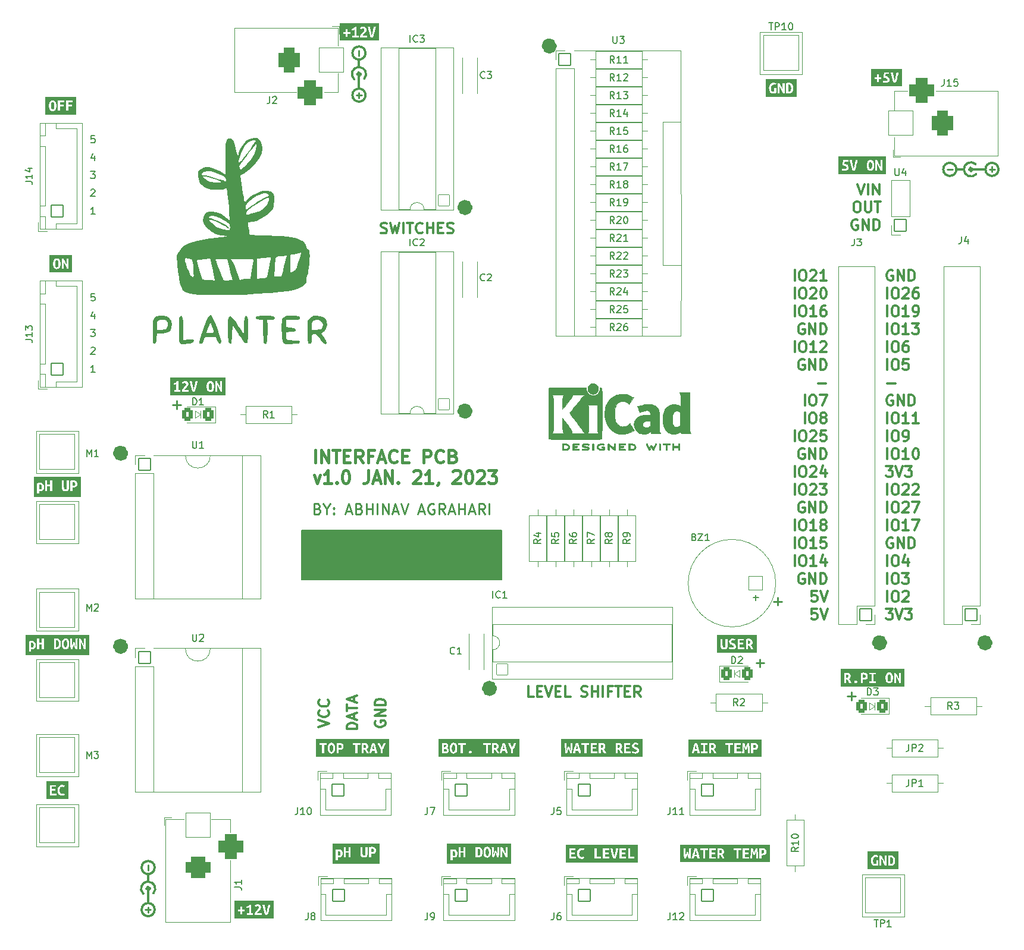
<source format=gto>
G04 #@! TF.GenerationSoftware,KiCad,Pcbnew,(6.0.2)*
G04 #@! TF.CreationDate,2023-01-22T22:48:29-05:00*
G04 #@! TF.ProjectId,Interface-PCB,496e7465-7266-4616-9365-2d5043422e6b,1.0*
G04 #@! TF.SameCoordinates,Original*
G04 #@! TF.FileFunction,Legend,Top*
G04 #@! TF.FilePolarity,Positive*
%FSLAX46Y46*%
G04 Gerber Fmt 4.6, Leading zero omitted, Abs format (unit mm)*
G04 Created by KiCad (PCBNEW (6.0.2)) date 2023-01-22 22:48:29*
%MOMM*%
%LPD*%
G01*
G04 APERTURE LIST*
G04 Aperture macros list*
%AMRoundRect*
0 Rectangle with rounded corners*
0 $1 Rounding radius*
0 $2 $3 $4 $5 $6 $7 $8 $9 X,Y pos of 4 corners*
0 Add a 4 corners polygon primitive as box body*
4,1,4,$2,$3,$4,$5,$6,$7,$8,$9,$2,$3,0*
0 Add four circle primitives for the rounded corners*
1,1,$1+$1,$2,$3*
1,1,$1+$1,$4,$5*
1,1,$1+$1,$6,$7*
1,1,$1+$1,$8,$9*
0 Add four rect primitives between the rounded corners*
20,1,$1+$1,$2,$3,$4,$5,0*
20,1,$1+$1,$4,$5,$6,$7,0*
20,1,$1+$1,$6,$7,$8,$9,0*
20,1,$1+$1,$8,$9,$2,$3,0*%
G04 Aperture macros list end*
%ADD10C,1.080000*%
%ADD11C,0.160000*%
%ADD12C,0.300000*%
%ADD13C,0.400000*%
%ADD14C,0.150000*%
%ADD15C,0.250000*%
%ADD16C,0.120000*%
%ADD17C,0.010000*%
%ADD18C,0.500000*%
%ADD19RoundRect,0.050000X0.800000X0.800000X-0.800000X0.800000X-0.800000X-0.800000X0.800000X-0.800000X0*%
%ADD20O,1.700000X1.700000*%
%ADD21RoundRect,0.050000X1.000000X1.000000X-1.000000X1.000000X-1.000000X-1.000000X1.000000X-1.000000X0*%
%ADD22C,2.100000*%
%ADD23C,1.700000*%
%ADD24RoundRect,0.300001X-0.462499X-0.624999X0.462499X-0.624999X0.462499X0.624999X-0.462499X0.624999X0*%
%ADD25RoundRect,0.050000X-0.850000X-0.850000X0.850000X-0.850000X0.850000X0.850000X-0.850000X0.850000X0*%
%ADD26O,1.800000X1.800000*%
%ADD27C,1.800000*%
%ADD28C,6.500000*%
%ADD29RoundRect,0.050000X-1.750000X-1.750000X1.750000X-1.750000X1.750000X1.750000X-1.750000X1.750000X0*%
%ADD30RoundRect,0.800000X-0.750000X-1.000000X0.750000X-1.000000X0.750000X1.000000X-0.750000X1.000000X0*%
%ADD31RoundRect,0.925000X-0.875000X-0.875000X0.875000X-0.875000X0.875000X0.875000X-0.875000X0.875000X0*%
%ADD32RoundRect,0.050000X-2.500000X-2.500000X2.500000X-2.500000X2.500000X2.500000X-2.500000X2.500000X0*%
%ADD33RoundRect,0.050000X0.850000X-0.850000X0.850000X0.850000X-0.850000X0.850000X-0.850000X-0.850000X0*%
%ADD34RoundRect,0.050000X0.850000X0.850000X-0.850000X0.850000X-0.850000X-0.850000X0.850000X-0.850000X0*%
%ADD35RoundRect,0.050000X-2.500000X2.500000X-2.500000X-2.500000X2.500000X-2.500000X2.500000X2.500000X0*%
%ADD36RoundRect,0.050000X1.750000X1.750000X-1.750000X1.750000X-1.750000X-1.750000X1.750000X-1.750000X0*%
%ADD37RoundRect,0.800000X0.750000X1.000000X-0.750000X1.000000X-0.750000X-1.000000X0.750000X-1.000000X0*%
%ADD38RoundRect,0.925000X0.875000X0.875000X-0.875000X0.875000X-0.875000X-0.875000X0.875000X-0.875000X0*%
%ADD39RoundRect,0.050000X0.800000X-0.800000X0.800000X0.800000X-0.800000X0.800000X-0.800000X-0.800000X0*%
%ADD40RoundRect,0.050000X1.750000X-1.750000X1.750000X1.750000X-1.750000X1.750000X-1.750000X-1.750000X0*%
%ADD41RoundRect,0.800000X1.000000X-0.750000X1.000000X0.750000X-1.000000X0.750000X-1.000000X-0.750000X0*%
%ADD42RoundRect,0.925000X0.875000X-0.875000X0.875000X0.875000X-0.875000X0.875000X-0.875000X-0.875000X0*%
%ADD43RoundRect,0.300001X0.462499X0.624999X-0.462499X0.624999X-0.462499X-0.624999X0.462499X-0.624999X0*%
G04 APERTURE END LIST*
D10*
X127040000Y-130500000D02*
G75*
G03*
X127040000Y-130500000I-540000J0D01*
G01*
D11*
X99750000Y-108000000D02*
X128250000Y-108000000D01*
X128250000Y-108000000D02*
X128250000Y-115000000D01*
X128250000Y-115000000D02*
X99750000Y-115000000D01*
X99750000Y-115000000D02*
X99750000Y-108000000D01*
G36*
X99750000Y-108000000D02*
G01*
X128250000Y-108000000D01*
X128250000Y-115000000D01*
X99750000Y-115000000D01*
X99750000Y-108000000D01*
G37*
D10*
X123540000Y-62000000D02*
G75*
G03*
X123540000Y-62000000I-540000J0D01*
G01*
X197540000Y-124000000D02*
G75*
G03*
X197540000Y-124000000I-540000J0D01*
G01*
X74540000Y-124500000D02*
G75*
G03*
X74540000Y-124500000I-540000J0D01*
G01*
X135540000Y-39000000D02*
G75*
G03*
X135540000Y-39000000I-540000J0D01*
G01*
X123540000Y-91000000D02*
G75*
G03*
X123540000Y-91000000I-540000J0D01*
G01*
X74540000Y-97000000D02*
G75*
G03*
X74540000Y-97000000I-540000J0D01*
G01*
X182540000Y-124000000D02*
G75*
G03*
X182540000Y-124000000I-540000J0D01*
G01*
D12*
X183092142Y-107978571D02*
X183092142Y-106478571D01*
X184092142Y-106478571D02*
X184377857Y-106478571D01*
X184520714Y-106550000D01*
X184663571Y-106692857D01*
X184735000Y-106978571D01*
X184735000Y-107478571D01*
X184663571Y-107764285D01*
X184520714Y-107907142D01*
X184377857Y-107978571D01*
X184092142Y-107978571D01*
X183949285Y-107907142D01*
X183806428Y-107764285D01*
X183735000Y-107478571D01*
X183735000Y-106978571D01*
X183806428Y-106692857D01*
X183949285Y-106550000D01*
X184092142Y-106478571D01*
X186163571Y-107978571D02*
X185306428Y-107978571D01*
X185735000Y-107978571D02*
X185735000Y-106478571D01*
X185592142Y-106692857D01*
X185449285Y-106835714D01*
X185306428Y-106907142D01*
X186663571Y-106478571D02*
X187663571Y-106478571D01*
X187020714Y-107978571D01*
X132785714Y-131678571D02*
X132071428Y-131678571D01*
X132071428Y-130178571D01*
X133285714Y-130892857D02*
X133785714Y-130892857D01*
X134000000Y-131678571D02*
X133285714Y-131678571D01*
X133285714Y-130178571D01*
X134000000Y-130178571D01*
X134428571Y-130178571D02*
X134928571Y-131678571D01*
X135428571Y-130178571D01*
X135928571Y-130892857D02*
X136428571Y-130892857D01*
X136642857Y-131678571D02*
X135928571Y-131678571D01*
X135928571Y-130178571D01*
X136642857Y-130178571D01*
X138000000Y-131678571D02*
X137285714Y-131678571D01*
X137285714Y-130178571D01*
X139571428Y-131607142D02*
X139785714Y-131678571D01*
X140142857Y-131678571D01*
X140285714Y-131607142D01*
X140357142Y-131535714D01*
X140428571Y-131392857D01*
X140428571Y-131250000D01*
X140357142Y-131107142D01*
X140285714Y-131035714D01*
X140142857Y-130964285D01*
X139857142Y-130892857D01*
X139714285Y-130821428D01*
X139642857Y-130750000D01*
X139571428Y-130607142D01*
X139571428Y-130464285D01*
X139642857Y-130321428D01*
X139714285Y-130250000D01*
X139857142Y-130178571D01*
X140214285Y-130178571D01*
X140428571Y-130250000D01*
X141071428Y-131678571D02*
X141071428Y-130178571D01*
X141071428Y-130892857D02*
X141928571Y-130892857D01*
X141928571Y-131678571D02*
X141928571Y-130178571D01*
X142642857Y-131678571D02*
X142642857Y-130178571D01*
X143857142Y-130892857D02*
X143357142Y-130892857D01*
X143357142Y-131678571D02*
X143357142Y-130178571D01*
X144071428Y-130178571D01*
X144428571Y-130178571D02*
X145285714Y-130178571D01*
X144857142Y-131678571D02*
X144857142Y-130178571D01*
X145785714Y-130892857D02*
X146285714Y-130892857D01*
X146500000Y-131678571D02*
X145785714Y-131678571D01*
X145785714Y-130178571D01*
X146500000Y-130178571D01*
X148000000Y-131678571D02*
X147500000Y-130964285D01*
X147142857Y-131678571D02*
X147142857Y-130178571D01*
X147714285Y-130178571D01*
X147857142Y-130250000D01*
X147928571Y-130321428D01*
X148000000Y-130464285D01*
X148000000Y-130678571D01*
X147928571Y-130821428D01*
X147857142Y-130892857D01*
X147714285Y-130964285D01*
X147142857Y-130964285D01*
X169939285Y-74958571D02*
X169939285Y-73458571D01*
X170939285Y-73458571D02*
X171225000Y-73458571D01*
X171367857Y-73530000D01*
X171510714Y-73672857D01*
X171582142Y-73958571D01*
X171582142Y-74458571D01*
X171510714Y-74744285D01*
X171367857Y-74887142D01*
X171225000Y-74958571D01*
X170939285Y-74958571D01*
X170796428Y-74887142D01*
X170653571Y-74744285D01*
X170582142Y-74458571D01*
X170582142Y-73958571D01*
X170653571Y-73672857D01*
X170796428Y-73530000D01*
X170939285Y-73458571D01*
X172153571Y-73601428D02*
X172225000Y-73530000D01*
X172367857Y-73458571D01*
X172725000Y-73458571D01*
X172867857Y-73530000D01*
X172939285Y-73601428D01*
X173010714Y-73744285D01*
X173010714Y-73887142D01*
X172939285Y-74101428D01*
X172082142Y-74958571D01*
X173010714Y-74958571D01*
X173939285Y-73458571D02*
X174082142Y-73458571D01*
X174225000Y-73530000D01*
X174296428Y-73601428D01*
X174367857Y-73744285D01*
X174439285Y-74030000D01*
X174439285Y-74387142D01*
X174367857Y-74672857D01*
X174296428Y-74815714D01*
X174225000Y-74887142D01*
X174082142Y-74958571D01*
X173939285Y-74958571D01*
X173796428Y-74887142D01*
X173725000Y-74815714D01*
X173653571Y-74672857D01*
X173582142Y-74387142D01*
X173582142Y-74030000D01*
X173653571Y-73744285D01*
X173725000Y-73601428D01*
X173796428Y-73530000D01*
X173939285Y-73458571D01*
X169939285Y-113058571D02*
X169939285Y-111558571D01*
X170939285Y-111558571D02*
X171225000Y-111558571D01*
X171367857Y-111630000D01*
X171510714Y-111772857D01*
X171582142Y-112058571D01*
X171582142Y-112558571D01*
X171510714Y-112844285D01*
X171367857Y-112987142D01*
X171225000Y-113058571D01*
X170939285Y-113058571D01*
X170796428Y-112987142D01*
X170653571Y-112844285D01*
X170582142Y-112558571D01*
X170582142Y-112058571D01*
X170653571Y-111772857D01*
X170796428Y-111630000D01*
X170939285Y-111558571D01*
X173010714Y-113058571D02*
X172153571Y-113058571D01*
X172582142Y-113058571D02*
X172582142Y-111558571D01*
X172439285Y-111772857D01*
X172296428Y-111915714D01*
X172153571Y-111987142D01*
X174296428Y-112058571D02*
X174296428Y-113058571D01*
X173939285Y-111487142D02*
X173582142Y-112558571D01*
X174510714Y-112558571D01*
X183877857Y-88770000D02*
X183735000Y-88698571D01*
X183520714Y-88698571D01*
X183306428Y-88770000D01*
X183163571Y-88912857D01*
X183092142Y-89055714D01*
X183020714Y-89341428D01*
X183020714Y-89555714D01*
X183092142Y-89841428D01*
X183163571Y-89984285D01*
X183306428Y-90127142D01*
X183520714Y-90198571D01*
X183663571Y-90198571D01*
X183877857Y-90127142D01*
X183949285Y-90055714D01*
X183949285Y-89555714D01*
X183663571Y-89555714D01*
X184592142Y-90198571D02*
X184592142Y-88698571D01*
X185449285Y-90198571D01*
X185449285Y-88698571D01*
X186163571Y-90198571D02*
X186163571Y-88698571D01*
X186520714Y-88698571D01*
X186735000Y-88770000D01*
X186877857Y-88912857D01*
X186949285Y-89055714D01*
X187020714Y-89341428D01*
X187020714Y-89555714D01*
X186949285Y-89841428D01*
X186877857Y-89984285D01*
X186735000Y-90127142D01*
X186520714Y-90198571D01*
X186163571Y-90198571D01*
X169939285Y-82578571D02*
X169939285Y-81078571D01*
X170939285Y-81078571D02*
X171225000Y-81078571D01*
X171367857Y-81150000D01*
X171510714Y-81292857D01*
X171582142Y-81578571D01*
X171582142Y-82078571D01*
X171510714Y-82364285D01*
X171367857Y-82507142D01*
X171225000Y-82578571D01*
X170939285Y-82578571D01*
X170796428Y-82507142D01*
X170653571Y-82364285D01*
X170582142Y-82078571D01*
X170582142Y-81578571D01*
X170653571Y-81292857D01*
X170796428Y-81150000D01*
X170939285Y-81078571D01*
X173010714Y-82578571D02*
X172153571Y-82578571D01*
X172582142Y-82578571D02*
X172582142Y-81078571D01*
X172439285Y-81292857D01*
X172296428Y-81435714D01*
X172153571Y-81507142D01*
X173582142Y-81221428D02*
X173653571Y-81150000D01*
X173796428Y-81078571D01*
X174153571Y-81078571D01*
X174296428Y-81150000D01*
X174367857Y-81221428D01*
X174439285Y-81364285D01*
X174439285Y-81507142D01*
X174367857Y-81721428D01*
X173510714Y-82578571D01*
X174439285Y-82578571D01*
X102178571Y-136000000D02*
X103678571Y-135500000D01*
X102178571Y-135000000D01*
X103535714Y-133642857D02*
X103607142Y-133714285D01*
X103678571Y-133928571D01*
X103678571Y-134071428D01*
X103607142Y-134285714D01*
X103464285Y-134428571D01*
X103321428Y-134500000D01*
X103035714Y-134571428D01*
X102821428Y-134571428D01*
X102535714Y-134500000D01*
X102392857Y-134428571D01*
X102250000Y-134285714D01*
X102178571Y-134071428D01*
X102178571Y-133928571D01*
X102250000Y-133714285D01*
X102321428Y-133642857D01*
X103535714Y-132142857D02*
X103607142Y-132214285D01*
X103678571Y-132428571D01*
X103678571Y-132571428D01*
X103607142Y-132785714D01*
X103464285Y-132928571D01*
X103321428Y-133000000D01*
X103035714Y-133071428D01*
X102821428Y-133071428D01*
X102535714Y-133000000D01*
X102392857Y-132928571D01*
X102250000Y-132785714D01*
X102178571Y-132571428D01*
X102178571Y-132428571D01*
X102250000Y-132214285D01*
X102321428Y-132142857D01*
X169939285Y-110518571D02*
X169939285Y-109018571D01*
X170939285Y-109018571D02*
X171225000Y-109018571D01*
X171367857Y-109090000D01*
X171510714Y-109232857D01*
X171582142Y-109518571D01*
X171582142Y-110018571D01*
X171510714Y-110304285D01*
X171367857Y-110447142D01*
X171225000Y-110518571D01*
X170939285Y-110518571D01*
X170796428Y-110447142D01*
X170653571Y-110304285D01*
X170582142Y-110018571D01*
X170582142Y-109518571D01*
X170653571Y-109232857D01*
X170796428Y-109090000D01*
X170939285Y-109018571D01*
X173010714Y-110518571D02*
X172153571Y-110518571D01*
X172582142Y-110518571D02*
X172582142Y-109018571D01*
X172439285Y-109232857D01*
X172296428Y-109375714D01*
X172153571Y-109447142D01*
X174367857Y-109018571D02*
X173653571Y-109018571D01*
X173582142Y-109732857D01*
X173653571Y-109661428D01*
X173796428Y-109590000D01*
X174153571Y-109590000D01*
X174296428Y-109661428D01*
X174367857Y-109732857D01*
X174439285Y-109875714D01*
X174439285Y-110232857D01*
X174367857Y-110375714D01*
X174296428Y-110447142D01*
X174153571Y-110518571D01*
X173796428Y-110518571D01*
X173653571Y-110447142D01*
X173582142Y-110375714D01*
X183092142Y-115598571D02*
X183092142Y-114098571D01*
X184092142Y-114098571D02*
X184377857Y-114098571D01*
X184520714Y-114170000D01*
X184663571Y-114312857D01*
X184735000Y-114598571D01*
X184735000Y-115098571D01*
X184663571Y-115384285D01*
X184520714Y-115527142D01*
X184377857Y-115598571D01*
X184092142Y-115598571D01*
X183949285Y-115527142D01*
X183806428Y-115384285D01*
X183735000Y-115098571D01*
X183735000Y-114598571D01*
X183806428Y-114312857D01*
X183949285Y-114170000D01*
X184092142Y-114098571D01*
X185235000Y-114098571D02*
X186163571Y-114098571D01*
X185663571Y-114670000D01*
X185877857Y-114670000D01*
X186020714Y-114741428D01*
X186092142Y-114812857D01*
X186163571Y-114955714D01*
X186163571Y-115312857D01*
X186092142Y-115455714D01*
X186020714Y-115527142D01*
X185877857Y-115598571D01*
X185449285Y-115598571D01*
X185306428Y-115527142D01*
X185235000Y-115455714D01*
X178876428Y-58678571D02*
X179376428Y-60178571D01*
X179876428Y-58678571D01*
X180376428Y-60178571D02*
X180376428Y-58678571D01*
X181090714Y-60178571D02*
X181090714Y-58678571D01*
X181947857Y-60178571D01*
X181947857Y-58678571D01*
X183092142Y-82578571D02*
X183092142Y-81078571D01*
X184092142Y-81078571D02*
X184377857Y-81078571D01*
X184520714Y-81150000D01*
X184663571Y-81292857D01*
X184735000Y-81578571D01*
X184735000Y-82078571D01*
X184663571Y-82364285D01*
X184520714Y-82507142D01*
X184377857Y-82578571D01*
X184092142Y-82578571D01*
X183949285Y-82507142D01*
X183806428Y-82364285D01*
X183735000Y-82078571D01*
X183735000Y-81578571D01*
X183806428Y-81292857D01*
X183949285Y-81150000D01*
X184092142Y-81078571D01*
X186020714Y-81078571D02*
X185735000Y-81078571D01*
X185592142Y-81150000D01*
X185520714Y-81221428D01*
X185377857Y-81435714D01*
X185306428Y-81721428D01*
X185306428Y-82292857D01*
X185377857Y-82435714D01*
X185449285Y-82507142D01*
X185592142Y-82578571D01*
X185877857Y-82578571D01*
X186020714Y-82507142D01*
X186092142Y-82435714D01*
X186163571Y-82292857D01*
X186163571Y-81935714D01*
X186092142Y-81792857D01*
X186020714Y-81721428D01*
X185877857Y-81650000D01*
X185592142Y-81650000D01*
X185449285Y-81721428D01*
X185377857Y-81792857D01*
X185306428Y-81935714D01*
X171296428Y-114170000D02*
X171153571Y-114098571D01*
X170939285Y-114098571D01*
X170725000Y-114170000D01*
X170582142Y-114312857D01*
X170510714Y-114455714D01*
X170439285Y-114741428D01*
X170439285Y-114955714D01*
X170510714Y-115241428D01*
X170582142Y-115384285D01*
X170725000Y-115527142D01*
X170939285Y-115598571D01*
X171082142Y-115598571D01*
X171296428Y-115527142D01*
X171367857Y-115455714D01*
X171367857Y-114955714D01*
X171082142Y-114955714D01*
X172010714Y-115598571D02*
X172010714Y-114098571D01*
X172867857Y-115598571D01*
X172867857Y-114098571D01*
X173582142Y-115598571D02*
X173582142Y-114098571D01*
X173939285Y-114098571D01*
X174153571Y-114170000D01*
X174296428Y-114312857D01*
X174367857Y-114455714D01*
X174439285Y-114741428D01*
X174439285Y-114955714D01*
X174367857Y-115241428D01*
X174296428Y-115384285D01*
X174153571Y-115527142D01*
X173939285Y-115598571D01*
X173582142Y-115598571D01*
X182949285Y-98858571D02*
X183877857Y-98858571D01*
X183377857Y-99430000D01*
X183592142Y-99430000D01*
X183735000Y-99501428D01*
X183806428Y-99572857D01*
X183877857Y-99715714D01*
X183877857Y-100072857D01*
X183806428Y-100215714D01*
X183735000Y-100287142D01*
X183592142Y-100358571D01*
X183163571Y-100358571D01*
X183020714Y-100287142D01*
X182949285Y-100215714D01*
X184306428Y-98858571D02*
X184806428Y-100358571D01*
X185306428Y-98858571D01*
X185663571Y-98858571D02*
X186592142Y-98858571D01*
X186092142Y-99430000D01*
X186306428Y-99430000D01*
X186449285Y-99501428D01*
X186520714Y-99572857D01*
X186592142Y-99715714D01*
X186592142Y-100072857D01*
X186520714Y-100215714D01*
X186449285Y-100287142D01*
X186306428Y-100358571D01*
X185877857Y-100358571D01*
X185735000Y-100287142D01*
X185663571Y-100215714D01*
X169939285Y-100358571D02*
X169939285Y-98858571D01*
X170939285Y-98858571D02*
X171225000Y-98858571D01*
X171367857Y-98930000D01*
X171510714Y-99072857D01*
X171582142Y-99358571D01*
X171582142Y-99858571D01*
X171510714Y-100144285D01*
X171367857Y-100287142D01*
X171225000Y-100358571D01*
X170939285Y-100358571D01*
X170796428Y-100287142D01*
X170653571Y-100144285D01*
X170582142Y-99858571D01*
X170582142Y-99358571D01*
X170653571Y-99072857D01*
X170796428Y-98930000D01*
X170939285Y-98858571D01*
X172153571Y-99001428D02*
X172225000Y-98930000D01*
X172367857Y-98858571D01*
X172725000Y-98858571D01*
X172867857Y-98930000D01*
X172939285Y-99001428D01*
X173010714Y-99144285D01*
X173010714Y-99287142D01*
X172939285Y-99501428D01*
X172082142Y-100358571D01*
X173010714Y-100358571D01*
X174296428Y-99358571D02*
X174296428Y-100358571D01*
X173939285Y-98787142D02*
X173582142Y-99858571D01*
X174510714Y-99858571D01*
X183092142Y-92738571D02*
X183092142Y-91238571D01*
X184092142Y-91238571D02*
X184377857Y-91238571D01*
X184520714Y-91310000D01*
X184663571Y-91452857D01*
X184735000Y-91738571D01*
X184735000Y-92238571D01*
X184663571Y-92524285D01*
X184520714Y-92667142D01*
X184377857Y-92738571D01*
X184092142Y-92738571D01*
X183949285Y-92667142D01*
X183806428Y-92524285D01*
X183735000Y-92238571D01*
X183735000Y-91738571D01*
X183806428Y-91452857D01*
X183949285Y-91310000D01*
X184092142Y-91238571D01*
X186163571Y-92738571D02*
X185306428Y-92738571D01*
X185735000Y-92738571D02*
X185735000Y-91238571D01*
X185592142Y-91452857D01*
X185449285Y-91595714D01*
X185306428Y-91667142D01*
X187592142Y-92738571D02*
X186735000Y-92738571D01*
X187163571Y-92738571D02*
X187163571Y-91238571D01*
X187020714Y-91452857D01*
X186877857Y-91595714D01*
X186735000Y-91667142D01*
X182949285Y-119178571D02*
X183877857Y-119178571D01*
X183377857Y-119750000D01*
X183592142Y-119750000D01*
X183735000Y-119821428D01*
X183806428Y-119892857D01*
X183877857Y-120035714D01*
X183877857Y-120392857D01*
X183806428Y-120535714D01*
X183735000Y-120607142D01*
X183592142Y-120678571D01*
X183163571Y-120678571D01*
X183020714Y-120607142D01*
X182949285Y-120535714D01*
X184306428Y-119178571D02*
X184806428Y-120678571D01*
X185306428Y-119178571D01*
X185663571Y-119178571D02*
X186592142Y-119178571D01*
X186092142Y-119750000D01*
X186306428Y-119750000D01*
X186449285Y-119821428D01*
X186520714Y-119892857D01*
X186592142Y-120035714D01*
X186592142Y-120392857D01*
X186520714Y-120535714D01*
X186449285Y-120607142D01*
X186306428Y-120678571D01*
X185877857Y-120678571D01*
X185735000Y-120607142D01*
X185663571Y-120535714D01*
X183092142Y-95278571D02*
X183092142Y-93778571D01*
X184092142Y-93778571D02*
X184377857Y-93778571D01*
X184520714Y-93850000D01*
X184663571Y-93992857D01*
X184735000Y-94278571D01*
X184735000Y-94778571D01*
X184663571Y-95064285D01*
X184520714Y-95207142D01*
X184377857Y-95278571D01*
X184092142Y-95278571D01*
X183949285Y-95207142D01*
X183806428Y-95064285D01*
X183735000Y-94778571D01*
X183735000Y-94278571D01*
X183806428Y-93992857D01*
X183949285Y-93850000D01*
X184092142Y-93778571D01*
X185449285Y-95278571D02*
X185735000Y-95278571D01*
X185877857Y-95207142D01*
X185949285Y-95135714D01*
X186092142Y-94921428D01*
X186163571Y-94635714D01*
X186163571Y-94064285D01*
X186092142Y-93921428D01*
X186020714Y-93850000D01*
X185877857Y-93778571D01*
X185592142Y-93778571D01*
X185449285Y-93850000D01*
X185377857Y-93921428D01*
X185306428Y-94064285D01*
X185306428Y-94421428D01*
X185377857Y-94564285D01*
X185449285Y-94635714D01*
X185592142Y-94707142D01*
X185877857Y-94707142D01*
X186020714Y-94635714D01*
X186092142Y-94564285D01*
X186163571Y-94421428D01*
D13*
X101688571Y-98365285D02*
X101688571Y-96565285D01*
X102545714Y-98365285D02*
X102545714Y-96565285D01*
X103574285Y-98365285D01*
X103574285Y-96565285D01*
X104174285Y-96565285D02*
X105202857Y-96565285D01*
X104688571Y-98365285D02*
X104688571Y-96565285D01*
X105802857Y-97422428D02*
X106402857Y-97422428D01*
X106660000Y-98365285D02*
X105802857Y-98365285D01*
X105802857Y-96565285D01*
X106660000Y-96565285D01*
X108460000Y-98365285D02*
X107860000Y-97508142D01*
X107431428Y-98365285D02*
X107431428Y-96565285D01*
X108117142Y-96565285D01*
X108288571Y-96651000D01*
X108374285Y-96736714D01*
X108460000Y-96908142D01*
X108460000Y-97165285D01*
X108374285Y-97336714D01*
X108288571Y-97422428D01*
X108117142Y-97508142D01*
X107431428Y-97508142D01*
X109831428Y-97422428D02*
X109231428Y-97422428D01*
X109231428Y-98365285D02*
X109231428Y-96565285D01*
X110088571Y-96565285D01*
X110688571Y-97851000D02*
X111545714Y-97851000D01*
X110517142Y-98365285D02*
X111117142Y-96565285D01*
X111717142Y-98365285D01*
X113345714Y-98193857D02*
X113260000Y-98279571D01*
X113002857Y-98365285D01*
X112831428Y-98365285D01*
X112574285Y-98279571D01*
X112402857Y-98108142D01*
X112317142Y-97936714D01*
X112231428Y-97593857D01*
X112231428Y-97336714D01*
X112317142Y-96993857D01*
X112402857Y-96822428D01*
X112574285Y-96651000D01*
X112831428Y-96565285D01*
X113002857Y-96565285D01*
X113260000Y-96651000D01*
X113345714Y-96736714D01*
X114117142Y-97422428D02*
X114717142Y-97422428D01*
X114974285Y-98365285D02*
X114117142Y-98365285D01*
X114117142Y-96565285D01*
X114974285Y-96565285D01*
X117117142Y-98365285D02*
X117117142Y-96565285D01*
X117802857Y-96565285D01*
X117974285Y-96651000D01*
X118060000Y-96736714D01*
X118145714Y-96908142D01*
X118145714Y-97165285D01*
X118060000Y-97336714D01*
X117974285Y-97422428D01*
X117802857Y-97508142D01*
X117117142Y-97508142D01*
X119945714Y-98193857D02*
X119860000Y-98279571D01*
X119602857Y-98365285D01*
X119431428Y-98365285D01*
X119174285Y-98279571D01*
X119002857Y-98108142D01*
X118917142Y-97936714D01*
X118831428Y-97593857D01*
X118831428Y-97336714D01*
X118917142Y-96993857D01*
X119002857Y-96822428D01*
X119174285Y-96651000D01*
X119431428Y-96565285D01*
X119602857Y-96565285D01*
X119860000Y-96651000D01*
X119945714Y-96736714D01*
X121317142Y-97422428D02*
X121574285Y-97508142D01*
X121660000Y-97593857D01*
X121745714Y-97765285D01*
X121745714Y-98022428D01*
X121660000Y-98193857D01*
X121574285Y-98279571D01*
X121402857Y-98365285D01*
X120717142Y-98365285D01*
X120717142Y-96565285D01*
X121317142Y-96565285D01*
X121488571Y-96651000D01*
X121574285Y-96736714D01*
X121660000Y-96908142D01*
X121660000Y-97079571D01*
X121574285Y-97251000D01*
X121488571Y-97336714D01*
X121317142Y-97422428D01*
X120717142Y-97422428D01*
X101517142Y-100063285D02*
X101945714Y-101263285D01*
X102374285Y-100063285D01*
X104002857Y-101263285D02*
X102974285Y-101263285D01*
X103488571Y-101263285D02*
X103488571Y-99463285D01*
X103317142Y-99720428D01*
X103145714Y-99891857D01*
X102974285Y-99977571D01*
X104774285Y-101091857D02*
X104860000Y-101177571D01*
X104774285Y-101263285D01*
X104688571Y-101177571D01*
X104774285Y-101091857D01*
X104774285Y-101263285D01*
X105974285Y-99463285D02*
X106145714Y-99463285D01*
X106317142Y-99549000D01*
X106402857Y-99634714D01*
X106488571Y-99806142D01*
X106574285Y-100149000D01*
X106574285Y-100577571D01*
X106488571Y-100920428D01*
X106402857Y-101091857D01*
X106317142Y-101177571D01*
X106145714Y-101263285D01*
X105974285Y-101263285D01*
X105802857Y-101177571D01*
X105717142Y-101091857D01*
X105631428Y-100920428D01*
X105545714Y-100577571D01*
X105545714Y-100149000D01*
X105631428Y-99806142D01*
X105717142Y-99634714D01*
X105802857Y-99549000D01*
X105974285Y-99463285D01*
X109231428Y-99463285D02*
X109231428Y-100749000D01*
X109145714Y-101006142D01*
X108974285Y-101177571D01*
X108717142Y-101263285D01*
X108545714Y-101263285D01*
X110002857Y-100749000D02*
X110860000Y-100749000D01*
X109831428Y-101263285D02*
X110431428Y-99463285D01*
X111031428Y-101263285D01*
X111631428Y-101263285D02*
X111631428Y-99463285D01*
X112660000Y-101263285D01*
X112660000Y-99463285D01*
X113517142Y-101091857D02*
X113602857Y-101177571D01*
X113517142Y-101263285D01*
X113431428Y-101177571D01*
X113517142Y-101091857D01*
X113517142Y-101263285D01*
X115660000Y-99634714D02*
X115745714Y-99549000D01*
X115917142Y-99463285D01*
X116345714Y-99463285D01*
X116517142Y-99549000D01*
X116602857Y-99634714D01*
X116688571Y-99806142D01*
X116688571Y-99977571D01*
X116602857Y-100234714D01*
X115574285Y-101263285D01*
X116688571Y-101263285D01*
X118402857Y-101263285D02*
X117374285Y-101263285D01*
X117888571Y-101263285D02*
X117888571Y-99463285D01*
X117717142Y-99720428D01*
X117545714Y-99891857D01*
X117374285Y-99977571D01*
X119260000Y-101177571D02*
X119260000Y-101263285D01*
X119174285Y-101434714D01*
X119088571Y-101520428D01*
X121317142Y-99634714D02*
X121402857Y-99549000D01*
X121574285Y-99463285D01*
X122002857Y-99463285D01*
X122174285Y-99549000D01*
X122260000Y-99634714D01*
X122345714Y-99806142D01*
X122345714Y-99977571D01*
X122260000Y-100234714D01*
X121231428Y-101263285D01*
X122345714Y-101263285D01*
X123460000Y-99463285D02*
X123631428Y-99463285D01*
X123802857Y-99549000D01*
X123888571Y-99634714D01*
X123974285Y-99806142D01*
X124060000Y-100149000D01*
X124060000Y-100577571D01*
X123974285Y-100920428D01*
X123888571Y-101091857D01*
X123802857Y-101177571D01*
X123631428Y-101263285D01*
X123460000Y-101263285D01*
X123288571Y-101177571D01*
X123202857Y-101091857D01*
X123117142Y-100920428D01*
X123031428Y-100577571D01*
X123031428Y-100149000D01*
X123117142Y-99806142D01*
X123202857Y-99634714D01*
X123288571Y-99549000D01*
X123460000Y-99463285D01*
X124745714Y-99634714D02*
X124831428Y-99549000D01*
X125002857Y-99463285D01*
X125431428Y-99463285D01*
X125602857Y-99549000D01*
X125688571Y-99634714D01*
X125774285Y-99806142D01*
X125774285Y-99977571D01*
X125688571Y-100234714D01*
X124660000Y-101263285D01*
X125774285Y-101263285D01*
X126374285Y-99463285D02*
X127488571Y-99463285D01*
X126888571Y-100149000D01*
X127145714Y-100149000D01*
X127317142Y-100234714D01*
X127402857Y-100320428D01*
X127488571Y-100491857D01*
X127488571Y-100920428D01*
X127402857Y-101091857D01*
X127317142Y-101177571D01*
X127145714Y-101263285D01*
X126631428Y-101263285D01*
X126460000Y-101177571D01*
X126374285Y-101091857D01*
D14*
X70365714Y-62952380D02*
X69794285Y-62952380D01*
X70080000Y-62952380D02*
X70080000Y-61952380D01*
X69984761Y-62095238D01*
X69889523Y-62190476D01*
X69794285Y-62238095D01*
X70270476Y-54665714D02*
X70270476Y-55332380D01*
X70032380Y-54284761D02*
X69794285Y-54999047D01*
X70413333Y-54999047D01*
D12*
X171367857Y-92738571D02*
X171367857Y-91238571D01*
X172367857Y-91238571D02*
X172653571Y-91238571D01*
X172796428Y-91310000D01*
X172939285Y-91452857D01*
X173010714Y-91738571D01*
X173010714Y-92238571D01*
X172939285Y-92524285D01*
X172796428Y-92667142D01*
X172653571Y-92738571D01*
X172367857Y-92738571D01*
X172225000Y-92667142D01*
X172082142Y-92524285D01*
X172010714Y-92238571D01*
X172010714Y-91738571D01*
X172082142Y-91452857D01*
X172225000Y-91310000D01*
X172367857Y-91238571D01*
X173867857Y-91881428D02*
X173725000Y-91810000D01*
X173653571Y-91738571D01*
X173582142Y-91595714D01*
X173582142Y-91524285D01*
X173653571Y-91381428D01*
X173725000Y-91310000D01*
X173867857Y-91238571D01*
X174153571Y-91238571D01*
X174296428Y-91310000D01*
X174367857Y-91381428D01*
X174439285Y-91524285D01*
X174439285Y-91595714D01*
X174367857Y-91738571D01*
X174296428Y-91810000D01*
X174153571Y-91881428D01*
X173867857Y-91881428D01*
X173725000Y-91952857D01*
X173653571Y-92024285D01*
X173582142Y-92167142D01*
X173582142Y-92452857D01*
X173653571Y-92595714D01*
X173725000Y-92667142D01*
X173867857Y-92738571D01*
X174153571Y-92738571D01*
X174296428Y-92667142D01*
X174367857Y-92595714D01*
X174439285Y-92452857D01*
X174439285Y-92167142D01*
X174367857Y-92024285D01*
X174296428Y-91952857D01*
X174153571Y-91881428D01*
X169939285Y-107978571D02*
X169939285Y-106478571D01*
X170939285Y-106478571D02*
X171225000Y-106478571D01*
X171367857Y-106550000D01*
X171510714Y-106692857D01*
X171582142Y-106978571D01*
X171582142Y-107478571D01*
X171510714Y-107764285D01*
X171367857Y-107907142D01*
X171225000Y-107978571D01*
X170939285Y-107978571D01*
X170796428Y-107907142D01*
X170653571Y-107764285D01*
X170582142Y-107478571D01*
X170582142Y-106978571D01*
X170653571Y-106692857D01*
X170796428Y-106550000D01*
X170939285Y-106478571D01*
X173010714Y-107978571D02*
X172153571Y-107978571D01*
X172582142Y-107978571D02*
X172582142Y-106478571D01*
X172439285Y-106692857D01*
X172296428Y-106835714D01*
X172153571Y-106907142D01*
X173867857Y-107121428D02*
X173725000Y-107050000D01*
X173653571Y-106978571D01*
X173582142Y-106835714D01*
X173582142Y-106764285D01*
X173653571Y-106621428D01*
X173725000Y-106550000D01*
X173867857Y-106478571D01*
X174153571Y-106478571D01*
X174296428Y-106550000D01*
X174367857Y-106621428D01*
X174439285Y-106764285D01*
X174439285Y-106835714D01*
X174367857Y-106978571D01*
X174296428Y-107050000D01*
X174153571Y-107121428D01*
X173867857Y-107121428D01*
X173725000Y-107192857D01*
X173653571Y-107264285D01*
X173582142Y-107407142D01*
X173582142Y-107692857D01*
X173653571Y-107835714D01*
X173725000Y-107907142D01*
X173867857Y-107978571D01*
X174153571Y-107978571D01*
X174296428Y-107907142D01*
X174367857Y-107835714D01*
X174439285Y-107692857D01*
X174439285Y-107407142D01*
X174367857Y-107264285D01*
X174296428Y-107192857D01*
X174153571Y-107121428D01*
X111047142Y-65607142D02*
X111261428Y-65678571D01*
X111618571Y-65678571D01*
X111761428Y-65607142D01*
X111832857Y-65535714D01*
X111904285Y-65392857D01*
X111904285Y-65250000D01*
X111832857Y-65107142D01*
X111761428Y-65035714D01*
X111618571Y-64964285D01*
X111332857Y-64892857D01*
X111190000Y-64821428D01*
X111118571Y-64750000D01*
X111047142Y-64607142D01*
X111047142Y-64464285D01*
X111118571Y-64321428D01*
X111190000Y-64250000D01*
X111332857Y-64178571D01*
X111690000Y-64178571D01*
X111904285Y-64250000D01*
X112404285Y-64178571D02*
X112761428Y-65678571D01*
X113047142Y-64607142D01*
X113332857Y-65678571D01*
X113690000Y-64178571D01*
X114261428Y-65678571D02*
X114261428Y-64178571D01*
X114761428Y-64178571D02*
X115618571Y-64178571D01*
X115190000Y-65678571D02*
X115190000Y-64178571D01*
X116975714Y-65535714D02*
X116904285Y-65607142D01*
X116690000Y-65678571D01*
X116547142Y-65678571D01*
X116332857Y-65607142D01*
X116190000Y-65464285D01*
X116118571Y-65321428D01*
X116047142Y-65035714D01*
X116047142Y-64821428D01*
X116118571Y-64535714D01*
X116190000Y-64392857D01*
X116332857Y-64250000D01*
X116547142Y-64178571D01*
X116690000Y-64178571D01*
X116904285Y-64250000D01*
X116975714Y-64321428D01*
X117618571Y-65678571D02*
X117618571Y-64178571D01*
X117618571Y-64892857D02*
X118475714Y-64892857D01*
X118475714Y-65678571D02*
X118475714Y-64178571D01*
X119190000Y-64892857D02*
X119690000Y-64892857D01*
X119904285Y-65678571D02*
X119190000Y-65678571D01*
X119190000Y-64178571D01*
X119904285Y-64178571D01*
X120475714Y-65607142D02*
X120690000Y-65678571D01*
X121047142Y-65678571D01*
X121190000Y-65607142D01*
X121261428Y-65535714D01*
X121332857Y-65392857D01*
X121332857Y-65250000D01*
X121261428Y-65107142D01*
X121190000Y-65035714D01*
X121047142Y-64964285D01*
X120761428Y-64892857D01*
X120618571Y-64821428D01*
X120547142Y-64750000D01*
X120475714Y-64607142D01*
X120475714Y-64464285D01*
X120547142Y-64321428D01*
X120618571Y-64250000D01*
X120761428Y-64178571D01*
X121118571Y-64178571D01*
X121332857Y-64250000D01*
X169939285Y-102898571D02*
X169939285Y-101398571D01*
X170939285Y-101398571D02*
X171225000Y-101398571D01*
X171367857Y-101470000D01*
X171510714Y-101612857D01*
X171582142Y-101898571D01*
X171582142Y-102398571D01*
X171510714Y-102684285D01*
X171367857Y-102827142D01*
X171225000Y-102898571D01*
X170939285Y-102898571D01*
X170796428Y-102827142D01*
X170653571Y-102684285D01*
X170582142Y-102398571D01*
X170582142Y-101898571D01*
X170653571Y-101612857D01*
X170796428Y-101470000D01*
X170939285Y-101398571D01*
X172153571Y-101541428D02*
X172225000Y-101470000D01*
X172367857Y-101398571D01*
X172725000Y-101398571D01*
X172867857Y-101470000D01*
X172939285Y-101541428D01*
X173010714Y-101684285D01*
X173010714Y-101827142D01*
X172939285Y-102041428D01*
X172082142Y-102898571D01*
X173010714Y-102898571D01*
X173510714Y-101398571D02*
X174439285Y-101398571D01*
X173939285Y-101970000D01*
X174153571Y-101970000D01*
X174296428Y-102041428D01*
X174367857Y-102112857D01*
X174439285Y-102255714D01*
X174439285Y-102612857D01*
X174367857Y-102755714D01*
X174296428Y-102827142D01*
X174153571Y-102898571D01*
X173725000Y-102898571D01*
X173582142Y-102827142D01*
X173510714Y-102755714D01*
X173082142Y-119178571D02*
X172367857Y-119178571D01*
X172296428Y-119892857D01*
X172367857Y-119821428D01*
X172510714Y-119750000D01*
X172867857Y-119750000D01*
X173010714Y-119821428D01*
X173082142Y-119892857D01*
X173153571Y-120035714D01*
X173153571Y-120392857D01*
X173082142Y-120535714D01*
X173010714Y-120607142D01*
X172867857Y-120678571D01*
X172510714Y-120678571D01*
X172367857Y-120607142D01*
X172296428Y-120535714D01*
X173582142Y-119178571D02*
X174082142Y-120678571D01*
X174582142Y-119178571D01*
D14*
X70365714Y-85452380D02*
X69794285Y-85452380D01*
X70080000Y-85452380D02*
X70080000Y-84452380D01*
X69984761Y-84595238D01*
X69889523Y-84690476D01*
X69794285Y-84738095D01*
D12*
X183092142Y-87087142D02*
X184235000Y-87087142D01*
X183092142Y-97818571D02*
X183092142Y-96318571D01*
X184092142Y-96318571D02*
X184377857Y-96318571D01*
X184520714Y-96390000D01*
X184663571Y-96532857D01*
X184735000Y-96818571D01*
X184735000Y-97318571D01*
X184663571Y-97604285D01*
X184520714Y-97747142D01*
X184377857Y-97818571D01*
X184092142Y-97818571D01*
X183949285Y-97747142D01*
X183806428Y-97604285D01*
X183735000Y-97318571D01*
X183735000Y-96818571D01*
X183806428Y-96532857D01*
X183949285Y-96390000D01*
X184092142Y-96318571D01*
X186163571Y-97818571D02*
X185306428Y-97818571D01*
X185735000Y-97818571D02*
X185735000Y-96318571D01*
X185592142Y-96532857D01*
X185449285Y-96675714D01*
X185306428Y-96747142D01*
X187092142Y-96318571D02*
X187235000Y-96318571D01*
X187377857Y-96390000D01*
X187449285Y-96461428D01*
X187520714Y-96604285D01*
X187592142Y-96890000D01*
X187592142Y-97247142D01*
X187520714Y-97532857D01*
X187449285Y-97675714D01*
X187377857Y-97747142D01*
X187235000Y-97818571D01*
X187092142Y-97818571D01*
X186949285Y-97747142D01*
X186877857Y-97675714D01*
X186806428Y-97532857D01*
X186735000Y-97247142D01*
X186735000Y-96890000D01*
X186806428Y-96604285D01*
X186877857Y-96461428D01*
X186949285Y-96390000D01*
X187092142Y-96318571D01*
D14*
X69746666Y-79372380D02*
X70365714Y-79372380D01*
X70032380Y-79753333D01*
X70175238Y-79753333D01*
X70270476Y-79800952D01*
X70318095Y-79848571D01*
X70365714Y-79943809D01*
X70365714Y-80181904D01*
X70318095Y-80277142D01*
X70270476Y-80324761D01*
X70175238Y-80372380D01*
X69889523Y-80372380D01*
X69794285Y-80324761D01*
X69746666Y-80277142D01*
D12*
X171296428Y-78610000D02*
X171153571Y-78538571D01*
X170939285Y-78538571D01*
X170725000Y-78610000D01*
X170582142Y-78752857D01*
X170510714Y-78895714D01*
X170439285Y-79181428D01*
X170439285Y-79395714D01*
X170510714Y-79681428D01*
X170582142Y-79824285D01*
X170725000Y-79967142D01*
X170939285Y-80038571D01*
X171082142Y-80038571D01*
X171296428Y-79967142D01*
X171367857Y-79895714D01*
X171367857Y-79395714D01*
X171082142Y-79395714D01*
X172010714Y-80038571D02*
X172010714Y-78538571D01*
X172867857Y-80038571D01*
X172867857Y-78538571D01*
X173582142Y-80038571D02*
X173582142Y-78538571D01*
X173939285Y-78538571D01*
X174153571Y-78610000D01*
X174296428Y-78752857D01*
X174367857Y-78895714D01*
X174439285Y-79181428D01*
X174439285Y-79395714D01*
X174367857Y-79681428D01*
X174296428Y-79824285D01*
X174153571Y-79967142D01*
X173939285Y-80038571D01*
X173582142Y-80038571D01*
D14*
X69746666Y-56872380D02*
X70365714Y-56872380D01*
X70032380Y-57253333D01*
X70175238Y-57253333D01*
X70270476Y-57300952D01*
X70318095Y-57348571D01*
X70365714Y-57443809D01*
X70365714Y-57681904D01*
X70318095Y-57777142D01*
X70270476Y-57824761D01*
X70175238Y-57872380D01*
X69889523Y-57872380D01*
X69794285Y-57824761D01*
X69746666Y-57777142D01*
D12*
X169939285Y-72418571D02*
X169939285Y-70918571D01*
X170939285Y-70918571D02*
X171225000Y-70918571D01*
X171367857Y-70990000D01*
X171510714Y-71132857D01*
X171582142Y-71418571D01*
X171582142Y-71918571D01*
X171510714Y-72204285D01*
X171367857Y-72347142D01*
X171225000Y-72418571D01*
X170939285Y-72418571D01*
X170796428Y-72347142D01*
X170653571Y-72204285D01*
X170582142Y-71918571D01*
X170582142Y-71418571D01*
X170653571Y-71132857D01*
X170796428Y-70990000D01*
X170939285Y-70918571D01*
X172153571Y-71061428D02*
X172225000Y-70990000D01*
X172367857Y-70918571D01*
X172725000Y-70918571D01*
X172867857Y-70990000D01*
X172939285Y-71061428D01*
X173010714Y-71204285D01*
X173010714Y-71347142D01*
X172939285Y-71561428D01*
X172082142Y-72418571D01*
X173010714Y-72418571D01*
X174439285Y-72418571D02*
X173582142Y-72418571D01*
X174010714Y-72418571D02*
X174010714Y-70918571D01*
X173867857Y-71132857D01*
X173725000Y-71275714D01*
X173582142Y-71347142D01*
X171296428Y-83690000D02*
X171153571Y-83618571D01*
X170939285Y-83618571D01*
X170725000Y-83690000D01*
X170582142Y-83832857D01*
X170510714Y-83975714D01*
X170439285Y-84261428D01*
X170439285Y-84475714D01*
X170510714Y-84761428D01*
X170582142Y-84904285D01*
X170725000Y-85047142D01*
X170939285Y-85118571D01*
X171082142Y-85118571D01*
X171296428Y-85047142D01*
X171367857Y-84975714D01*
X171367857Y-84475714D01*
X171082142Y-84475714D01*
X172010714Y-85118571D02*
X172010714Y-83618571D01*
X172867857Y-85118571D01*
X172867857Y-83618571D01*
X173582142Y-85118571D02*
X173582142Y-83618571D01*
X173939285Y-83618571D01*
X174153571Y-83690000D01*
X174296428Y-83832857D01*
X174367857Y-83975714D01*
X174439285Y-84261428D01*
X174439285Y-84475714D01*
X174367857Y-84761428D01*
X174296428Y-84904285D01*
X174153571Y-85047142D01*
X173939285Y-85118571D01*
X173582142Y-85118571D01*
X110250000Y-135142857D02*
X110178571Y-135285714D01*
X110178571Y-135500000D01*
X110250000Y-135714285D01*
X110392857Y-135857142D01*
X110535714Y-135928571D01*
X110821428Y-136000000D01*
X111035714Y-136000000D01*
X111321428Y-135928571D01*
X111464285Y-135857142D01*
X111607142Y-135714285D01*
X111678571Y-135500000D01*
X111678571Y-135357142D01*
X111607142Y-135142857D01*
X111535714Y-135071428D01*
X111035714Y-135071428D01*
X111035714Y-135357142D01*
X111678571Y-134428571D02*
X110178571Y-134428571D01*
X111678571Y-133571428D01*
X110178571Y-133571428D01*
X111678571Y-132857142D02*
X110178571Y-132857142D01*
X110178571Y-132500000D01*
X110250000Y-132285714D01*
X110392857Y-132142857D01*
X110535714Y-132071428D01*
X110821428Y-132000000D01*
X111035714Y-132000000D01*
X111321428Y-132071428D01*
X111464285Y-132142857D01*
X111607142Y-132285714D01*
X111678571Y-132500000D01*
X111678571Y-132857142D01*
X183092142Y-74958571D02*
X183092142Y-73458571D01*
X184092142Y-73458571D02*
X184377857Y-73458571D01*
X184520714Y-73530000D01*
X184663571Y-73672857D01*
X184735000Y-73958571D01*
X184735000Y-74458571D01*
X184663571Y-74744285D01*
X184520714Y-74887142D01*
X184377857Y-74958571D01*
X184092142Y-74958571D01*
X183949285Y-74887142D01*
X183806428Y-74744285D01*
X183735000Y-74458571D01*
X183735000Y-73958571D01*
X183806428Y-73672857D01*
X183949285Y-73530000D01*
X184092142Y-73458571D01*
X185306428Y-73601428D02*
X185377857Y-73530000D01*
X185520714Y-73458571D01*
X185877857Y-73458571D01*
X186020714Y-73530000D01*
X186092142Y-73601428D01*
X186163571Y-73744285D01*
X186163571Y-73887142D01*
X186092142Y-74101428D01*
X185235000Y-74958571D01*
X186163571Y-74958571D01*
X187449285Y-73458571D02*
X187163571Y-73458571D01*
X187020714Y-73530000D01*
X186949285Y-73601428D01*
X186806428Y-73815714D01*
X186735000Y-74101428D01*
X186735000Y-74672857D01*
X186806428Y-74815714D01*
X186877857Y-74887142D01*
X187020714Y-74958571D01*
X187306428Y-74958571D01*
X187449285Y-74887142D01*
X187520714Y-74815714D01*
X187592142Y-74672857D01*
X187592142Y-74315714D01*
X187520714Y-74172857D01*
X187449285Y-74101428D01*
X187306428Y-74030000D01*
X187020714Y-74030000D01*
X186877857Y-74101428D01*
X186806428Y-74172857D01*
X186735000Y-74315714D01*
X171296428Y-96390000D02*
X171153571Y-96318571D01*
X170939285Y-96318571D01*
X170725000Y-96390000D01*
X170582142Y-96532857D01*
X170510714Y-96675714D01*
X170439285Y-96961428D01*
X170439285Y-97175714D01*
X170510714Y-97461428D01*
X170582142Y-97604285D01*
X170725000Y-97747142D01*
X170939285Y-97818571D01*
X171082142Y-97818571D01*
X171296428Y-97747142D01*
X171367857Y-97675714D01*
X171367857Y-97175714D01*
X171082142Y-97175714D01*
X172010714Y-97818571D02*
X172010714Y-96318571D01*
X172867857Y-97818571D01*
X172867857Y-96318571D01*
X173582142Y-97818571D02*
X173582142Y-96318571D01*
X173939285Y-96318571D01*
X174153571Y-96390000D01*
X174296428Y-96532857D01*
X174367857Y-96675714D01*
X174439285Y-96961428D01*
X174439285Y-97175714D01*
X174367857Y-97461428D01*
X174296428Y-97604285D01*
X174153571Y-97747142D01*
X173939285Y-97818571D01*
X173582142Y-97818571D01*
D14*
X70318095Y-74292380D02*
X69841904Y-74292380D01*
X69794285Y-74768571D01*
X69841904Y-74720952D01*
X69937142Y-74673333D01*
X70175238Y-74673333D01*
X70270476Y-74720952D01*
X70318095Y-74768571D01*
X70365714Y-74863809D01*
X70365714Y-75101904D01*
X70318095Y-75197142D01*
X70270476Y-75244761D01*
X70175238Y-75292380D01*
X69937142Y-75292380D01*
X69841904Y-75244761D01*
X69794285Y-75197142D01*
D12*
X169939285Y-95278571D02*
X169939285Y-93778571D01*
X170939285Y-93778571D02*
X171225000Y-93778571D01*
X171367857Y-93850000D01*
X171510714Y-93992857D01*
X171582142Y-94278571D01*
X171582142Y-94778571D01*
X171510714Y-95064285D01*
X171367857Y-95207142D01*
X171225000Y-95278571D01*
X170939285Y-95278571D01*
X170796428Y-95207142D01*
X170653571Y-95064285D01*
X170582142Y-94778571D01*
X170582142Y-94278571D01*
X170653571Y-93992857D01*
X170796428Y-93850000D01*
X170939285Y-93778571D01*
X172153571Y-93921428D02*
X172225000Y-93850000D01*
X172367857Y-93778571D01*
X172725000Y-93778571D01*
X172867857Y-93850000D01*
X172939285Y-93921428D01*
X173010714Y-94064285D01*
X173010714Y-94207142D01*
X172939285Y-94421428D01*
X172082142Y-95278571D01*
X173010714Y-95278571D01*
X174367857Y-93778571D02*
X173653571Y-93778571D01*
X173582142Y-94492857D01*
X173653571Y-94421428D01*
X173796428Y-94350000D01*
X174153571Y-94350000D01*
X174296428Y-94421428D01*
X174367857Y-94492857D01*
X174439285Y-94635714D01*
X174439285Y-94992857D01*
X174367857Y-95135714D01*
X174296428Y-95207142D01*
X174153571Y-95278571D01*
X173796428Y-95278571D01*
X173653571Y-95207142D01*
X173582142Y-95135714D01*
X171296428Y-104010000D02*
X171153571Y-103938571D01*
X170939285Y-103938571D01*
X170725000Y-104010000D01*
X170582142Y-104152857D01*
X170510714Y-104295714D01*
X170439285Y-104581428D01*
X170439285Y-104795714D01*
X170510714Y-105081428D01*
X170582142Y-105224285D01*
X170725000Y-105367142D01*
X170939285Y-105438571D01*
X171082142Y-105438571D01*
X171296428Y-105367142D01*
X171367857Y-105295714D01*
X171367857Y-104795714D01*
X171082142Y-104795714D01*
X172010714Y-105438571D02*
X172010714Y-103938571D01*
X172867857Y-105438571D01*
X172867857Y-103938571D01*
X173582142Y-105438571D02*
X173582142Y-103938571D01*
X173939285Y-103938571D01*
X174153571Y-104010000D01*
X174296428Y-104152857D01*
X174367857Y-104295714D01*
X174439285Y-104581428D01*
X174439285Y-104795714D01*
X174367857Y-105081428D01*
X174296428Y-105224285D01*
X174153571Y-105367142D01*
X173939285Y-105438571D01*
X173582142Y-105438571D01*
X183092142Y-105438571D02*
X183092142Y-103938571D01*
X184092142Y-103938571D02*
X184377857Y-103938571D01*
X184520714Y-104010000D01*
X184663571Y-104152857D01*
X184735000Y-104438571D01*
X184735000Y-104938571D01*
X184663571Y-105224285D01*
X184520714Y-105367142D01*
X184377857Y-105438571D01*
X184092142Y-105438571D01*
X183949285Y-105367142D01*
X183806428Y-105224285D01*
X183735000Y-104938571D01*
X183735000Y-104438571D01*
X183806428Y-104152857D01*
X183949285Y-104010000D01*
X184092142Y-103938571D01*
X185306428Y-104081428D02*
X185377857Y-104010000D01*
X185520714Y-103938571D01*
X185877857Y-103938571D01*
X186020714Y-104010000D01*
X186092142Y-104081428D01*
X186163571Y-104224285D01*
X186163571Y-104367142D01*
X186092142Y-104581428D01*
X185235000Y-105438571D01*
X186163571Y-105438571D01*
X186663571Y-103938571D02*
X187663571Y-103938571D01*
X187020714Y-105438571D01*
X178662142Y-61178571D02*
X178947857Y-61178571D01*
X179090714Y-61250000D01*
X179233571Y-61392857D01*
X179305000Y-61678571D01*
X179305000Y-62178571D01*
X179233571Y-62464285D01*
X179090714Y-62607142D01*
X178947857Y-62678571D01*
X178662142Y-62678571D01*
X178519285Y-62607142D01*
X178376428Y-62464285D01*
X178305000Y-62178571D01*
X178305000Y-61678571D01*
X178376428Y-61392857D01*
X178519285Y-61250000D01*
X178662142Y-61178571D01*
X179947857Y-61178571D02*
X179947857Y-62392857D01*
X180019285Y-62535714D01*
X180090714Y-62607142D01*
X180233571Y-62678571D01*
X180519285Y-62678571D01*
X180662142Y-62607142D01*
X180733571Y-62535714D01*
X180805000Y-62392857D01*
X180805000Y-61178571D01*
X181305000Y-61178571D02*
X182162142Y-61178571D01*
X181733571Y-62678571D02*
X181733571Y-61178571D01*
X171367857Y-90198571D02*
X171367857Y-88698571D01*
X172367857Y-88698571D02*
X172653571Y-88698571D01*
X172796428Y-88770000D01*
X172939285Y-88912857D01*
X173010714Y-89198571D01*
X173010714Y-89698571D01*
X172939285Y-89984285D01*
X172796428Y-90127142D01*
X172653571Y-90198571D01*
X172367857Y-90198571D01*
X172225000Y-90127142D01*
X172082142Y-89984285D01*
X172010714Y-89698571D01*
X172010714Y-89198571D01*
X172082142Y-88912857D01*
X172225000Y-88770000D01*
X172367857Y-88698571D01*
X173510714Y-88698571D02*
X174510714Y-88698571D01*
X173867857Y-90198571D01*
X107678571Y-136250000D02*
X106178571Y-136250000D01*
X106178571Y-135892857D01*
X106250000Y-135678571D01*
X106392857Y-135535714D01*
X106535714Y-135464285D01*
X106821428Y-135392857D01*
X107035714Y-135392857D01*
X107321428Y-135464285D01*
X107464285Y-135535714D01*
X107607142Y-135678571D01*
X107678571Y-135892857D01*
X107678571Y-136250000D01*
X107250000Y-134821428D02*
X107250000Y-134107142D01*
X107678571Y-134964285D02*
X106178571Y-134464285D01*
X107678571Y-133964285D01*
X106178571Y-133678571D02*
X106178571Y-132821428D01*
X107678571Y-133250000D02*
X106178571Y-133250000D01*
X107250000Y-132392857D02*
X107250000Y-131678571D01*
X107678571Y-132535714D02*
X106178571Y-132035714D01*
X107678571Y-131535714D01*
X183877857Y-109090000D02*
X183735000Y-109018571D01*
X183520714Y-109018571D01*
X183306428Y-109090000D01*
X183163571Y-109232857D01*
X183092142Y-109375714D01*
X183020714Y-109661428D01*
X183020714Y-109875714D01*
X183092142Y-110161428D01*
X183163571Y-110304285D01*
X183306428Y-110447142D01*
X183520714Y-110518571D01*
X183663571Y-110518571D01*
X183877857Y-110447142D01*
X183949285Y-110375714D01*
X183949285Y-109875714D01*
X183663571Y-109875714D01*
X184592142Y-110518571D02*
X184592142Y-109018571D01*
X185449285Y-110518571D01*
X185449285Y-109018571D01*
X186163571Y-110518571D02*
X186163571Y-109018571D01*
X186520714Y-109018571D01*
X186735000Y-109090000D01*
X186877857Y-109232857D01*
X186949285Y-109375714D01*
X187020714Y-109661428D01*
X187020714Y-109875714D01*
X186949285Y-110161428D01*
X186877857Y-110304285D01*
X186735000Y-110447142D01*
X186520714Y-110518571D01*
X186163571Y-110518571D01*
X183092142Y-80038571D02*
X183092142Y-78538571D01*
X184092142Y-78538571D02*
X184377857Y-78538571D01*
X184520714Y-78610000D01*
X184663571Y-78752857D01*
X184735000Y-79038571D01*
X184735000Y-79538571D01*
X184663571Y-79824285D01*
X184520714Y-79967142D01*
X184377857Y-80038571D01*
X184092142Y-80038571D01*
X183949285Y-79967142D01*
X183806428Y-79824285D01*
X183735000Y-79538571D01*
X183735000Y-79038571D01*
X183806428Y-78752857D01*
X183949285Y-78610000D01*
X184092142Y-78538571D01*
X186163571Y-80038571D02*
X185306428Y-80038571D01*
X185735000Y-80038571D02*
X185735000Y-78538571D01*
X185592142Y-78752857D01*
X185449285Y-78895714D01*
X185306428Y-78967142D01*
X186663571Y-78538571D02*
X187592142Y-78538571D01*
X187092142Y-79110000D01*
X187306428Y-79110000D01*
X187449285Y-79181428D01*
X187520714Y-79252857D01*
X187592142Y-79395714D01*
X187592142Y-79752857D01*
X187520714Y-79895714D01*
X187449285Y-79967142D01*
X187306428Y-80038571D01*
X186877857Y-80038571D01*
X186735000Y-79967142D01*
X186663571Y-79895714D01*
X183092142Y-113058571D02*
X183092142Y-111558571D01*
X184092142Y-111558571D02*
X184377857Y-111558571D01*
X184520714Y-111630000D01*
X184663571Y-111772857D01*
X184735000Y-112058571D01*
X184735000Y-112558571D01*
X184663571Y-112844285D01*
X184520714Y-112987142D01*
X184377857Y-113058571D01*
X184092142Y-113058571D01*
X183949285Y-112987142D01*
X183806428Y-112844285D01*
X183735000Y-112558571D01*
X183735000Y-112058571D01*
X183806428Y-111772857D01*
X183949285Y-111630000D01*
X184092142Y-111558571D01*
X186020714Y-112058571D02*
X186020714Y-113058571D01*
X185663571Y-111487142D02*
X185306428Y-112558571D01*
X186235000Y-112558571D01*
X169939285Y-77498571D02*
X169939285Y-75998571D01*
X170939285Y-75998571D02*
X171225000Y-75998571D01*
X171367857Y-76070000D01*
X171510714Y-76212857D01*
X171582142Y-76498571D01*
X171582142Y-76998571D01*
X171510714Y-77284285D01*
X171367857Y-77427142D01*
X171225000Y-77498571D01*
X170939285Y-77498571D01*
X170796428Y-77427142D01*
X170653571Y-77284285D01*
X170582142Y-76998571D01*
X170582142Y-76498571D01*
X170653571Y-76212857D01*
X170796428Y-76070000D01*
X170939285Y-75998571D01*
X173010714Y-77498571D02*
X172153571Y-77498571D01*
X172582142Y-77498571D02*
X172582142Y-75998571D01*
X172439285Y-76212857D01*
X172296428Y-76355714D01*
X172153571Y-76427142D01*
X174296428Y-75998571D02*
X174010714Y-75998571D01*
X173867857Y-76070000D01*
X173796428Y-76141428D01*
X173653571Y-76355714D01*
X173582142Y-76641428D01*
X173582142Y-77212857D01*
X173653571Y-77355714D01*
X173725000Y-77427142D01*
X173867857Y-77498571D01*
X174153571Y-77498571D01*
X174296428Y-77427142D01*
X174367857Y-77355714D01*
X174439285Y-77212857D01*
X174439285Y-76855714D01*
X174367857Y-76712857D01*
X174296428Y-76641428D01*
X174153571Y-76570000D01*
X173867857Y-76570000D01*
X173725000Y-76641428D01*
X173653571Y-76712857D01*
X173582142Y-76855714D01*
D14*
X70318095Y-51792380D02*
X69841904Y-51792380D01*
X69794285Y-52268571D01*
X69841904Y-52220952D01*
X69937142Y-52173333D01*
X70175238Y-52173333D01*
X70270476Y-52220952D01*
X70318095Y-52268571D01*
X70365714Y-52363809D01*
X70365714Y-52601904D01*
X70318095Y-52697142D01*
X70270476Y-52744761D01*
X70175238Y-52792380D01*
X69937142Y-52792380D01*
X69841904Y-52744761D01*
X69794285Y-52697142D01*
D12*
X183092142Y-118138571D02*
X183092142Y-116638571D01*
X184092142Y-116638571D02*
X184377857Y-116638571D01*
X184520714Y-116710000D01*
X184663571Y-116852857D01*
X184735000Y-117138571D01*
X184735000Y-117638571D01*
X184663571Y-117924285D01*
X184520714Y-118067142D01*
X184377857Y-118138571D01*
X184092142Y-118138571D01*
X183949285Y-118067142D01*
X183806428Y-117924285D01*
X183735000Y-117638571D01*
X183735000Y-117138571D01*
X183806428Y-116852857D01*
X183949285Y-116710000D01*
X184092142Y-116638571D01*
X185306428Y-116781428D02*
X185377857Y-116710000D01*
X185520714Y-116638571D01*
X185877857Y-116638571D01*
X186020714Y-116710000D01*
X186092142Y-116781428D01*
X186163571Y-116924285D01*
X186163571Y-117067142D01*
X186092142Y-117281428D01*
X185235000Y-118138571D01*
X186163571Y-118138571D01*
X183092142Y-85118571D02*
X183092142Y-83618571D01*
X184092142Y-83618571D02*
X184377857Y-83618571D01*
X184520714Y-83690000D01*
X184663571Y-83832857D01*
X184735000Y-84118571D01*
X184735000Y-84618571D01*
X184663571Y-84904285D01*
X184520714Y-85047142D01*
X184377857Y-85118571D01*
X184092142Y-85118571D01*
X183949285Y-85047142D01*
X183806428Y-84904285D01*
X183735000Y-84618571D01*
X183735000Y-84118571D01*
X183806428Y-83832857D01*
X183949285Y-83690000D01*
X184092142Y-83618571D01*
X186092142Y-83618571D02*
X185377857Y-83618571D01*
X185306428Y-84332857D01*
X185377857Y-84261428D01*
X185520714Y-84190000D01*
X185877857Y-84190000D01*
X186020714Y-84261428D01*
X186092142Y-84332857D01*
X186163571Y-84475714D01*
X186163571Y-84832857D01*
X186092142Y-84975714D01*
X186020714Y-85047142D01*
X185877857Y-85118571D01*
X185520714Y-85118571D01*
X185377857Y-85047142D01*
X185306428Y-84975714D01*
X173082142Y-116638571D02*
X172367857Y-116638571D01*
X172296428Y-117352857D01*
X172367857Y-117281428D01*
X172510714Y-117210000D01*
X172867857Y-117210000D01*
X173010714Y-117281428D01*
X173082142Y-117352857D01*
X173153571Y-117495714D01*
X173153571Y-117852857D01*
X173082142Y-117995714D01*
X173010714Y-118067142D01*
X172867857Y-118138571D01*
X172510714Y-118138571D01*
X172367857Y-118067142D01*
X172296428Y-117995714D01*
X173582142Y-116638571D02*
X174082142Y-118138571D01*
X174582142Y-116638571D01*
X178876428Y-63750000D02*
X178733571Y-63678571D01*
X178519285Y-63678571D01*
X178305000Y-63750000D01*
X178162142Y-63892857D01*
X178090714Y-64035714D01*
X178019285Y-64321428D01*
X178019285Y-64535714D01*
X178090714Y-64821428D01*
X178162142Y-64964285D01*
X178305000Y-65107142D01*
X178519285Y-65178571D01*
X178662142Y-65178571D01*
X178876428Y-65107142D01*
X178947857Y-65035714D01*
X178947857Y-64535714D01*
X178662142Y-64535714D01*
X179590714Y-65178571D02*
X179590714Y-63678571D01*
X180447857Y-65178571D01*
X180447857Y-63678571D01*
X181162142Y-65178571D02*
X181162142Y-63678571D01*
X181519285Y-63678571D01*
X181733571Y-63750000D01*
X181876428Y-63892857D01*
X181947857Y-64035714D01*
X182019285Y-64321428D01*
X182019285Y-64535714D01*
X181947857Y-64821428D01*
X181876428Y-64964285D01*
X181733571Y-65107142D01*
X181519285Y-65178571D01*
X181162142Y-65178571D01*
D14*
X69794285Y-82007619D02*
X69841904Y-81960000D01*
X69937142Y-81912380D01*
X70175238Y-81912380D01*
X70270476Y-81960000D01*
X70318095Y-82007619D01*
X70365714Y-82102857D01*
X70365714Y-82198095D01*
X70318095Y-82340952D01*
X69746666Y-82912380D01*
X70365714Y-82912380D01*
D12*
X183092142Y-102898571D02*
X183092142Y-101398571D01*
X184092142Y-101398571D02*
X184377857Y-101398571D01*
X184520714Y-101470000D01*
X184663571Y-101612857D01*
X184735000Y-101898571D01*
X184735000Y-102398571D01*
X184663571Y-102684285D01*
X184520714Y-102827142D01*
X184377857Y-102898571D01*
X184092142Y-102898571D01*
X183949285Y-102827142D01*
X183806428Y-102684285D01*
X183735000Y-102398571D01*
X183735000Y-101898571D01*
X183806428Y-101612857D01*
X183949285Y-101470000D01*
X184092142Y-101398571D01*
X185306428Y-101541428D02*
X185377857Y-101470000D01*
X185520714Y-101398571D01*
X185877857Y-101398571D01*
X186020714Y-101470000D01*
X186092142Y-101541428D01*
X186163571Y-101684285D01*
X186163571Y-101827142D01*
X186092142Y-102041428D01*
X185235000Y-102898571D01*
X186163571Y-102898571D01*
X186735000Y-101541428D02*
X186806428Y-101470000D01*
X186949285Y-101398571D01*
X187306428Y-101398571D01*
X187449285Y-101470000D01*
X187520714Y-101541428D01*
X187592142Y-101684285D01*
X187592142Y-101827142D01*
X187520714Y-102041428D01*
X186663571Y-102898571D01*
X187592142Y-102898571D01*
D15*
X102035714Y-104892857D02*
X102250000Y-104964285D01*
X102321428Y-105035714D01*
X102392857Y-105178571D01*
X102392857Y-105392857D01*
X102321428Y-105535714D01*
X102250000Y-105607142D01*
X102107142Y-105678571D01*
X101535714Y-105678571D01*
X101535714Y-104178571D01*
X102035714Y-104178571D01*
X102178571Y-104250000D01*
X102250000Y-104321428D01*
X102321428Y-104464285D01*
X102321428Y-104607142D01*
X102250000Y-104750000D01*
X102178571Y-104821428D01*
X102035714Y-104892857D01*
X101535714Y-104892857D01*
X103321428Y-104964285D02*
X103321428Y-105678571D01*
X102821428Y-104178571D02*
X103321428Y-104964285D01*
X103821428Y-104178571D01*
X104321428Y-105535714D02*
X104392857Y-105607142D01*
X104321428Y-105678571D01*
X104250000Y-105607142D01*
X104321428Y-105535714D01*
X104321428Y-105678571D01*
X104321428Y-104750000D02*
X104392857Y-104821428D01*
X104321428Y-104892857D01*
X104250000Y-104821428D01*
X104321428Y-104750000D01*
X104321428Y-104892857D01*
X106107142Y-105250000D02*
X106821428Y-105250000D01*
X105964285Y-105678571D02*
X106464285Y-104178571D01*
X106964285Y-105678571D01*
X107964285Y-104892857D02*
X108178571Y-104964285D01*
X108250000Y-105035714D01*
X108321428Y-105178571D01*
X108321428Y-105392857D01*
X108250000Y-105535714D01*
X108178571Y-105607142D01*
X108035714Y-105678571D01*
X107464285Y-105678571D01*
X107464285Y-104178571D01*
X107964285Y-104178571D01*
X108107142Y-104250000D01*
X108178571Y-104321428D01*
X108250000Y-104464285D01*
X108250000Y-104607142D01*
X108178571Y-104750000D01*
X108107142Y-104821428D01*
X107964285Y-104892857D01*
X107464285Y-104892857D01*
X108964285Y-105678571D02*
X108964285Y-104178571D01*
X108964285Y-104892857D02*
X109821428Y-104892857D01*
X109821428Y-105678571D02*
X109821428Y-104178571D01*
X110535714Y-105678571D02*
X110535714Y-104178571D01*
X111250000Y-105678571D02*
X111250000Y-104178571D01*
X112107142Y-105678571D01*
X112107142Y-104178571D01*
X112750000Y-105250000D02*
X113464285Y-105250000D01*
X112607142Y-105678571D02*
X113107142Y-104178571D01*
X113607142Y-105678571D01*
X113892857Y-104178571D02*
X114392857Y-105678571D01*
X114892857Y-104178571D01*
X116464285Y-105250000D02*
X117178571Y-105250000D01*
X116321428Y-105678571D02*
X116821428Y-104178571D01*
X117321428Y-105678571D01*
X118607142Y-104250000D02*
X118464285Y-104178571D01*
X118250000Y-104178571D01*
X118035714Y-104250000D01*
X117892857Y-104392857D01*
X117821428Y-104535714D01*
X117750000Y-104821428D01*
X117750000Y-105035714D01*
X117821428Y-105321428D01*
X117892857Y-105464285D01*
X118035714Y-105607142D01*
X118250000Y-105678571D01*
X118392857Y-105678571D01*
X118607142Y-105607142D01*
X118678571Y-105535714D01*
X118678571Y-105035714D01*
X118392857Y-105035714D01*
X120178571Y-105678571D02*
X119678571Y-104964285D01*
X119321428Y-105678571D02*
X119321428Y-104178571D01*
X119892857Y-104178571D01*
X120035714Y-104250000D01*
X120107142Y-104321428D01*
X120178571Y-104464285D01*
X120178571Y-104678571D01*
X120107142Y-104821428D01*
X120035714Y-104892857D01*
X119892857Y-104964285D01*
X119321428Y-104964285D01*
X120750000Y-105250000D02*
X121464285Y-105250000D01*
X120607142Y-105678571D02*
X121107142Y-104178571D01*
X121607142Y-105678571D01*
X122107142Y-105678571D02*
X122107142Y-104178571D01*
X122107142Y-104892857D02*
X122964285Y-104892857D01*
X122964285Y-105678571D02*
X122964285Y-104178571D01*
X123607142Y-105250000D02*
X124321428Y-105250000D01*
X123464285Y-105678571D02*
X123964285Y-104178571D01*
X124464285Y-105678571D01*
X125821428Y-105678571D02*
X125321428Y-104964285D01*
X124964285Y-105678571D02*
X124964285Y-104178571D01*
X125535714Y-104178571D01*
X125678571Y-104250000D01*
X125750000Y-104321428D01*
X125821428Y-104464285D01*
X125821428Y-104678571D01*
X125750000Y-104821428D01*
X125678571Y-104892857D01*
X125535714Y-104964285D01*
X124964285Y-104964285D01*
X126464285Y-105678571D02*
X126464285Y-104178571D01*
D12*
X183092142Y-77498571D02*
X183092142Y-75998571D01*
X184092142Y-75998571D02*
X184377857Y-75998571D01*
X184520714Y-76070000D01*
X184663571Y-76212857D01*
X184735000Y-76498571D01*
X184735000Y-76998571D01*
X184663571Y-77284285D01*
X184520714Y-77427142D01*
X184377857Y-77498571D01*
X184092142Y-77498571D01*
X183949285Y-77427142D01*
X183806428Y-77284285D01*
X183735000Y-76998571D01*
X183735000Y-76498571D01*
X183806428Y-76212857D01*
X183949285Y-76070000D01*
X184092142Y-75998571D01*
X186163571Y-77498571D02*
X185306428Y-77498571D01*
X185735000Y-77498571D02*
X185735000Y-75998571D01*
X185592142Y-76212857D01*
X185449285Y-76355714D01*
X185306428Y-76427142D01*
X186877857Y-77498571D02*
X187163571Y-77498571D01*
X187306428Y-77427142D01*
X187377857Y-77355714D01*
X187520714Y-77141428D01*
X187592142Y-76855714D01*
X187592142Y-76284285D01*
X187520714Y-76141428D01*
X187449285Y-76070000D01*
X187306428Y-75998571D01*
X187020714Y-75998571D01*
X186877857Y-76070000D01*
X186806428Y-76141428D01*
X186735000Y-76284285D01*
X186735000Y-76641428D01*
X186806428Y-76784285D01*
X186877857Y-76855714D01*
X187020714Y-76927142D01*
X187306428Y-76927142D01*
X187449285Y-76855714D01*
X187520714Y-76784285D01*
X187592142Y-76641428D01*
X173225000Y-87087142D02*
X174367857Y-87087142D01*
D14*
X69794285Y-59507619D02*
X69841904Y-59460000D01*
X69937142Y-59412380D01*
X70175238Y-59412380D01*
X70270476Y-59460000D01*
X70318095Y-59507619D01*
X70365714Y-59602857D01*
X70365714Y-59698095D01*
X70318095Y-59840952D01*
X69746666Y-60412380D01*
X70365714Y-60412380D01*
X70270476Y-77165714D02*
X70270476Y-77832380D01*
X70032380Y-76784761D02*
X69794285Y-77499047D01*
X70413333Y-77499047D01*
D12*
X183877857Y-70990000D02*
X183735000Y-70918571D01*
X183520714Y-70918571D01*
X183306428Y-70990000D01*
X183163571Y-71132857D01*
X183092142Y-71275714D01*
X183020714Y-71561428D01*
X183020714Y-71775714D01*
X183092142Y-72061428D01*
X183163571Y-72204285D01*
X183306428Y-72347142D01*
X183520714Y-72418571D01*
X183663571Y-72418571D01*
X183877857Y-72347142D01*
X183949285Y-72275714D01*
X183949285Y-71775714D01*
X183663571Y-71775714D01*
X184592142Y-72418571D02*
X184592142Y-70918571D01*
X185449285Y-72418571D01*
X185449285Y-70918571D01*
X186163571Y-72418571D02*
X186163571Y-70918571D01*
X186520714Y-70918571D01*
X186735000Y-70990000D01*
X186877857Y-71132857D01*
X186949285Y-71275714D01*
X187020714Y-71561428D01*
X187020714Y-71775714D01*
X186949285Y-72061428D01*
X186877857Y-72204285D01*
X186735000Y-72347142D01*
X186520714Y-72418571D01*
X186163571Y-72418571D01*
D14*
X115213809Y-38452380D02*
X115213809Y-37452380D01*
X116261428Y-38357142D02*
X116213809Y-38404761D01*
X116070952Y-38452380D01*
X115975714Y-38452380D01*
X115832857Y-38404761D01*
X115737619Y-38309523D01*
X115690000Y-38214285D01*
X115642380Y-38023809D01*
X115642380Y-37880952D01*
X115690000Y-37690476D01*
X115737619Y-37595238D01*
X115832857Y-37500000D01*
X115975714Y-37452380D01*
X116070952Y-37452380D01*
X116213809Y-37500000D01*
X116261428Y-37547619D01*
X116594761Y-37452380D02*
X117213809Y-37452380D01*
X116880476Y-37833333D01*
X117023333Y-37833333D01*
X117118571Y-37880952D01*
X117166190Y-37928571D01*
X117213809Y-38023809D01*
X117213809Y-38261904D01*
X117166190Y-38357142D01*
X117118571Y-38404761D01*
X117023333Y-38452380D01*
X116737619Y-38452380D01*
X116642380Y-38404761D01*
X116594761Y-38357142D01*
X155619047Y-108928571D02*
X155761904Y-108976190D01*
X155809523Y-109023809D01*
X155857142Y-109119047D01*
X155857142Y-109261904D01*
X155809523Y-109357142D01*
X155761904Y-109404761D01*
X155666666Y-109452380D01*
X155285714Y-109452380D01*
X155285714Y-108452380D01*
X155619047Y-108452380D01*
X155714285Y-108500000D01*
X155761904Y-108547619D01*
X155809523Y-108642857D01*
X155809523Y-108738095D01*
X155761904Y-108833333D01*
X155714285Y-108880952D01*
X155619047Y-108928571D01*
X155285714Y-108928571D01*
X156190476Y-108452380D02*
X156857142Y-108452380D01*
X156190476Y-109452380D01*
X156857142Y-109452380D01*
X157761904Y-109452380D02*
X157190476Y-109452380D01*
X157476190Y-109452380D02*
X157476190Y-108452380D01*
X157380952Y-108595238D01*
X157285714Y-108690476D01*
X157190476Y-108738095D01*
X164029047Y-117571428D02*
X164790952Y-117571428D01*
X164410000Y-117952380D02*
X164410000Y-117190476D01*
D15*
X166928571Y-118107142D02*
X168071428Y-118107142D01*
X167500000Y-118678571D02*
X167500000Y-117535714D01*
D14*
X144257142Y-61732380D02*
X143923809Y-61256190D01*
X143685714Y-61732380D02*
X143685714Y-60732380D01*
X144066666Y-60732380D01*
X144161904Y-60780000D01*
X144209523Y-60827619D01*
X144257142Y-60922857D01*
X144257142Y-61065714D01*
X144209523Y-61160952D01*
X144161904Y-61208571D01*
X144066666Y-61256190D01*
X143685714Y-61256190D01*
X145209523Y-61732380D02*
X144638095Y-61732380D01*
X144923809Y-61732380D02*
X144923809Y-60732380D01*
X144828571Y-60875238D01*
X144733333Y-60970476D01*
X144638095Y-61018095D01*
X145685714Y-61732380D02*
X145876190Y-61732380D01*
X145971428Y-61684761D01*
X146019047Y-61637142D01*
X146114285Y-61494285D01*
X146161904Y-61303809D01*
X146161904Y-60922857D01*
X146114285Y-60827619D01*
X146066666Y-60780000D01*
X145971428Y-60732380D01*
X145780952Y-60732380D01*
X145685714Y-60780000D01*
X145638095Y-60827619D01*
X145590476Y-60922857D01*
X145590476Y-61160952D01*
X145638095Y-61256190D01*
X145685714Y-61303809D01*
X145780952Y-61351428D01*
X145971428Y-61351428D01*
X146066666Y-61303809D01*
X146114285Y-61256190D01*
X146161904Y-61160952D01*
X192333333Y-133452380D02*
X192000000Y-132976190D01*
X191761904Y-133452380D02*
X191761904Y-132452380D01*
X192142857Y-132452380D01*
X192238095Y-132500000D01*
X192285714Y-132547619D01*
X192333333Y-132642857D01*
X192333333Y-132785714D01*
X192285714Y-132880952D01*
X192238095Y-132928571D01*
X192142857Y-132976190D01*
X191761904Y-132976190D01*
X192666666Y-132452380D02*
X193285714Y-132452380D01*
X192952380Y-132833333D01*
X193095238Y-132833333D01*
X193190476Y-132880952D01*
X193238095Y-132928571D01*
X193285714Y-133023809D01*
X193285714Y-133261904D01*
X193238095Y-133357142D01*
X193190476Y-133404761D01*
X193095238Y-133452380D01*
X192809523Y-133452380D01*
X192714285Y-133404761D01*
X192666666Y-133357142D01*
X143967380Y-109256666D02*
X143491190Y-109590000D01*
X143967380Y-109828095D02*
X142967380Y-109828095D01*
X142967380Y-109447142D01*
X143015000Y-109351904D01*
X143062619Y-109304285D01*
X143157857Y-109256666D01*
X143300714Y-109256666D01*
X143395952Y-109304285D01*
X143443571Y-109351904D01*
X143491190Y-109447142D01*
X143491190Y-109828095D01*
X143395952Y-108685238D02*
X143348333Y-108780476D01*
X143300714Y-108828095D01*
X143205476Y-108875714D01*
X143157857Y-108875714D01*
X143062619Y-108828095D01*
X143015000Y-108780476D01*
X142967380Y-108685238D01*
X142967380Y-108494761D01*
X143015000Y-108399523D01*
X143062619Y-108351904D01*
X143157857Y-108304285D01*
X143205476Y-108304285D01*
X143300714Y-108351904D01*
X143348333Y-108399523D01*
X143395952Y-108494761D01*
X143395952Y-108685238D01*
X143443571Y-108780476D01*
X143491190Y-108828095D01*
X143586428Y-108875714D01*
X143776904Y-108875714D01*
X143872142Y-108828095D01*
X143919761Y-108780476D01*
X143967380Y-108685238D01*
X143967380Y-108494761D01*
X143919761Y-108399523D01*
X143872142Y-108351904D01*
X143776904Y-108304285D01*
X143586428Y-108304285D01*
X143491190Y-108351904D01*
X143443571Y-108399523D01*
X143395952Y-108494761D01*
X180261904Y-131452380D02*
X180261904Y-130452380D01*
X180500000Y-130452380D01*
X180642857Y-130500000D01*
X180738095Y-130595238D01*
X180785714Y-130690476D01*
X180833333Y-130880952D01*
X180833333Y-131023809D01*
X180785714Y-131214285D01*
X180738095Y-131309523D01*
X180642857Y-131404761D01*
X180500000Y-131452380D01*
X180261904Y-131452380D01*
X181166666Y-130452380D02*
X181785714Y-130452380D01*
X181452380Y-130833333D01*
X181595238Y-130833333D01*
X181690476Y-130880952D01*
X181738095Y-130928571D01*
X181785714Y-131023809D01*
X181785714Y-131261904D01*
X181738095Y-131357142D01*
X181690476Y-131404761D01*
X181595238Y-131452380D01*
X181309523Y-131452380D01*
X181214285Y-131404761D01*
X181166666Y-131357142D01*
D15*
X177428571Y-131607142D02*
X178571428Y-131607142D01*
X178000000Y-132178571D02*
X178000000Y-131035714D01*
D14*
X84238095Y-95268380D02*
X84238095Y-96077904D01*
X84285714Y-96173142D01*
X84333333Y-96220761D01*
X84428571Y-96268380D01*
X84619047Y-96268380D01*
X84714285Y-96220761D01*
X84761904Y-96173142D01*
X84809523Y-96077904D01*
X84809523Y-95268380D01*
X85809523Y-96268380D02*
X85238095Y-96268380D01*
X85523809Y-96268380D02*
X85523809Y-95268380D01*
X85428571Y-95411238D01*
X85333333Y-95506476D01*
X85238095Y-95554095D01*
X161833333Y-132952380D02*
X161500000Y-132476190D01*
X161261904Y-132952380D02*
X161261904Y-131952380D01*
X161642857Y-131952380D01*
X161738095Y-132000000D01*
X161785714Y-132047619D01*
X161833333Y-132142857D01*
X161833333Y-132285714D01*
X161785714Y-132380952D01*
X161738095Y-132428571D01*
X161642857Y-132476190D01*
X161261904Y-132476190D01*
X162214285Y-132047619D02*
X162261904Y-132000000D01*
X162357142Y-131952380D01*
X162595238Y-131952380D01*
X162690476Y-132000000D01*
X162738095Y-132047619D01*
X162785714Y-132142857D01*
X162785714Y-132238095D01*
X162738095Y-132380952D01*
X162166666Y-132952380D01*
X162785714Y-132952380D01*
X144257142Y-76972380D02*
X143923809Y-76496190D01*
X143685714Y-76972380D02*
X143685714Y-75972380D01*
X144066666Y-75972380D01*
X144161904Y-76020000D01*
X144209523Y-76067619D01*
X144257142Y-76162857D01*
X144257142Y-76305714D01*
X144209523Y-76400952D01*
X144161904Y-76448571D01*
X144066666Y-76496190D01*
X143685714Y-76496190D01*
X144638095Y-76067619D02*
X144685714Y-76020000D01*
X144780952Y-75972380D01*
X145019047Y-75972380D01*
X145114285Y-76020000D01*
X145161904Y-76067619D01*
X145209523Y-76162857D01*
X145209523Y-76258095D01*
X145161904Y-76400952D01*
X144590476Y-76972380D01*
X145209523Y-76972380D01*
X146114285Y-75972380D02*
X145638095Y-75972380D01*
X145590476Y-76448571D01*
X145638095Y-76400952D01*
X145733333Y-76353333D01*
X145971428Y-76353333D01*
X146066666Y-76400952D01*
X146114285Y-76448571D01*
X146161904Y-76543809D01*
X146161904Y-76781904D01*
X146114285Y-76877142D01*
X146066666Y-76924761D01*
X145971428Y-76972380D01*
X145733333Y-76972380D01*
X145638095Y-76924761D01*
X145590476Y-76877142D01*
X95216666Y-46202380D02*
X95216666Y-46916666D01*
X95169047Y-47059523D01*
X95073809Y-47154761D01*
X94930952Y-47202380D01*
X94835714Y-47202380D01*
X95645238Y-46297619D02*
X95692857Y-46250000D01*
X95788095Y-46202380D01*
X96026190Y-46202380D01*
X96121428Y-46250000D01*
X96169047Y-46297619D01*
X96216666Y-46392857D01*
X96216666Y-46488095D01*
X96169047Y-46630952D01*
X95597619Y-47202380D01*
X96216666Y-47202380D01*
X125833333Y-43537142D02*
X125785714Y-43584761D01*
X125642857Y-43632380D01*
X125547619Y-43632380D01*
X125404761Y-43584761D01*
X125309523Y-43489523D01*
X125261904Y-43394285D01*
X125214285Y-43203809D01*
X125214285Y-43060952D01*
X125261904Y-42870476D01*
X125309523Y-42775238D01*
X125404761Y-42680000D01*
X125547619Y-42632380D01*
X125642857Y-42632380D01*
X125785714Y-42680000D01*
X125833333Y-42727619D01*
X126166666Y-42632380D02*
X126785714Y-42632380D01*
X126452380Y-43013333D01*
X126595238Y-43013333D01*
X126690476Y-43060952D01*
X126738095Y-43108571D01*
X126785714Y-43203809D01*
X126785714Y-43441904D01*
X126738095Y-43537142D01*
X126690476Y-43584761D01*
X126595238Y-43632380D01*
X126309523Y-43632380D01*
X126214285Y-43584761D01*
X126166666Y-43537142D01*
X181238095Y-163452380D02*
X181809523Y-163452380D01*
X181523809Y-164452380D02*
X181523809Y-163452380D01*
X182142857Y-164452380D02*
X182142857Y-163452380D01*
X182523809Y-163452380D01*
X182619047Y-163500000D01*
X182666666Y-163547619D01*
X182714285Y-163642857D01*
X182714285Y-163785714D01*
X182666666Y-163880952D01*
X182619047Y-163928571D01*
X182523809Y-163976190D01*
X182142857Y-163976190D01*
X183666666Y-164452380D02*
X183095238Y-164452380D01*
X183380952Y-164452380D02*
X183380952Y-163452380D01*
X183285714Y-163595238D01*
X183190476Y-163690476D01*
X183095238Y-163738095D01*
X144257142Y-43952380D02*
X143923809Y-43476190D01*
X143685714Y-43952380D02*
X143685714Y-42952380D01*
X144066666Y-42952380D01*
X144161904Y-43000000D01*
X144209523Y-43047619D01*
X144257142Y-43142857D01*
X144257142Y-43285714D01*
X144209523Y-43380952D01*
X144161904Y-43428571D01*
X144066666Y-43476190D01*
X143685714Y-43476190D01*
X145209523Y-43952380D02*
X144638095Y-43952380D01*
X144923809Y-43952380D02*
X144923809Y-42952380D01*
X144828571Y-43095238D01*
X144733333Y-43190476D01*
X144638095Y-43238095D01*
X145590476Y-43047619D02*
X145638095Y-43000000D01*
X145733333Y-42952380D01*
X145971428Y-42952380D01*
X146066666Y-43000000D01*
X146114285Y-43047619D01*
X146161904Y-43142857D01*
X146161904Y-43238095D01*
X146114285Y-43380952D01*
X145542857Y-43952380D01*
X146161904Y-43952380D01*
X144257142Y-46492380D02*
X143923809Y-46016190D01*
X143685714Y-46492380D02*
X143685714Y-45492380D01*
X144066666Y-45492380D01*
X144161904Y-45540000D01*
X144209523Y-45587619D01*
X144257142Y-45682857D01*
X144257142Y-45825714D01*
X144209523Y-45920952D01*
X144161904Y-45968571D01*
X144066666Y-46016190D01*
X143685714Y-46016190D01*
X145209523Y-46492380D02*
X144638095Y-46492380D01*
X144923809Y-46492380D02*
X144923809Y-45492380D01*
X144828571Y-45635238D01*
X144733333Y-45730476D01*
X144638095Y-45778095D01*
X145542857Y-45492380D02*
X146161904Y-45492380D01*
X145828571Y-45873333D01*
X145971428Y-45873333D01*
X146066666Y-45920952D01*
X146114285Y-45968571D01*
X146161904Y-46063809D01*
X146161904Y-46301904D01*
X146114285Y-46397142D01*
X146066666Y-46444761D01*
X145971428Y-46492380D01*
X145685714Y-46492380D01*
X145590476Y-46444761D01*
X145542857Y-46397142D01*
X152190476Y-147452380D02*
X152190476Y-148166666D01*
X152142857Y-148309523D01*
X152047619Y-148404761D01*
X151904761Y-148452380D01*
X151809523Y-148452380D01*
X153190476Y-148452380D02*
X152619047Y-148452380D01*
X152904761Y-148452380D02*
X152904761Y-147452380D01*
X152809523Y-147595238D01*
X152714285Y-147690476D01*
X152619047Y-147738095D01*
X154142857Y-148452380D02*
X153571428Y-148452380D01*
X153857142Y-148452380D02*
X153857142Y-147452380D01*
X153761904Y-147595238D01*
X153666666Y-147690476D01*
X153571428Y-147738095D01*
X186166666Y-143452380D02*
X186166666Y-144166666D01*
X186119047Y-144309523D01*
X186023809Y-144404761D01*
X185880952Y-144452380D01*
X185785714Y-144452380D01*
X186642857Y-144452380D02*
X186642857Y-143452380D01*
X187023809Y-143452380D01*
X187119047Y-143500000D01*
X187166666Y-143547619D01*
X187214285Y-143642857D01*
X187214285Y-143785714D01*
X187166666Y-143880952D01*
X187119047Y-143928571D01*
X187023809Y-143976190D01*
X186642857Y-143976190D01*
X188166666Y-144452380D02*
X187595238Y-144452380D01*
X187880952Y-144452380D02*
X187880952Y-143452380D01*
X187785714Y-143595238D01*
X187690476Y-143690476D01*
X187595238Y-143738095D01*
X60452380Y-58309523D02*
X61166666Y-58309523D01*
X61309523Y-58357142D01*
X61404761Y-58452380D01*
X61452380Y-58595238D01*
X61452380Y-58690476D01*
X61452380Y-57309523D02*
X61452380Y-57880952D01*
X61452380Y-57595238D02*
X60452380Y-57595238D01*
X60595238Y-57690476D01*
X60690476Y-57785714D01*
X60738095Y-57880952D01*
X60785714Y-56452380D02*
X61452380Y-56452380D01*
X60404761Y-56690476D02*
X61119047Y-56928571D01*
X61119047Y-56309523D01*
X136347380Y-109256666D02*
X135871190Y-109590000D01*
X136347380Y-109828095D02*
X135347380Y-109828095D01*
X135347380Y-109447142D01*
X135395000Y-109351904D01*
X135442619Y-109304285D01*
X135537857Y-109256666D01*
X135680714Y-109256666D01*
X135775952Y-109304285D01*
X135823571Y-109351904D01*
X135871190Y-109447142D01*
X135871190Y-109828095D01*
X135347380Y-108351904D02*
X135347380Y-108828095D01*
X135823571Y-108875714D01*
X135775952Y-108828095D01*
X135728333Y-108732857D01*
X135728333Y-108494761D01*
X135775952Y-108399523D01*
X135823571Y-108351904D01*
X135918809Y-108304285D01*
X136156904Y-108304285D01*
X136252142Y-108351904D01*
X136299761Y-108399523D01*
X136347380Y-108494761D01*
X136347380Y-108732857D01*
X136299761Y-108828095D01*
X136252142Y-108875714D01*
X69190476Y-97452380D02*
X69190476Y-96452380D01*
X69523809Y-97166666D01*
X69857142Y-96452380D01*
X69857142Y-97452380D01*
X70857142Y-97452380D02*
X70285714Y-97452380D01*
X70571428Y-97452380D02*
X70571428Y-96452380D01*
X70476190Y-96595238D01*
X70380952Y-96690476D01*
X70285714Y-96738095D01*
X144078095Y-37608380D02*
X144078095Y-38417904D01*
X144125714Y-38513142D01*
X144173333Y-38560761D01*
X144268571Y-38608380D01*
X144459047Y-38608380D01*
X144554285Y-38560761D01*
X144601904Y-38513142D01*
X144649523Y-38417904D01*
X144649523Y-37608380D01*
X145030476Y-37608380D02*
X145649523Y-37608380D01*
X145316190Y-37989333D01*
X145459047Y-37989333D01*
X145554285Y-38036952D01*
X145601904Y-38084571D01*
X145649523Y-38179809D01*
X145649523Y-38417904D01*
X145601904Y-38513142D01*
X145554285Y-38560761D01*
X145459047Y-38608380D01*
X145173333Y-38608380D01*
X145078095Y-38560761D01*
X145030476Y-38513142D01*
X100666666Y-162452380D02*
X100666666Y-163166666D01*
X100619047Y-163309523D01*
X100523809Y-163404761D01*
X100380952Y-163452380D01*
X100285714Y-163452380D01*
X101285714Y-162880952D02*
X101190476Y-162833333D01*
X101142857Y-162785714D01*
X101095238Y-162690476D01*
X101095238Y-162642857D01*
X101142857Y-162547619D01*
X101190476Y-162500000D01*
X101285714Y-162452380D01*
X101476190Y-162452380D01*
X101571428Y-162500000D01*
X101619047Y-162547619D01*
X101666666Y-162642857D01*
X101666666Y-162690476D01*
X101619047Y-162785714D01*
X101571428Y-162833333D01*
X101476190Y-162880952D01*
X101285714Y-162880952D01*
X101190476Y-162928571D01*
X101142857Y-162976190D01*
X101095238Y-163071428D01*
X101095238Y-163261904D01*
X101142857Y-163357142D01*
X101190476Y-163404761D01*
X101285714Y-163452380D01*
X101476190Y-163452380D01*
X101571428Y-163404761D01*
X101619047Y-163357142D01*
X101666666Y-163261904D01*
X101666666Y-163071428D01*
X101619047Y-162976190D01*
X101571428Y-162928571D01*
X101476190Y-162880952D01*
X115213809Y-67452380D02*
X115213809Y-66452380D01*
X116261428Y-67357142D02*
X116213809Y-67404761D01*
X116070952Y-67452380D01*
X115975714Y-67452380D01*
X115832857Y-67404761D01*
X115737619Y-67309523D01*
X115690000Y-67214285D01*
X115642380Y-67023809D01*
X115642380Y-66880952D01*
X115690000Y-66690476D01*
X115737619Y-66595238D01*
X115832857Y-66500000D01*
X115975714Y-66452380D01*
X116070952Y-66452380D01*
X116213809Y-66500000D01*
X116261428Y-66547619D01*
X116642380Y-66547619D02*
X116690000Y-66500000D01*
X116785238Y-66452380D01*
X117023333Y-66452380D01*
X117118571Y-66500000D01*
X117166190Y-66547619D01*
X117213809Y-66642857D01*
X117213809Y-66738095D01*
X117166190Y-66880952D01*
X116594761Y-67452380D01*
X117213809Y-67452380D01*
X69190476Y-119452380D02*
X69190476Y-118452380D01*
X69523809Y-119166666D01*
X69857142Y-118452380D01*
X69857142Y-119452380D01*
X70285714Y-118547619D02*
X70333333Y-118500000D01*
X70428571Y-118452380D01*
X70666666Y-118452380D01*
X70761904Y-118500000D01*
X70809523Y-118547619D01*
X70857142Y-118642857D01*
X70857142Y-118738095D01*
X70809523Y-118880952D01*
X70238095Y-119452380D01*
X70857142Y-119452380D01*
X144257142Y-71892380D02*
X143923809Y-71416190D01*
X143685714Y-71892380D02*
X143685714Y-70892380D01*
X144066666Y-70892380D01*
X144161904Y-70940000D01*
X144209523Y-70987619D01*
X144257142Y-71082857D01*
X144257142Y-71225714D01*
X144209523Y-71320952D01*
X144161904Y-71368571D01*
X144066666Y-71416190D01*
X143685714Y-71416190D01*
X144638095Y-70987619D02*
X144685714Y-70940000D01*
X144780952Y-70892380D01*
X145019047Y-70892380D01*
X145114285Y-70940000D01*
X145161904Y-70987619D01*
X145209523Y-71082857D01*
X145209523Y-71178095D01*
X145161904Y-71320952D01*
X144590476Y-71892380D01*
X145209523Y-71892380D01*
X145542857Y-70892380D02*
X146161904Y-70892380D01*
X145828571Y-71273333D01*
X145971428Y-71273333D01*
X146066666Y-71320952D01*
X146114285Y-71368571D01*
X146161904Y-71463809D01*
X146161904Y-71701904D01*
X146114285Y-71797142D01*
X146066666Y-71844761D01*
X145971428Y-71892380D01*
X145685714Y-71892380D01*
X145590476Y-71844761D01*
X145542857Y-71797142D01*
X99190476Y-147452380D02*
X99190476Y-148166666D01*
X99142857Y-148309523D01*
X99047619Y-148404761D01*
X98904761Y-148452380D01*
X98809523Y-148452380D01*
X100190476Y-148452380D02*
X99619047Y-148452380D01*
X99904761Y-148452380D02*
X99904761Y-147452380D01*
X99809523Y-147595238D01*
X99714285Y-147690476D01*
X99619047Y-147738095D01*
X100809523Y-147452380D02*
X100904761Y-147452380D01*
X101000000Y-147500000D01*
X101047619Y-147547619D01*
X101095238Y-147642857D01*
X101142857Y-147833333D01*
X101142857Y-148071428D01*
X101095238Y-148261904D01*
X101047619Y-148357142D01*
X101000000Y-148404761D01*
X100904761Y-148452380D01*
X100809523Y-148452380D01*
X100714285Y-148404761D01*
X100666666Y-148357142D01*
X100619047Y-148261904D01*
X100571428Y-148071428D01*
X100571428Y-147833333D01*
X100619047Y-147642857D01*
X100666666Y-147547619D01*
X100714285Y-147500000D01*
X100809523Y-147452380D01*
X144257142Y-51572380D02*
X143923809Y-51096190D01*
X143685714Y-51572380D02*
X143685714Y-50572380D01*
X144066666Y-50572380D01*
X144161904Y-50620000D01*
X144209523Y-50667619D01*
X144257142Y-50762857D01*
X144257142Y-50905714D01*
X144209523Y-51000952D01*
X144161904Y-51048571D01*
X144066666Y-51096190D01*
X143685714Y-51096190D01*
X145209523Y-51572380D02*
X144638095Y-51572380D01*
X144923809Y-51572380D02*
X144923809Y-50572380D01*
X144828571Y-50715238D01*
X144733333Y-50810476D01*
X144638095Y-50858095D01*
X146114285Y-50572380D02*
X145638095Y-50572380D01*
X145590476Y-51048571D01*
X145638095Y-51000952D01*
X145733333Y-50953333D01*
X145971428Y-50953333D01*
X146066666Y-51000952D01*
X146114285Y-51048571D01*
X146161904Y-51143809D01*
X146161904Y-51381904D01*
X146114285Y-51477142D01*
X146066666Y-51524761D01*
X145971428Y-51572380D01*
X145733333Y-51572380D01*
X145638095Y-51524761D01*
X145590476Y-51477142D01*
X117666666Y-162452380D02*
X117666666Y-163166666D01*
X117619047Y-163309523D01*
X117523809Y-163404761D01*
X117380952Y-163452380D01*
X117285714Y-163452380D01*
X118190476Y-163452380D02*
X118380952Y-163452380D01*
X118476190Y-163404761D01*
X118523809Y-163357142D01*
X118619047Y-163214285D01*
X118666666Y-163023809D01*
X118666666Y-162642857D01*
X118619047Y-162547619D01*
X118571428Y-162500000D01*
X118476190Y-162452380D01*
X118285714Y-162452380D01*
X118190476Y-162500000D01*
X118142857Y-162547619D01*
X118095238Y-162642857D01*
X118095238Y-162880952D01*
X118142857Y-162976190D01*
X118190476Y-163023809D01*
X118285714Y-163071428D01*
X118476190Y-163071428D01*
X118571428Y-163023809D01*
X118619047Y-162976190D01*
X118666666Y-162880952D01*
D15*
X191619047Y-56571428D02*
X192380952Y-56571428D01*
X197619047Y-56571428D02*
X198380952Y-56571428D01*
X198000000Y-56952380D02*
X198000000Y-56190476D01*
X77928571Y-161619047D02*
X77928571Y-162380952D01*
X77547619Y-162000000D02*
X78309523Y-162000000D01*
X77928571Y-155619047D02*
X77928571Y-156380952D01*
D14*
X84261904Y-90132380D02*
X84261904Y-89132380D01*
X84500000Y-89132380D01*
X84642857Y-89180000D01*
X84738095Y-89275238D01*
X84785714Y-89370476D01*
X84833333Y-89560952D01*
X84833333Y-89703809D01*
X84785714Y-89894285D01*
X84738095Y-89989523D01*
X84642857Y-90084761D01*
X84500000Y-90132380D01*
X84261904Y-90132380D01*
X85785714Y-90132380D02*
X85214285Y-90132380D01*
X85500000Y-90132380D02*
X85500000Y-89132380D01*
X85404761Y-89275238D01*
X85309523Y-89370476D01*
X85214285Y-89418095D01*
D15*
X81428571Y-90107142D02*
X82571428Y-90107142D01*
X82000000Y-90678571D02*
X82000000Y-89535714D01*
D14*
X144257142Y-66812380D02*
X143923809Y-66336190D01*
X143685714Y-66812380D02*
X143685714Y-65812380D01*
X144066666Y-65812380D01*
X144161904Y-65860000D01*
X144209523Y-65907619D01*
X144257142Y-66002857D01*
X144257142Y-66145714D01*
X144209523Y-66240952D01*
X144161904Y-66288571D01*
X144066666Y-66336190D01*
X143685714Y-66336190D01*
X144638095Y-65907619D02*
X144685714Y-65860000D01*
X144780952Y-65812380D01*
X145019047Y-65812380D01*
X145114285Y-65860000D01*
X145161904Y-65907619D01*
X145209523Y-66002857D01*
X145209523Y-66098095D01*
X145161904Y-66240952D01*
X144590476Y-66812380D01*
X145209523Y-66812380D01*
X146161904Y-66812380D02*
X145590476Y-66812380D01*
X145876190Y-66812380D02*
X145876190Y-65812380D01*
X145780952Y-65955238D01*
X145685714Y-66050476D01*
X145590476Y-66098095D01*
X178406666Y-66452380D02*
X178406666Y-67166666D01*
X178359047Y-67309523D01*
X178263809Y-67404761D01*
X178120952Y-67452380D01*
X178025714Y-67452380D01*
X178787619Y-66452380D02*
X179406666Y-66452380D01*
X179073333Y-66833333D01*
X179216190Y-66833333D01*
X179311428Y-66880952D01*
X179359047Y-66928571D01*
X179406666Y-67023809D01*
X179406666Y-67261904D01*
X179359047Y-67357142D01*
X179311428Y-67404761D01*
X179216190Y-67452380D01*
X178930476Y-67452380D01*
X178835238Y-67404761D01*
X178787619Y-67357142D01*
X135666666Y-162452380D02*
X135666666Y-163166666D01*
X135619047Y-163309523D01*
X135523809Y-163404761D01*
X135380952Y-163452380D01*
X135285714Y-163452380D01*
X136571428Y-162452380D02*
X136380952Y-162452380D01*
X136285714Y-162500000D01*
X136238095Y-162547619D01*
X136142857Y-162690476D01*
X136095238Y-162880952D01*
X136095238Y-163261904D01*
X136142857Y-163357142D01*
X136190476Y-163404761D01*
X136285714Y-163452380D01*
X136476190Y-163452380D01*
X136571428Y-163404761D01*
X136619047Y-163357142D01*
X136666666Y-163261904D01*
X136666666Y-163023809D01*
X136619047Y-162928571D01*
X136571428Y-162880952D01*
X136476190Y-162833333D01*
X136285714Y-162833333D01*
X136190476Y-162880952D01*
X136142857Y-162928571D01*
X136095238Y-163023809D01*
X152190476Y-162452380D02*
X152190476Y-163166666D01*
X152142857Y-163309523D01*
X152047619Y-163404761D01*
X151904761Y-163452380D01*
X151809523Y-163452380D01*
X153190476Y-163452380D02*
X152619047Y-163452380D01*
X152904761Y-163452380D02*
X152904761Y-162452380D01*
X152809523Y-162595238D01*
X152714285Y-162690476D01*
X152619047Y-162738095D01*
X153571428Y-162547619D02*
X153619047Y-162500000D01*
X153714285Y-162452380D01*
X153952380Y-162452380D01*
X154047619Y-162500000D01*
X154095238Y-162547619D01*
X154142857Y-162642857D01*
X154142857Y-162738095D01*
X154095238Y-162880952D01*
X153523809Y-163452380D01*
X154142857Y-163452380D01*
X133807380Y-109256666D02*
X133331190Y-109590000D01*
X133807380Y-109828095D02*
X132807380Y-109828095D01*
X132807380Y-109447142D01*
X132855000Y-109351904D01*
X132902619Y-109304285D01*
X132997857Y-109256666D01*
X133140714Y-109256666D01*
X133235952Y-109304285D01*
X133283571Y-109351904D01*
X133331190Y-109447142D01*
X133331190Y-109828095D01*
X133140714Y-108399523D02*
X133807380Y-108399523D01*
X132759761Y-108637619D02*
X133474047Y-108875714D01*
X133474047Y-108256666D01*
X170452380Y-153142857D02*
X169976190Y-153476190D01*
X170452380Y-153714285D02*
X169452380Y-153714285D01*
X169452380Y-153333333D01*
X169500000Y-153238095D01*
X169547619Y-153190476D01*
X169642857Y-153142857D01*
X169785714Y-153142857D01*
X169880952Y-153190476D01*
X169928571Y-153238095D01*
X169976190Y-153333333D01*
X169976190Y-153714285D01*
X170452380Y-152190476D02*
X170452380Y-152761904D01*
X170452380Y-152476190D02*
X169452380Y-152476190D01*
X169595238Y-152571428D01*
X169690476Y-152666666D01*
X169738095Y-152761904D01*
X169452380Y-151571428D02*
X169452380Y-151476190D01*
X169500000Y-151380952D01*
X169547619Y-151333333D01*
X169642857Y-151285714D01*
X169833333Y-151238095D01*
X170071428Y-151238095D01*
X170261904Y-151285714D01*
X170357142Y-151333333D01*
X170404761Y-151380952D01*
X170452380Y-151476190D01*
X170452380Y-151571428D01*
X170404761Y-151666666D01*
X170357142Y-151714285D01*
X170261904Y-151761904D01*
X170071428Y-151809523D01*
X169833333Y-151809523D01*
X169642857Y-151761904D01*
X169547619Y-151714285D01*
X169500000Y-151666666D01*
X169452380Y-151571428D01*
X191190476Y-43702380D02*
X191190476Y-44416666D01*
X191142857Y-44559523D01*
X191047619Y-44654761D01*
X190904761Y-44702380D01*
X190809523Y-44702380D01*
X192190476Y-44702380D02*
X191619047Y-44702380D01*
X191904761Y-44702380D02*
X191904761Y-43702380D01*
X191809523Y-43845238D01*
X191714285Y-43940476D01*
X191619047Y-43988095D01*
X193095238Y-43702380D02*
X192619047Y-43702380D01*
X192571428Y-44178571D01*
X192619047Y-44130952D01*
X192714285Y-44083333D01*
X192952380Y-44083333D01*
X193047619Y-44130952D01*
X193095238Y-44178571D01*
X193142857Y-44273809D01*
X193142857Y-44511904D01*
X193095238Y-44607142D01*
X193047619Y-44654761D01*
X192952380Y-44702380D01*
X192714285Y-44702380D01*
X192619047Y-44654761D01*
X192571428Y-44607142D01*
X144257142Y-59192380D02*
X143923809Y-58716190D01*
X143685714Y-59192380D02*
X143685714Y-58192380D01*
X144066666Y-58192380D01*
X144161904Y-58240000D01*
X144209523Y-58287619D01*
X144257142Y-58382857D01*
X144257142Y-58525714D01*
X144209523Y-58620952D01*
X144161904Y-58668571D01*
X144066666Y-58716190D01*
X143685714Y-58716190D01*
X145209523Y-59192380D02*
X144638095Y-59192380D01*
X144923809Y-59192380D02*
X144923809Y-58192380D01*
X144828571Y-58335238D01*
X144733333Y-58430476D01*
X144638095Y-58478095D01*
X145780952Y-58620952D02*
X145685714Y-58573333D01*
X145638095Y-58525714D01*
X145590476Y-58430476D01*
X145590476Y-58382857D01*
X145638095Y-58287619D01*
X145685714Y-58240000D01*
X145780952Y-58192380D01*
X145971428Y-58192380D01*
X146066666Y-58240000D01*
X146114285Y-58287619D01*
X146161904Y-58382857D01*
X146161904Y-58430476D01*
X146114285Y-58525714D01*
X146066666Y-58573333D01*
X145971428Y-58620952D01*
X145780952Y-58620952D01*
X145685714Y-58668571D01*
X145638095Y-58716190D01*
X145590476Y-58811428D01*
X145590476Y-59001904D01*
X145638095Y-59097142D01*
X145685714Y-59144761D01*
X145780952Y-59192380D01*
X145971428Y-59192380D01*
X146066666Y-59144761D01*
X146114285Y-59097142D01*
X146161904Y-59001904D01*
X146161904Y-58811428D01*
X146114285Y-58716190D01*
X146066666Y-58668571D01*
X145971428Y-58620952D01*
X144257142Y-41412380D02*
X143923809Y-40936190D01*
X143685714Y-41412380D02*
X143685714Y-40412380D01*
X144066666Y-40412380D01*
X144161904Y-40460000D01*
X144209523Y-40507619D01*
X144257142Y-40602857D01*
X144257142Y-40745714D01*
X144209523Y-40840952D01*
X144161904Y-40888571D01*
X144066666Y-40936190D01*
X143685714Y-40936190D01*
X145209523Y-41412380D02*
X144638095Y-41412380D01*
X144923809Y-41412380D02*
X144923809Y-40412380D01*
X144828571Y-40555238D01*
X144733333Y-40650476D01*
X144638095Y-40698095D01*
X146161904Y-41412380D02*
X145590476Y-41412380D01*
X145876190Y-41412380D02*
X145876190Y-40412380D01*
X145780952Y-40555238D01*
X145685714Y-40650476D01*
X145590476Y-40698095D01*
X69190476Y-140452380D02*
X69190476Y-139452380D01*
X69523809Y-140166666D01*
X69857142Y-139452380D01*
X69857142Y-140452380D01*
X70238095Y-139452380D02*
X70857142Y-139452380D01*
X70523809Y-139833333D01*
X70666666Y-139833333D01*
X70761904Y-139880952D01*
X70809523Y-139928571D01*
X70857142Y-140023809D01*
X70857142Y-140261904D01*
X70809523Y-140357142D01*
X70761904Y-140404761D01*
X70666666Y-140452380D01*
X70380952Y-140452380D01*
X70285714Y-140404761D01*
X70238095Y-140357142D01*
X184213095Y-56452380D02*
X184213095Y-57261904D01*
X184260714Y-57357142D01*
X184308333Y-57404761D01*
X184403571Y-57452380D01*
X184594047Y-57452380D01*
X184689285Y-57404761D01*
X184736904Y-57357142D01*
X184784523Y-57261904D01*
X184784523Y-56452380D01*
X185689285Y-56785714D02*
X185689285Y-57452380D01*
X185451190Y-56404761D02*
X185213095Y-57119047D01*
X185832142Y-57119047D01*
X121533333Y-125527142D02*
X121485714Y-125574761D01*
X121342857Y-125622380D01*
X121247619Y-125622380D01*
X121104761Y-125574761D01*
X121009523Y-125479523D01*
X120961904Y-125384285D01*
X120914285Y-125193809D01*
X120914285Y-125050952D01*
X120961904Y-124860476D01*
X121009523Y-124765238D01*
X121104761Y-124670000D01*
X121247619Y-124622380D01*
X121342857Y-124622380D01*
X121485714Y-124670000D01*
X121533333Y-124717619D01*
X122485714Y-125622380D02*
X121914285Y-125622380D01*
X122200000Y-125622380D02*
X122200000Y-124622380D01*
X122104761Y-124765238D01*
X122009523Y-124860476D01*
X121914285Y-124908095D01*
X117666666Y-147452380D02*
X117666666Y-148166666D01*
X117619047Y-148309523D01*
X117523809Y-148404761D01*
X117380952Y-148452380D01*
X117285714Y-148452380D01*
X118047619Y-147452380D02*
X118714285Y-147452380D01*
X118285714Y-148452380D01*
X125833333Y-72357142D02*
X125785714Y-72404761D01*
X125642857Y-72452380D01*
X125547619Y-72452380D01*
X125404761Y-72404761D01*
X125309523Y-72309523D01*
X125261904Y-72214285D01*
X125214285Y-72023809D01*
X125214285Y-71880952D01*
X125261904Y-71690476D01*
X125309523Y-71595238D01*
X125404761Y-71500000D01*
X125547619Y-71452380D01*
X125642857Y-71452380D01*
X125785714Y-71500000D01*
X125833333Y-71547619D01*
X126214285Y-71547619D02*
X126261904Y-71500000D01*
X126357142Y-71452380D01*
X126595238Y-71452380D01*
X126690476Y-71500000D01*
X126738095Y-71547619D01*
X126785714Y-71642857D01*
X126785714Y-71738095D01*
X126738095Y-71880952D01*
X126166666Y-72452380D01*
X126785714Y-72452380D01*
X144257142Y-69352380D02*
X143923809Y-68876190D01*
X143685714Y-69352380D02*
X143685714Y-68352380D01*
X144066666Y-68352380D01*
X144161904Y-68400000D01*
X144209523Y-68447619D01*
X144257142Y-68542857D01*
X144257142Y-68685714D01*
X144209523Y-68780952D01*
X144161904Y-68828571D01*
X144066666Y-68876190D01*
X143685714Y-68876190D01*
X144638095Y-68447619D02*
X144685714Y-68400000D01*
X144780952Y-68352380D01*
X145019047Y-68352380D01*
X145114285Y-68400000D01*
X145161904Y-68447619D01*
X145209523Y-68542857D01*
X145209523Y-68638095D01*
X145161904Y-68780952D01*
X144590476Y-69352380D01*
X145209523Y-69352380D01*
X145590476Y-68447619D02*
X145638095Y-68400000D01*
X145733333Y-68352380D01*
X145971428Y-68352380D01*
X146066666Y-68400000D01*
X146114285Y-68447619D01*
X146161904Y-68542857D01*
X146161904Y-68638095D01*
X146114285Y-68780952D01*
X145542857Y-69352380D01*
X146161904Y-69352380D01*
X138887380Y-109256666D02*
X138411190Y-109590000D01*
X138887380Y-109828095D02*
X137887380Y-109828095D01*
X137887380Y-109447142D01*
X137935000Y-109351904D01*
X137982619Y-109304285D01*
X138077857Y-109256666D01*
X138220714Y-109256666D01*
X138315952Y-109304285D01*
X138363571Y-109351904D01*
X138411190Y-109447142D01*
X138411190Y-109828095D01*
X137887380Y-108399523D02*
X137887380Y-108590000D01*
X137935000Y-108685238D01*
X137982619Y-108732857D01*
X138125476Y-108828095D01*
X138315952Y-108875714D01*
X138696904Y-108875714D01*
X138792142Y-108828095D01*
X138839761Y-108780476D01*
X138887380Y-108685238D01*
X138887380Y-108494761D01*
X138839761Y-108399523D01*
X138792142Y-108351904D01*
X138696904Y-108304285D01*
X138458809Y-108304285D01*
X138363571Y-108351904D01*
X138315952Y-108399523D01*
X138268333Y-108494761D01*
X138268333Y-108685238D01*
X138315952Y-108780476D01*
X138363571Y-108828095D01*
X138458809Y-108875714D01*
X126968809Y-117622380D02*
X126968809Y-116622380D01*
X128016428Y-117527142D02*
X127968809Y-117574761D01*
X127825952Y-117622380D01*
X127730714Y-117622380D01*
X127587857Y-117574761D01*
X127492619Y-117479523D01*
X127445000Y-117384285D01*
X127397380Y-117193809D01*
X127397380Y-117050952D01*
X127445000Y-116860476D01*
X127492619Y-116765238D01*
X127587857Y-116670000D01*
X127730714Y-116622380D01*
X127825952Y-116622380D01*
X127968809Y-116670000D01*
X128016428Y-116717619D01*
X128968809Y-117622380D02*
X128397380Y-117622380D01*
X128683095Y-117622380D02*
X128683095Y-116622380D01*
X128587857Y-116765238D01*
X128492619Y-116860476D01*
X128397380Y-116908095D01*
X90202380Y-158783333D02*
X90916666Y-158783333D01*
X91059523Y-158830952D01*
X91154761Y-158926190D01*
X91202380Y-159069047D01*
X91202380Y-159164285D01*
X91202380Y-157783333D02*
X91202380Y-158354761D01*
X91202380Y-158069047D02*
X90202380Y-158069047D01*
X90345238Y-158164285D01*
X90440476Y-158259523D01*
X90488095Y-158354761D01*
X60452380Y-80809523D02*
X61166666Y-80809523D01*
X61309523Y-80857142D01*
X61404761Y-80952380D01*
X61452380Y-81095238D01*
X61452380Y-81190476D01*
X61452380Y-79809523D02*
X61452380Y-80380952D01*
X61452380Y-80095238D02*
X60452380Y-80095238D01*
X60595238Y-80190476D01*
X60690476Y-80285714D01*
X60738095Y-80380952D01*
X60452380Y-79476190D02*
X60452380Y-78857142D01*
X60833333Y-79190476D01*
X60833333Y-79047619D01*
X60880952Y-78952380D01*
X60928571Y-78904761D01*
X61023809Y-78857142D01*
X61261904Y-78857142D01*
X61357142Y-78904761D01*
X61404761Y-78952380D01*
X61452380Y-79047619D01*
X61452380Y-79333333D01*
X61404761Y-79428571D01*
X61357142Y-79476190D01*
X146507380Y-109256666D02*
X146031190Y-109590000D01*
X146507380Y-109828095D02*
X145507380Y-109828095D01*
X145507380Y-109447142D01*
X145555000Y-109351904D01*
X145602619Y-109304285D01*
X145697857Y-109256666D01*
X145840714Y-109256666D01*
X145935952Y-109304285D01*
X145983571Y-109351904D01*
X146031190Y-109447142D01*
X146031190Y-109828095D01*
X146507380Y-108780476D02*
X146507380Y-108590000D01*
X146459761Y-108494761D01*
X146412142Y-108447142D01*
X146269285Y-108351904D01*
X146078809Y-108304285D01*
X145697857Y-108304285D01*
X145602619Y-108351904D01*
X145555000Y-108399523D01*
X145507380Y-108494761D01*
X145507380Y-108685238D01*
X145555000Y-108780476D01*
X145602619Y-108828095D01*
X145697857Y-108875714D01*
X145935952Y-108875714D01*
X146031190Y-108828095D01*
X146078809Y-108780476D01*
X146126428Y-108685238D01*
X146126428Y-108494761D01*
X146078809Y-108399523D01*
X146031190Y-108351904D01*
X145935952Y-108304285D01*
X144257142Y-56652380D02*
X143923809Y-56176190D01*
X143685714Y-56652380D02*
X143685714Y-55652380D01*
X144066666Y-55652380D01*
X144161904Y-55700000D01*
X144209523Y-55747619D01*
X144257142Y-55842857D01*
X144257142Y-55985714D01*
X144209523Y-56080952D01*
X144161904Y-56128571D01*
X144066666Y-56176190D01*
X143685714Y-56176190D01*
X145209523Y-56652380D02*
X144638095Y-56652380D01*
X144923809Y-56652380D02*
X144923809Y-55652380D01*
X144828571Y-55795238D01*
X144733333Y-55890476D01*
X144638095Y-55938095D01*
X145542857Y-55652380D02*
X146209523Y-55652380D01*
X145780952Y-56652380D01*
X94913333Y-91952380D02*
X94580000Y-91476190D01*
X94341904Y-91952380D02*
X94341904Y-90952380D01*
X94722857Y-90952380D01*
X94818095Y-91000000D01*
X94865714Y-91047619D01*
X94913333Y-91142857D01*
X94913333Y-91285714D01*
X94865714Y-91380952D01*
X94818095Y-91428571D01*
X94722857Y-91476190D01*
X94341904Y-91476190D01*
X95865714Y-91952380D02*
X95294285Y-91952380D01*
X95580000Y-91952380D02*
X95580000Y-90952380D01*
X95484761Y-91095238D01*
X95389523Y-91190476D01*
X95294285Y-91238095D01*
D15*
X107928571Y-39619047D02*
X107928571Y-40380952D01*
X107928571Y-45619047D02*
X107928571Y-46380952D01*
X107547619Y-46000000D02*
X108309523Y-46000000D01*
D14*
X144257142Y-49032380D02*
X143923809Y-48556190D01*
X143685714Y-49032380D02*
X143685714Y-48032380D01*
X144066666Y-48032380D01*
X144161904Y-48080000D01*
X144209523Y-48127619D01*
X144257142Y-48222857D01*
X144257142Y-48365714D01*
X144209523Y-48460952D01*
X144161904Y-48508571D01*
X144066666Y-48556190D01*
X143685714Y-48556190D01*
X145209523Y-49032380D02*
X144638095Y-49032380D01*
X144923809Y-49032380D02*
X144923809Y-48032380D01*
X144828571Y-48175238D01*
X144733333Y-48270476D01*
X144638095Y-48318095D01*
X146066666Y-48365714D02*
X146066666Y-49032380D01*
X145828571Y-47984761D02*
X145590476Y-48699047D01*
X146209523Y-48699047D01*
X141427380Y-109256666D02*
X140951190Y-109590000D01*
X141427380Y-109828095D02*
X140427380Y-109828095D01*
X140427380Y-109447142D01*
X140475000Y-109351904D01*
X140522619Y-109304285D01*
X140617857Y-109256666D01*
X140760714Y-109256666D01*
X140855952Y-109304285D01*
X140903571Y-109351904D01*
X140951190Y-109447142D01*
X140951190Y-109828095D01*
X140427380Y-108923333D02*
X140427380Y-108256666D01*
X141427380Y-108685238D01*
X144257142Y-54112380D02*
X143923809Y-53636190D01*
X143685714Y-54112380D02*
X143685714Y-53112380D01*
X144066666Y-53112380D01*
X144161904Y-53160000D01*
X144209523Y-53207619D01*
X144257142Y-53302857D01*
X144257142Y-53445714D01*
X144209523Y-53540952D01*
X144161904Y-53588571D01*
X144066666Y-53636190D01*
X143685714Y-53636190D01*
X145209523Y-54112380D02*
X144638095Y-54112380D01*
X144923809Y-54112380D02*
X144923809Y-53112380D01*
X144828571Y-53255238D01*
X144733333Y-53350476D01*
X144638095Y-53398095D01*
X146066666Y-53112380D02*
X145876190Y-53112380D01*
X145780952Y-53160000D01*
X145733333Y-53207619D01*
X145638095Y-53350476D01*
X145590476Y-53540952D01*
X145590476Y-53921904D01*
X145638095Y-54017142D01*
X145685714Y-54064761D01*
X145780952Y-54112380D01*
X145971428Y-54112380D01*
X146066666Y-54064761D01*
X146114285Y-54017142D01*
X146161904Y-53921904D01*
X146161904Y-53683809D01*
X146114285Y-53588571D01*
X146066666Y-53540952D01*
X145971428Y-53493333D01*
X145780952Y-53493333D01*
X145685714Y-53540952D01*
X145638095Y-53588571D01*
X145590476Y-53683809D01*
X186166666Y-138452380D02*
X186166666Y-139166666D01*
X186119047Y-139309523D01*
X186023809Y-139404761D01*
X185880952Y-139452380D01*
X185785714Y-139452380D01*
X186642857Y-139452380D02*
X186642857Y-138452380D01*
X187023809Y-138452380D01*
X187119047Y-138500000D01*
X187166666Y-138547619D01*
X187214285Y-138642857D01*
X187214285Y-138785714D01*
X187166666Y-138880952D01*
X187119047Y-138928571D01*
X187023809Y-138976190D01*
X186642857Y-138976190D01*
X187595238Y-138547619D02*
X187642857Y-138500000D01*
X187738095Y-138452380D01*
X187976190Y-138452380D01*
X188071428Y-138500000D01*
X188119047Y-138547619D01*
X188166666Y-138642857D01*
X188166666Y-138738095D01*
X188119047Y-138880952D01*
X187547619Y-139452380D01*
X188166666Y-139452380D01*
X166261904Y-35702380D02*
X166833333Y-35702380D01*
X166547619Y-36702380D02*
X166547619Y-35702380D01*
X167166666Y-36702380D02*
X167166666Y-35702380D01*
X167547619Y-35702380D01*
X167642857Y-35750000D01*
X167690476Y-35797619D01*
X167738095Y-35892857D01*
X167738095Y-36035714D01*
X167690476Y-36130952D01*
X167642857Y-36178571D01*
X167547619Y-36226190D01*
X167166666Y-36226190D01*
X168690476Y-36702380D02*
X168119047Y-36702380D01*
X168404761Y-36702380D02*
X168404761Y-35702380D01*
X168309523Y-35845238D01*
X168214285Y-35940476D01*
X168119047Y-35988095D01*
X169309523Y-35702380D02*
X169404761Y-35702380D01*
X169500000Y-35750000D01*
X169547619Y-35797619D01*
X169595238Y-35892857D01*
X169642857Y-36083333D01*
X169642857Y-36321428D01*
X169595238Y-36511904D01*
X169547619Y-36607142D01*
X169500000Y-36654761D01*
X169404761Y-36702380D01*
X169309523Y-36702380D01*
X169214285Y-36654761D01*
X169166666Y-36607142D01*
X169119047Y-36511904D01*
X169071428Y-36321428D01*
X169071428Y-36083333D01*
X169119047Y-35892857D01*
X169166666Y-35797619D01*
X169214285Y-35750000D01*
X169309523Y-35702380D01*
X144257142Y-74432380D02*
X143923809Y-73956190D01*
X143685714Y-74432380D02*
X143685714Y-73432380D01*
X144066666Y-73432380D01*
X144161904Y-73480000D01*
X144209523Y-73527619D01*
X144257142Y-73622857D01*
X144257142Y-73765714D01*
X144209523Y-73860952D01*
X144161904Y-73908571D01*
X144066666Y-73956190D01*
X143685714Y-73956190D01*
X144638095Y-73527619D02*
X144685714Y-73480000D01*
X144780952Y-73432380D01*
X145019047Y-73432380D01*
X145114285Y-73480000D01*
X145161904Y-73527619D01*
X145209523Y-73622857D01*
X145209523Y-73718095D01*
X145161904Y-73860952D01*
X144590476Y-74432380D01*
X145209523Y-74432380D01*
X146066666Y-73765714D02*
X146066666Y-74432380D01*
X145828571Y-73384761D02*
X145590476Y-74099047D01*
X146209523Y-74099047D01*
X160961904Y-126952380D02*
X160961904Y-125952380D01*
X161200000Y-125952380D01*
X161342857Y-126000000D01*
X161438095Y-126095238D01*
X161485714Y-126190476D01*
X161533333Y-126380952D01*
X161533333Y-126523809D01*
X161485714Y-126714285D01*
X161438095Y-126809523D01*
X161342857Y-126904761D01*
X161200000Y-126952380D01*
X160961904Y-126952380D01*
X161914285Y-126047619D02*
X161961904Y-126000000D01*
X162057142Y-125952380D01*
X162295238Y-125952380D01*
X162390476Y-126000000D01*
X162438095Y-126047619D01*
X162485714Y-126142857D01*
X162485714Y-126238095D01*
X162438095Y-126380952D01*
X161866666Y-126952380D01*
X162485714Y-126952380D01*
D15*
X165571428Y-126892857D02*
X164428571Y-126892857D01*
X165000000Y-126321428D02*
X165000000Y-127464285D01*
D14*
X144257142Y-79512380D02*
X143923809Y-79036190D01*
X143685714Y-79512380D02*
X143685714Y-78512380D01*
X144066666Y-78512380D01*
X144161904Y-78560000D01*
X144209523Y-78607619D01*
X144257142Y-78702857D01*
X144257142Y-78845714D01*
X144209523Y-78940952D01*
X144161904Y-78988571D01*
X144066666Y-79036190D01*
X143685714Y-79036190D01*
X144638095Y-78607619D02*
X144685714Y-78560000D01*
X144780952Y-78512380D01*
X145019047Y-78512380D01*
X145114285Y-78560000D01*
X145161904Y-78607619D01*
X145209523Y-78702857D01*
X145209523Y-78798095D01*
X145161904Y-78940952D01*
X144590476Y-79512380D01*
X145209523Y-79512380D01*
X146066666Y-78512380D02*
X145876190Y-78512380D01*
X145780952Y-78560000D01*
X145733333Y-78607619D01*
X145638095Y-78750476D01*
X145590476Y-78940952D01*
X145590476Y-79321904D01*
X145638095Y-79417142D01*
X145685714Y-79464761D01*
X145780952Y-79512380D01*
X145971428Y-79512380D01*
X146066666Y-79464761D01*
X146114285Y-79417142D01*
X146161904Y-79321904D01*
X146161904Y-79083809D01*
X146114285Y-78988571D01*
X146066666Y-78940952D01*
X145971428Y-78893333D01*
X145780952Y-78893333D01*
X145685714Y-78940952D01*
X145638095Y-78988571D01*
X145590476Y-79083809D01*
X135666666Y-147452380D02*
X135666666Y-148166666D01*
X135619047Y-148309523D01*
X135523809Y-148404761D01*
X135380952Y-148452380D01*
X135285714Y-148452380D01*
X136619047Y-147452380D02*
X136142857Y-147452380D01*
X136095238Y-147928571D01*
X136142857Y-147880952D01*
X136238095Y-147833333D01*
X136476190Y-147833333D01*
X136571428Y-147880952D01*
X136619047Y-147928571D01*
X136666666Y-148023809D01*
X136666666Y-148261904D01*
X136619047Y-148357142D01*
X136571428Y-148404761D01*
X136476190Y-148452380D01*
X136238095Y-148452380D01*
X136142857Y-148404761D01*
X136095238Y-148357142D01*
X144257142Y-64272380D02*
X143923809Y-63796190D01*
X143685714Y-64272380D02*
X143685714Y-63272380D01*
X144066666Y-63272380D01*
X144161904Y-63320000D01*
X144209523Y-63367619D01*
X144257142Y-63462857D01*
X144257142Y-63605714D01*
X144209523Y-63700952D01*
X144161904Y-63748571D01*
X144066666Y-63796190D01*
X143685714Y-63796190D01*
X144638095Y-63367619D02*
X144685714Y-63320000D01*
X144780952Y-63272380D01*
X145019047Y-63272380D01*
X145114285Y-63320000D01*
X145161904Y-63367619D01*
X145209523Y-63462857D01*
X145209523Y-63558095D01*
X145161904Y-63700952D01*
X144590476Y-64272380D01*
X145209523Y-64272380D01*
X145828571Y-63272380D02*
X145923809Y-63272380D01*
X146019047Y-63320000D01*
X146066666Y-63367619D01*
X146114285Y-63462857D01*
X146161904Y-63653333D01*
X146161904Y-63891428D01*
X146114285Y-64081904D01*
X146066666Y-64177142D01*
X146019047Y-64224761D01*
X145923809Y-64272380D01*
X145828571Y-64272380D01*
X145733333Y-64224761D01*
X145685714Y-64177142D01*
X145638095Y-64081904D01*
X145590476Y-63891428D01*
X145590476Y-63653333D01*
X145638095Y-63462857D01*
X145685714Y-63367619D01*
X145733333Y-63320000D01*
X145828571Y-63272380D01*
X193666666Y-66132380D02*
X193666666Y-66846666D01*
X193619047Y-66989523D01*
X193523809Y-67084761D01*
X193380952Y-67132380D01*
X193285714Y-67132380D01*
X194571428Y-66465714D02*
X194571428Y-67132380D01*
X194333333Y-66084761D02*
X194095238Y-66799047D01*
X194714285Y-66799047D01*
X84238095Y-122768380D02*
X84238095Y-123577904D01*
X84285714Y-123673142D01*
X84333333Y-123720761D01*
X84428571Y-123768380D01*
X84619047Y-123768380D01*
X84714285Y-123720761D01*
X84761904Y-123673142D01*
X84809523Y-123577904D01*
X84809523Y-122768380D01*
X85238095Y-122863619D02*
X85285714Y-122816000D01*
X85380952Y-122768380D01*
X85619047Y-122768380D01*
X85714285Y-122816000D01*
X85761904Y-122863619D01*
X85809523Y-122958857D01*
X85809523Y-123054095D01*
X85761904Y-123196952D01*
X85190476Y-123768380D01*
X85809523Y-123768380D01*
D16*
X118840000Y-39310000D02*
X113540000Y-39310000D01*
X117190000Y-62290000D02*
X118840000Y-62290000D01*
X111050000Y-39250000D02*
X111050000Y-62350000D01*
X118840000Y-62290000D02*
X118840000Y-39310000D01*
X121330000Y-39250000D02*
X111050000Y-39250000D01*
X113540000Y-62290000D02*
X115190000Y-62290000D01*
X111050000Y-62350000D02*
X121330000Y-62350000D01*
X121330000Y-62350000D02*
X121330000Y-39250000D01*
X113540000Y-39310000D02*
X113540000Y-62290000D01*
X117190000Y-62290000D02*
G75*
G03*
X115190000Y-62290000I-1000000J0D01*
G01*
X167230000Y-115500000D02*
G75*
G03*
X167230000Y-115500000I-6230000J0D01*
G01*
X148170000Y-60037000D02*
X141630000Y-60037000D01*
X141630000Y-60037000D02*
X141630000Y-62523000D01*
X140860000Y-61280000D02*
X141630000Y-61280000D01*
X141630000Y-62523000D02*
X148170000Y-62523000D01*
X148940000Y-61280000D02*
X148170000Y-61280000D01*
X148170000Y-62523000D02*
X148170000Y-60037000D01*
X195770000Y-131757000D02*
X189230000Y-131757000D01*
X195770000Y-134243000D02*
X195770000Y-131757000D01*
X188460000Y-133000000D02*
X189230000Y-133000000D01*
X196540000Y-133000000D02*
X195770000Y-133000000D01*
X189230000Y-131757000D02*
X189230000Y-134243000D01*
X189230000Y-134243000D02*
X195770000Y-134243000D01*
X143515000Y-113130000D02*
X143515000Y-112360000D01*
X142272000Y-112360000D02*
X144758000Y-112360000D01*
X144758000Y-105820000D02*
X142272000Y-105820000D01*
X143515000Y-105050000D02*
X143515000Y-105820000D01*
X144758000Y-112360000D02*
X144758000Y-105820000D01*
X142272000Y-105820000D02*
X142272000Y-112360000D01*
X183380000Y-134135000D02*
X179320000Y-134135000D01*
X181301000Y-133000000D02*
X180539000Y-132492000D01*
X181301000Y-132492000D02*
X181301000Y-133508000D01*
X183380000Y-131865000D02*
X183380000Y-134135000D01*
X179320000Y-131865000D02*
X183380000Y-131865000D01*
X180539000Y-133508000D02*
X181301000Y-133000000D01*
X180539000Y-132492000D02*
X180539000Y-133508000D01*
X91290000Y-97280000D02*
X78650000Y-97280000D01*
X78710000Y-117720000D02*
X91290000Y-117720000D01*
X76050000Y-97280000D02*
X77380000Y-97280000D01*
X76050000Y-117720000D02*
X78710000Y-117720000D01*
X91290000Y-99880000D02*
X91290000Y-117720000D01*
X91290000Y-99880000D02*
X91290000Y-97280000D01*
X91290000Y-117720000D02*
X93950000Y-117720000D01*
X91290000Y-97280000D02*
X93890000Y-97280000D01*
X76050000Y-99880000D02*
X76050000Y-117720000D01*
X76050000Y-99880000D02*
X78710000Y-99880000D01*
X78710000Y-99880000D02*
X78710000Y-117720000D01*
X76050000Y-98610000D02*
X76050000Y-97280000D01*
X93890000Y-97280000D02*
X93950000Y-117720000D01*
X83230000Y-97340000D02*
G75*
G03*
X86770000Y-97340000I1770000J0D01*
G01*
G36*
X105166375Y-153680020D02*
G01*
X105241384Y-153752350D01*
X105286033Y-153862185D01*
X105300916Y-153998809D01*
X105288414Y-154136029D01*
X105250909Y-154238125D01*
X105187211Y-154301526D01*
X105096128Y-154322659D01*
X105000878Y-154310753D01*
X104924678Y-154279797D01*
X104924678Y-153665434D01*
X104988972Y-153659481D01*
X105060409Y-153655909D01*
X105166375Y-153680020D01*
G37*
G36*
X104135691Y-152562122D02*
G01*
X110864309Y-152562122D01*
X110864309Y-155437878D01*
X104135691Y-155437878D01*
X104135691Y-154941784D01*
X104631784Y-154941784D01*
X104924678Y-154941784D01*
X104924678Y-154520303D01*
X105041955Y-154561380D01*
X105155659Y-154575072D01*
X105258648Y-154564356D01*
X105301929Y-154548878D01*
X105779547Y-154548878D01*
X106072441Y-154548878D01*
X106072441Y-153898797D01*
X106462966Y-153898797D01*
X106462966Y-154548878D01*
X106755859Y-154548878D01*
X106755859Y-154015478D01*
X108146509Y-154015478D01*
X108152462Y-154138112D01*
X108170322Y-154248841D01*
X108202469Y-154345877D01*
X108251284Y-154427434D01*
X108404875Y-154540544D01*
X108512924Y-154570012D01*
X108644191Y-154579834D01*
X108777541Y-154570012D01*
X108856099Y-154548878D01*
X109372853Y-154548878D01*
X109665747Y-154548878D01*
X109665747Y-154051197D01*
X109770522Y-154051197D01*
X109946602Y-154038100D01*
X110093843Y-153998809D01*
X110212244Y-153933325D01*
X110298895Y-153838472D01*
X110350885Y-153711075D01*
X110368216Y-153551134D01*
X110351018Y-153392781D01*
X110299424Y-153266972D01*
X110213434Y-153173706D01*
X110096224Y-153109545D01*
X109950968Y-153071048D01*
X109777666Y-153058216D01*
X109684797Y-153060597D01*
X109577641Y-153066550D01*
X109469294Y-153077266D01*
X109372853Y-153093934D01*
X109372853Y-154548878D01*
X108856099Y-154548878D01*
X108887078Y-154540544D01*
X108975184Y-154492621D01*
X109044241Y-154427434D01*
X109094842Y-154345877D01*
X109127584Y-154248841D01*
X109145444Y-154138112D01*
X109151397Y-154015478D01*
X109151397Y-153074884D01*
X108858503Y-153074884D01*
X108858503Y-153994047D01*
X108848978Y-154150019D01*
X108815641Y-154252413D01*
X108751347Y-154308372D01*
X108648953Y-154325041D01*
X108546559Y-154308372D01*
X108483456Y-154253603D01*
X108451309Y-154152400D01*
X108441784Y-153996428D01*
X108441784Y-153074884D01*
X108146509Y-153074884D01*
X108146509Y-154015478D01*
X106755859Y-154015478D01*
X106755859Y-153074884D01*
X106462966Y-153074884D01*
X106462966Y-153655909D01*
X106072441Y-153655909D01*
X106072441Y-153074884D01*
X105779547Y-153074884D01*
X105779547Y-154548878D01*
X105301929Y-154548878D01*
X105348541Y-154532209D01*
X105486653Y-154411956D01*
X105534873Y-154326827D01*
X105569997Y-154226219D01*
X105591428Y-154112812D01*
X105598572Y-153989284D01*
X105583226Y-153822332D01*
X105537189Y-153680251D01*
X105460459Y-153563041D01*
X105354891Y-153475728D01*
X105222334Y-153423341D01*
X105062791Y-153405878D01*
X104947598Y-153410045D01*
X104830619Y-153422547D01*
X104721974Y-153441597D01*
X104631784Y-153465409D01*
X104631784Y-154941784D01*
X104135691Y-154941784D01*
X104135691Y-152562122D01*
G37*
G36*
X109916076Y-153326404D02*
G01*
X109997931Y-153366587D01*
X110050616Y-153438918D01*
X110068178Y-153548753D01*
X110050319Y-153664541D01*
X109996741Y-153740444D01*
X109908039Y-153782413D01*
X109784809Y-153796403D01*
X109665747Y-153796403D01*
X109665747Y-153320153D01*
X109738375Y-153314200D01*
X109811003Y-153313009D01*
X109916076Y-153326404D01*
G37*
X166040000Y-132500000D02*
X165270000Y-132500000D01*
X165270000Y-131257000D02*
X158730000Y-131257000D01*
X158730000Y-133743000D02*
X165270000Y-133743000D01*
X158730000Y-131257000D02*
X158730000Y-133743000D01*
X165270000Y-133743000D02*
X165270000Y-131257000D01*
X157960000Y-132500000D02*
X158730000Y-132500000D01*
X148940000Y-76520000D02*
X148170000Y-76520000D01*
X140860000Y-76520000D02*
X141630000Y-76520000D01*
X141630000Y-77763000D02*
X148170000Y-77763000D01*
X148170000Y-77763000D02*
X148170000Y-75277000D01*
X141630000Y-75277000D02*
X141630000Y-77763000D01*
X148170000Y-75277000D02*
X141630000Y-75277000D01*
X104900000Y-36400000D02*
X104900000Y-39000000D01*
X90200000Y-36400000D02*
X104900000Y-36400000D01*
X105100000Y-37250000D02*
X105100000Y-36200000D01*
X104050000Y-36200000D02*
X105100000Y-36200000D01*
X104900000Y-42900000D02*
X104900000Y-45600000D01*
X90200000Y-45600000D02*
X90200000Y-36400000D01*
X104900000Y-45600000D02*
X103000000Y-45600000D01*
X99000000Y-45600000D02*
X90200000Y-45600000D01*
X122630000Y-40640000D02*
X122630000Y-45720000D01*
X124770000Y-40640000D02*
X124770000Y-45720000D01*
G36*
X155880437Y-153715441D02*
G01*
X155918537Y-153863078D01*
X155950684Y-154009525D01*
X155979259Y-154161925D01*
X155691128Y-154161925D01*
X155720894Y-154009525D01*
X155754231Y-153863078D01*
X155792331Y-153715441D01*
X155836384Y-153557087D01*
X155880437Y-153715441D01*
G37*
G36*
X153611503Y-152758575D02*
G01*
X166388497Y-152758575D01*
X166388497Y-155241425D01*
X153611503Y-155241425D01*
X153611503Y-153271338D01*
X154107597Y-153271338D01*
X154112955Y-153453205D01*
X154119503Y-153641622D01*
X154127540Y-153832717D01*
X154137362Y-154022622D01*
X154148971Y-154210741D01*
X154162366Y-154396478D01*
X154177844Y-154575965D01*
X154195703Y-154745331D01*
X154438591Y-154745331D01*
X154488597Y-154588764D01*
X154543366Y-154419100D01*
X154599325Y-154249436D01*
X154652903Y-154092869D01*
X154705291Y-154253901D01*
X154757678Y-154422672D01*
X154810066Y-154589657D01*
X154862453Y-154745331D01*
X155105341Y-154745331D01*
X155264884Y-154745331D01*
X155569684Y-154745331D01*
X155636359Y-154404813D01*
X156029266Y-154404813D01*
X156098322Y-154745331D01*
X156412647Y-154745331D01*
X156373356Y-154578215D01*
X156333589Y-154415957D01*
X156293346Y-154258556D01*
X156252627Y-154106013D01*
X156211431Y-153958328D01*
X156159565Y-153779213D01*
X156107549Y-153605010D01*
X156079575Y-153514225D01*
X156493609Y-153514225D01*
X156881753Y-153514225D01*
X156881753Y-154745331D01*
X157177028Y-154745331D01*
X157774722Y-154745331D01*
X158720078Y-154745331D01*
X158943916Y-154745331D01*
X159236809Y-154745331D01*
X159236809Y-154202406D01*
X159389209Y-154202406D01*
X159469874Y-154337245D01*
X159545181Y-154470297D01*
X159613345Y-154605135D01*
X159672578Y-154745331D01*
X159979759Y-154745331D01*
X159911894Y-154589359D01*
X159829741Y-154425053D01*
X159741634Y-154267891D01*
X159655909Y-154130969D01*
X159760089Y-154063698D01*
X159829741Y-153971425D01*
X159869031Y-153860697D01*
X159882128Y-153738062D01*
X159872305Y-153622274D01*
X159842837Y-153522559D01*
X159836603Y-153514225D01*
X161256109Y-153514225D01*
X161644253Y-153514225D01*
X161644253Y-154745331D01*
X161939528Y-154745331D01*
X162537222Y-154745331D01*
X163482578Y-154745331D01*
X163632597Y-154745331D01*
X163901678Y-154745331D01*
X163889772Y-153599950D01*
X164063603Y-154223838D01*
X164277916Y-154223838D01*
X164458891Y-153599950D01*
X164444603Y-154745331D01*
X164713684Y-154745331D01*
X164897041Y-154745331D01*
X165189934Y-154745331D01*
X165189934Y-154247650D01*
X165294709Y-154247650D01*
X165470790Y-154234553D01*
X165618030Y-154195262D01*
X165736431Y-154129778D01*
X165823082Y-154034925D01*
X165875073Y-153907528D01*
X165892403Y-153747587D01*
X165875205Y-153589234D01*
X165823611Y-153463425D01*
X165737622Y-153370159D01*
X165620411Y-153305998D01*
X165475155Y-153267501D01*
X165301853Y-153254669D01*
X165208984Y-153257050D01*
X165101828Y-153263003D01*
X164993481Y-153273719D01*
X164897041Y-153290388D01*
X164897041Y-154745331D01*
X164713684Y-154745331D01*
X164708327Y-154556915D01*
X164701778Y-154372666D01*
X164693741Y-154191095D01*
X164683919Y-154010716D01*
X164672012Y-153830038D01*
X164657725Y-153647575D01*
X164641949Y-153461838D01*
X164625578Y-153271338D01*
X164382691Y-153271338D01*
X164339828Y-153397544D01*
X164287441Y-153560659D01*
X164227909Y-153741634D01*
X164168378Y-153923800D01*
X164113609Y-153752350D01*
X164056459Y-153568994D01*
X164002881Y-153399925D01*
X163961209Y-153271338D01*
X163718322Y-153271338D01*
X163702546Y-153432667D01*
X163688556Y-153607094D01*
X163676352Y-153791045D01*
X163665934Y-153980950D01*
X163656707Y-154174427D01*
X163648075Y-154369094D01*
X163640038Y-154560784D01*
X163632597Y-154745331D01*
X163482578Y-154745331D01*
X163482578Y-154502444D01*
X162830116Y-154502444D01*
X162830116Y-154088106D01*
X163351609Y-154088106D01*
X163351609Y-153845219D01*
X162830116Y-153845219D01*
X162830116Y-153514225D01*
X163430191Y-153514225D01*
X163430191Y-153271338D01*
X162537222Y-153271338D01*
X162537222Y-154745331D01*
X161939528Y-154745331D01*
X161939528Y-153514225D01*
X162327672Y-153514225D01*
X162327672Y-153271338D01*
X161256109Y-153271338D01*
X161256109Y-153514225D01*
X159836603Y-153514225D01*
X159729728Y-153371350D01*
X159648766Y-153319558D01*
X159553516Y-153283244D01*
X159445169Y-153261812D01*
X159324916Y-153254669D01*
X159241572Y-153257050D01*
X159141559Y-153263003D01*
X159037975Y-153274909D01*
X158943916Y-153292769D01*
X158943916Y-154745331D01*
X158720078Y-154745331D01*
X158720078Y-154502444D01*
X158067616Y-154502444D01*
X158067616Y-154088106D01*
X158589109Y-154088106D01*
X158589109Y-153845219D01*
X158067616Y-153845219D01*
X158067616Y-153514225D01*
X158667691Y-153514225D01*
X158667691Y-153271338D01*
X157774722Y-153271338D01*
X157774722Y-154745331D01*
X157177028Y-154745331D01*
X157177028Y-153514225D01*
X157565172Y-153514225D01*
X157565172Y-153271338D01*
X156493609Y-153271338D01*
X156493609Y-153514225D01*
X156079575Y-153514225D01*
X156055385Y-153435718D01*
X156003072Y-153271338D01*
X155683984Y-153271338D01*
X155633532Y-153434379D01*
X155582186Y-153602034D01*
X155529947Y-153774302D01*
X155476816Y-153951184D01*
X155434048Y-154097631D01*
X155391472Y-154250269D01*
X155349085Y-154409099D01*
X155306890Y-154574119D01*
X155264884Y-154745331D01*
X155105341Y-154745331D01*
X155121116Y-154576262D01*
X155135106Y-154397669D01*
X155147310Y-154212824D01*
X155157728Y-154025003D01*
X155166658Y-153835098D01*
X155174397Y-153644003D01*
X155181541Y-153454991D01*
X155188684Y-153271338D01*
X154917222Y-153271338D01*
X154917817Y-153414510D01*
X154919603Y-153563041D01*
X154921984Y-153713357D01*
X154924366Y-153861888D01*
X154926747Y-154008037D01*
X154929128Y-154151209D01*
X154930914Y-154288429D01*
X154931509Y-154416719D01*
X154877931Y-154226219D01*
X154827925Y-154052387D01*
X154786253Y-153904750D01*
X154757678Y-153792831D01*
X154543366Y-153792831D01*
X154510028Y-153909513D01*
X154463594Y-154071437D01*
X154411206Y-154250031D01*
X154362391Y-154416719D01*
X154362986Y-154288429D01*
X154364772Y-154151209D01*
X154367153Y-154007739D01*
X154369534Y-153860697D01*
X154371916Y-153711571D01*
X154374297Y-153561850D01*
X154376678Y-153414213D01*
X154379059Y-153271338D01*
X154107597Y-153271338D01*
X153611503Y-153271338D01*
X153611503Y-152758575D01*
G37*
G36*
X165440263Y-153522857D02*
G01*
X165522119Y-153563041D01*
X165574804Y-153635371D01*
X165592366Y-153745206D01*
X165574506Y-153860995D01*
X165520928Y-153936897D01*
X165432227Y-153978866D01*
X165308997Y-153992856D01*
X165189934Y-153992856D01*
X165189934Y-153516606D01*
X165262563Y-153510653D01*
X165335191Y-153509463D01*
X165440263Y-153522857D01*
G37*
G36*
X159430286Y-153523155D02*
G01*
X159513034Y-153564231D01*
X159566612Y-153634478D01*
X159584472Y-153735681D01*
X159517797Y-153901178D01*
X159430286Y-153944934D01*
X159301103Y-153959519D01*
X159236809Y-153959519D01*
X159236809Y-153516606D01*
X159284434Y-153510653D01*
X159324916Y-153509463D01*
X159430286Y-153523155D01*
G37*
X185500000Y-163000000D02*
X179500000Y-163000000D01*
X179500000Y-163000000D02*
X179500000Y-157000000D01*
X179500000Y-157000000D02*
X185500000Y-157000000D01*
X185500000Y-157000000D02*
X185500000Y-163000000D01*
X148170000Y-42257000D02*
X141630000Y-42257000D01*
X148170000Y-44743000D02*
X148170000Y-42257000D01*
X141630000Y-44743000D02*
X148170000Y-44743000D01*
X140860000Y-43500000D02*
X141630000Y-43500000D01*
X148940000Y-43500000D02*
X148170000Y-43500000D01*
X141630000Y-42257000D02*
X141630000Y-44743000D01*
X148170000Y-47283000D02*
X148170000Y-44797000D01*
X141630000Y-44797000D02*
X141630000Y-47283000D01*
X148940000Y-46040000D02*
X148170000Y-46040000D01*
X140860000Y-46040000D02*
X141630000Y-46040000D01*
X148170000Y-44797000D02*
X141630000Y-44797000D01*
X141630000Y-47283000D02*
X148170000Y-47283000D01*
X161750000Y-143300000D02*
X161750000Y-142550000D01*
X154950000Y-142550000D02*
X154950000Y-143300000D01*
X156750000Y-143300000D02*
X156750000Y-142550000D01*
X158250000Y-142550000D02*
X158250000Y-143300000D01*
X154650000Y-142250000D02*
X154650000Y-143500000D01*
X155700000Y-147750000D02*
X160000000Y-147750000D01*
X155900000Y-142250000D02*
X154650000Y-142250000D01*
X154950000Y-144800000D02*
X155700000Y-144800000D01*
X155700000Y-144800000D02*
X155700000Y-147750000D01*
X161750000Y-142550000D02*
X158250000Y-142550000D01*
X163250000Y-142550000D02*
X163250000Y-143300000D01*
X165050000Y-142550000D02*
X163250000Y-142550000D01*
X165050000Y-144800000D02*
X164300000Y-144800000D01*
X154950000Y-143300000D02*
X156750000Y-143300000D01*
X154940000Y-142540000D02*
X154940000Y-148510000D01*
X164300000Y-144800000D02*
X164300000Y-147750000D01*
X156750000Y-142550000D02*
X154950000Y-142550000D01*
X163250000Y-143300000D02*
X165050000Y-143300000D01*
X165060000Y-148510000D02*
X165060000Y-142540000D01*
X158250000Y-143300000D02*
X161750000Y-143300000D01*
X165050000Y-143300000D02*
X165050000Y-142550000D01*
X165060000Y-142540000D02*
X154940000Y-142540000D01*
X154940000Y-148510000D02*
X165060000Y-148510000D01*
X164300000Y-147750000D02*
X160000000Y-147750000D01*
X190270000Y-142757000D02*
X183730000Y-142757000D01*
X183730000Y-142757000D02*
X183730000Y-145243000D01*
X191040000Y-144000000D02*
X190270000Y-144000000D01*
X182960000Y-144000000D02*
X183730000Y-144000000D01*
X183730000Y-145243000D02*
X190270000Y-145243000D01*
X190270000Y-145243000D02*
X190270000Y-142757000D01*
X64800000Y-64300000D02*
X67750000Y-64300000D01*
X63300000Y-65050000D02*
X63300000Y-63250000D01*
X62550000Y-51750000D02*
X63300000Y-51750000D01*
X63300000Y-61750000D02*
X63300000Y-53250000D01*
X68510000Y-65060000D02*
X68510000Y-49940000D01*
X62550000Y-63250000D02*
X62550000Y-65050000D01*
X62540000Y-49940000D02*
X62540000Y-65060000D01*
X62550000Y-53250000D02*
X62550000Y-61750000D01*
X62250000Y-65350000D02*
X63500000Y-65350000D01*
X67750000Y-64300000D02*
X67750000Y-57500000D01*
X63300000Y-63250000D02*
X62550000Y-63250000D01*
X62550000Y-65050000D02*
X63300000Y-65050000D01*
X63300000Y-49950000D02*
X62550000Y-49950000D01*
X64800000Y-65050000D02*
X64800000Y-64300000D01*
X64800000Y-49950000D02*
X64800000Y-50700000D01*
X68510000Y-49940000D02*
X62540000Y-49940000D01*
X62540000Y-65060000D02*
X68510000Y-65060000D01*
X62250000Y-64100000D02*
X62250000Y-65350000D01*
X62550000Y-61750000D02*
X63300000Y-61750000D01*
X67750000Y-50700000D02*
X67750000Y-57500000D01*
X64800000Y-50700000D02*
X67750000Y-50700000D01*
X63300000Y-53250000D02*
X62550000Y-53250000D01*
X63300000Y-51750000D02*
X63300000Y-49950000D01*
X62550000Y-49950000D02*
X62550000Y-51750000D01*
G36*
X180282262Y-153734762D02*
G01*
X184717737Y-153734762D01*
X184717737Y-156265237D01*
X180282262Y-156265237D01*
X180282262Y-155000000D01*
X180778356Y-155000000D01*
X180789072Y-155178891D01*
X180821219Y-155334566D01*
X180873011Y-155466725D01*
X180942662Y-155575072D01*
X181029280Y-155659606D01*
X181131972Y-155720328D01*
X181249546Y-155756940D01*
X181380812Y-155769144D01*
X181526366Y-155763191D01*
X181648703Y-155745331D01*
X181675890Y-155738187D01*
X182014225Y-155738187D01*
X182278544Y-155738187D01*
X182278544Y-154759494D01*
X182367047Y-154922874D01*
X182451581Y-155085990D01*
X182532147Y-155248841D01*
X182608744Y-155411692D01*
X182681372Y-155574807D01*
X182750031Y-155738187D01*
X182985775Y-155738187D01*
X182985775Y-155721519D01*
X183223900Y-155721519D01*
X183384634Y-155748903D01*
X183538225Y-155757237D01*
X183681993Y-155746820D01*
X183813259Y-155715566D01*
X183929643Y-155661690D01*
X184028762Y-155583406D01*
X184109427Y-155479524D01*
X184170447Y-155348853D01*
X184208845Y-155189607D01*
X184221644Y-155000000D01*
X184210035Y-154814560D01*
X184175209Y-154658291D01*
X184119548Y-154529108D01*
X184045431Y-154424928D01*
X183952860Y-154345454D01*
X183841834Y-154290387D01*
X183715330Y-154258241D01*
X183576325Y-154247525D01*
X183412019Y-154254669D01*
X183223900Y-154283244D01*
X183223900Y-155721519D01*
X182985775Y-155721519D01*
X182985775Y-154264194D01*
X182721456Y-154264194D01*
X182721456Y-155171450D01*
X182679487Y-155078581D01*
X182629778Y-154971425D01*
X182573819Y-154855339D01*
X182513097Y-154735681D01*
X182449101Y-154613940D01*
X182383319Y-154491603D01*
X182316644Y-154373434D01*
X182249969Y-154264194D01*
X182014225Y-154264194D01*
X182014225Y-155738187D01*
X181675890Y-155738187D01*
X181811819Y-155702469D01*
X181811819Y-154966662D01*
X181518925Y-154966662D01*
X181518925Y-155504825D01*
X181461775Y-155511969D01*
X181404625Y-155514350D01*
X181262345Y-155483096D01*
X181159356Y-155389334D01*
X181113054Y-155290512D01*
X181085273Y-155160734D01*
X181076012Y-155000000D01*
X181081073Y-154890760D01*
X181096253Y-154791641D01*
X181162928Y-154629716D01*
X181280800Y-154523750D01*
X181457012Y-154485650D01*
X181614175Y-154511844D01*
X181742762Y-154571375D01*
X181818962Y-154338012D01*
X181770147Y-154309437D01*
X181687994Y-154273719D01*
X181570122Y-154243953D01*
X181416531Y-154230856D01*
X181287348Y-154243060D01*
X181166500Y-154279672D01*
X181057558Y-154340691D01*
X180964094Y-154426119D01*
X180887298Y-154535359D01*
X180828362Y-154667816D01*
X180790858Y-154822895D01*
X180778356Y-155000000D01*
X180282262Y-155000000D01*
X180282262Y-153734762D01*
G37*
G36*
X183762062Y-154543991D02*
G01*
X183859694Y-154654719D01*
X183909700Y-154814262D01*
X183923988Y-155000000D01*
X183919523Y-155105073D01*
X183906128Y-155201216D01*
X183846597Y-155359569D01*
X183737059Y-155464344D01*
X183569181Y-155502444D01*
X183542987Y-155502444D01*
X183516794Y-155500062D01*
X183516794Y-154509462D01*
X183559656Y-154503509D01*
X183602519Y-154502319D01*
X183762062Y-154543991D01*
G37*
X135895000Y-113130000D02*
X135895000Y-112360000D01*
X134652000Y-112360000D02*
X137138000Y-112360000D01*
X137138000Y-105820000D02*
X134652000Y-105820000D01*
X134652000Y-105820000D02*
X134652000Y-112360000D01*
X135895000Y-105050000D02*
X135895000Y-105820000D01*
X137138000Y-112360000D02*
X137138000Y-105820000D01*
X68000000Y-99813238D02*
X62000000Y-99813238D01*
X62000000Y-99813238D02*
X62000000Y-93813238D01*
X68000000Y-93813238D02*
X68000000Y-99813238D01*
X68000000Y-103813238D02*
X68000000Y-109813238D01*
X68000000Y-109813238D02*
X62000000Y-109813238D01*
X62000000Y-93813238D02*
X68000000Y-93813238D01*
X62000000Y-103813238D02*
X68000000Y-103813238D01*
X62000000Y-109813238D02*
X62000000Y-103813238D01*
G36*
X64467728Y-47026131D02*
G01*
X64537975Y-47135669D01*
X64571312Y-47298784D01*
X64577563Y-47396118D01*
X64579647Y-47500000D01*
X64577563Y-47603584D01*
X64571312Y-47700025D01*
X64537975Y-47863141D01*
X64466537Y-47973869D01*
X64346284Y-48014350D01*
X64224841Y-47973869D01*
X64154594Y-47864331D01*
X64121256Y-47701216D01*
X64115005Y-47603882D01*
X64112922Y-47500000D01*
X64115005Y-47396416D01*
X64121256Y-47299975D01*
X64154594Y-47136859D01*
X64224841Y-47026131D01*
X64346284Y-46985650D01*
X64467728Y-47026131D01*
G37*
G36*
X63319172Y-46234762D02*
G01*
X67680828Y-46234762D01*
X67680828Y-48765237D01*
X63319172Y-48765237D01*
X63319172Y-47500000D01*
X63815266Y-47500000D01*
X63823823Y-47678817D01*
X63849496Y-47834268D01*
X63892284Y-47966353D01*
X63952187Y-48075072D01*
X64057095Y-48182890D01*
X64189254Y-48247580D01*
X64348666Y-48269144D01*
X64504241Y-48247580D01*
X64523142Y-48238187D01*
X65091616Y-48238187D01*
X65384509Y-48238187D01*
X66282241Y-48238187D01*
X66575134Y-48238187D01*
X66575134Y-47607156D01*
X67108534Y-47607156D01*
X67108534Y-47364269D01*
X66575134Y-47364269D01*
X66575134Y-47007081D01*
X67184734Y-47007081D01*
X67184734Y-46764194D01*
X66282241Y-46764194D01*
X66282241Y-48238187D01*
X65384509Y-48238187D01*
X65384509Y-47607156D01*
X65917909Y-47607156D01*
X65917909Y-47364269D01*
X65384509Y-47364269D01*
X65384509Y-47007081D01*
X65994109Y-47007081D01*
X65994109Y-46764194D01*
X65091616Y-46764194D01*
X65091616Y-48238187D01*
X64523142Y-48238187D01*
X64634416Y-48182890D01*
X64739191Y-48075072D01*
X64799615Y-47966353D01*
X64842775Y-47834268D01*
X64868671Y-47678817D01*
X64877303Y-47500000D01*
X64868820Y-47321183D01*
X64843370Y-47165732D01*
X64800954Y-47033647D01*
X64741572Y-46924928D01*
X64637326Y-46817110D01*
X64505564Y-46752420D01*
X64346284Y-46730856D01*
X64191768Y-46752420D01*
X64061593Y-46817110D01*
X63955759Y-46924928D01*
X63894293Y-47033647D01*
X63850389Y-47165732D01*
X63824046Y-47321183D01*
X63815266Y-47500000D01*
X63319172Y-47500000D01*
X63319172Y-46234762D01*
G37*
X135890000Y-42220000D02*
X138550000Y-42220000D01*
X153730000Y-39680000D02*
X138520000Y-39680000D01*
X151130000Y-52380000D02*
X151130000Y-70220000D01*
X135890000Y-40950000D02*
X135890000Y-39620000D01*
X138550000Y-42220000D02*
X138550000Y-80320000D01*
X151130000Y-70220000D02*
X153790000Y-70220000D01*
X135890000Y-42220000D02*
X135890000Y-80320000D01*
X153730000Y-49780000D02*
X153790000Y-70220000D01*
X153730000Y-39680000D02*
X153730000Y-49780000D01*
X135890000Y-80320000D02*
X138550000Y-80320000D01*
X151130000Y-49780000D02*
X153730000Y-49780000D01*
X135890000Y-39620000D02*
X137220000Y-39620000D01*
X151130000Y-52380000D02*
X151130000Y-49780000D01*
X138550000Y-80320000D02*
X153730000Y-80320000D01*
X153790000Y-70220000D02*
X153730000Y-80320000D01*
X102150000Y-157250000D02*
X102150000Y-158500000D01*
X112560000Y-157540000D02*
X102440000Y-157540000D01*
X103400000Y-157250000D02*
X102150000Y-157250000D01*
X112550000Y-158300000D02*
X112550000Y-157550000D01*
X103200000Y-162750000D02*
X107500000Y-162750000D01*
X102440000Y-157540000D02*
X102440000Y-163510000D01*
X112550000Y-157550000D02*
X110750000Y-157550000D01*
X110750000Y-157550000D02*
X110750000Y-158300000D01*
X102450000Y-158300000D02*
X104250000Y-158300000D01*
X105750000Y-157550000D02*
X105750000Y-158300000D01*
X102440000Y-163510000D02*
X112560000Y-163510000D01*
X102450000Y-159800000D02*
X103200000Y-159800000D01*
X112560000Y-163510000D02*
X112560000Y-157540000D01*
X109250000Y-158300000D02*
X109250000Y-157550000D01*
X103200000Y-159800000D02*
X103200000Y-162750000D01*
X104250000Y-158300000D02*
X104250000Y-157550000D01*
X109250000Y-157550000D02*
X105750000Y-157550000D01*
X111800000Y-159800000D02*
X111800000Y-162750000D01*
X112550000Y-159800000D02*
X111800000Y-159800000D01*
X110750000Y-158300000D02*
X112550000Y-158300000D01*
X105750000Y-158300000D02*
X109250000Y-158300000D01*
X111800000Y-162750000D02*
X107500000Y-162750000D01*
X104250000Y-157550000D02*
X102450000Y-157550000D01*
X102450000Y-157550000D02*
X102450000Y-158300000D01*
G36*
X94864111Y-77424270D02*
G01*
X95319357Y-77445886D01*
X95677279Y-77484944D01*
X95873708Y-77540827D01*
X95883572Y-77548826D01*
X95986696Y-77748516D01*
X95880368Y-77902553D01*
X95587905Y-77990249D01*
X95371997Y-78002765D01*
X94852911Y-78002765D01*
X94918325Y-78851383D01*
X94941324Y-79409460D01*
X94931594Y-79986410D01*
X94894068Y-80532232D01*
X94833678Y-80996924D01*
X94755354Y-81330487D01*
X94664029Y-81482919D01*
X94658554Y-81485112D01*
X94517901Y-81424912D01*
X94395190Y-81223553D01*
X94349457Y-80988389D01*
X94312007Y-80577109D01*
X94286706Y-80047659D01*
X94277419Y-79458279D01*
X94277419Y-78002765D01*
X93805543Y-78002765D01*
X93470558Y-77952852D01*
X93265535Y-77828142D01*
X93225983Y-77666174D01*
X93353220Y-77524541D01*
X93556094Y-77470232D01*
X93918312Y-77435827D01*
X94375707Y-77420712D01*
X94864111Y-77424270D01*
G37*
G36*
X98940565Y-77439045D02*
G01*
X99313637Y-77500539D01*
X99499115Y-77611368D01*
X99518997Y-77779117D01*
X99506905Y-77815376D01*
X99423272Y-77912476D01*
X99233477Y-77970333D01*
X98891544Y-77997460D01*
X98494918Y-78002765D01*
X97554839Y-78002765D01*
X97554839Y-79029247D01*
X98205871Y-79110589D01*
X98630128Y-79193347D01*
X98879307Y-79307517D01*
X98922635Y-79363225D01*
X98949823Y-79523132D01*
X98855730Y-79625691D01*
X98601588Y-79690761D01*
X98198482Y-79734138D01*
X97554839Y-79787514D01*
X97554839Y-80287225D01*
X97570566Y-80578242D01*
X97645867Y-80764983D01*
X97822919Y-80870386D01*
X98143902Y-80917392D01*
X98650994Y-80928939D01*
X98734919Y-80929032D01*
X99162474Y-80935494D01*
X99406387Y-80964576D01*
X99516979Y-81030827D01*
X99544569Y-81148792D01*
X99544700Y-81163134D01*
X99467742Y-81353729D01*
X99281336Y-81398253D01*
X99008482Y-81408023D01*
X98620756Y-81431579D01*
X98432719Y-81445522D01*
X98015636Y-81462195D01*
X97642503Y-81450559D01*
X97525531Y-81436725D01*
X97304293Y-81366973D01*
X97144352Y-81223094D01*
X97036277Y-80972331D01*
X96970637Y-80581929D01*
X96938000Y-80019129D01*
X96929117Y-79365242D01*
X96929634Y-78742817D01*
X96939692Y-78311118D01*
X96965941Y-78026784D01*
X97015029Y-77846458D01*
X97093603Y-77726780D01*
X97194316Y-77635664D01*
X97401962Y-77515052D01*
X97693610Y-77447313D01*
X98131375Y-77420895D01*
X98357898Y-77419304D01*
X98940565Y-77439045D01*
G37*
G36*
X92015364Y-77471442D02*
G01*
X92087933Y-77635280D01*
X92131487Y-77957787D01*
X92150374Y-78461294D01*
X92148941Y-79168133D01*
X92144320Y-79474827D01*
X92130719Y-80173412D01*
X92114809Y-80671640D01*
X92091769Y-81003243D01*
X92056776Y-81201952D01*
X92005008Y-81301498D01*
X91931644Y-81335612D01*
X91877880Y-81338710D01*
X91725801Y-81269924D01*
X91509810Y-81051229D01*
X91214348Y-80664120D01*
X90823857Y-80090091D01*
X90808817Y-80067209D01*
X89973855Y-78795709D01*
X89888881Y-80096472D01*
X89847139Y-80669439D01*
X89805443Y-81047230D01*
X89755138Y-81268611D01*
X89687571Y-81372347D01*
X89598509Y-81397235D01*
X89456981Y-81334525D01*
X89365015Y-81115566D01*
X89318675Y-80854170D01*
X89267163Y-80327780D01*
X89241280Y-79730618D01*
X89239468Y-79116390D01*
X89260169Y-78538798D01*
X89301824Y-78051548D01*
X89362876Y-77708343D01*
X89413499Y-77586197D01*
X89529781Y-77453832D01*
X89639679Y-77449609D01*
X89811612Y-77589845D01*
X89933149Y-77710138D01*
X90146177Y-77961380D01*
X90433614Y-78350962D01*
X90750261Y-78815990D01*
X90934396Y-79103345D01*
X91585253Y-80145400D01*
X91585253Y-78912839D01*
X91592904Y-78323229D01*
X91619448Y-77926062D01*
X91670276Y-77680065D01*
X91750777Y-77543970D01*
X91765790Y-77530445D01*
X91909432Y-77443941D01*
X92015364Y-77471442D01*
G37*
G36*
X100936965Y-77763000D02*
G01*
X101193430Y-77546897D01*
X101461647Y-77444697D01*
X101847809Y-77417599D01*
X101882523Y-77417512D01*
X102508708Y-77484651D01*
X102955443Y-77691172D01*
X103236801Y-78044724D01*
X103292169Y-78183935D01*
X103377408Y-78749108D01*
X103260301Y-79260720D01*
X102951984Y-79671169D01*
X102942289Y-79679414D01*
X102602216Y-79965566D01*
X103018760Y-80560594D01*
X103270960Y-80985856D01*
X103359130Y-81297004D01*
X103281243Y-81476450D01*
X103128695Y-81514286D01*
X102985624Y-81424556D01*
X102756396Y-81186371D01*
X102484438Y-80846243D01*
X102411993Y-80746716D01*
X102122006Y-80356821D01*
X101912964Y-80129052D01*
X101741973Y-80026872D01*
X101566136Y-80013743D01*
X101553101Y-80015150D01*
X101377245Y-80052848D01*
X101279480Y-80153299D01*
X101231305Y-80375428D01*
X101206612Y-80731541D01*
X101179059Y-81112562D01*
X101131480Y-81311439D01*
X101040270Y-81380099D01*
X100913986Y-81375319D01*
X100811393Y-81350647D01*
X100739431Y-81286011D01*
X100691574Y-81144230D01*
X100661294Y-80888120D01*
X100642065Y-80480498D01*
X100627362Y-79884183D01*
X100624079Y-79723599D01*
X100617696Y-79407373D01*
X101183410Y-79407373D01*
X101820552Y-79407373D01*
X102218877Y-79389558D01*
X102460097Y-79320161D01*
X102619567Y-79175256D01*
X102639907Y-79147228D01*
X102797612Y-78767922D01*
X102746326Y-78428128D01*
X102511155Y-78166155D01*
X102117205Y-78020310D01*
X101889833Y-78002765D01*
X101526707Y-78054572D01*
X101306479Y-78233720D01*
X101202076Y-78575804D01*
X101183410Y-78931476D01*
X101183410Y-79407373D01*
X100617696Y-79407373D01*
X100591477Y-78108488D01*
X100936965Y-77763000D01*
G37*
G36*
X78610543Y-78545869D02*
G01*
X78639409Y-78208061D01*
X78687300Y-77982809D01*
X78758529Y-77829624D01*
X78800282Y-77772257D01*
X79137492Y-77525166D01*
X79597258Y-77403170D01*
X80105339Y-77404578D01*
X80587492Y-77527701D01*
X80969475Y-77770848D01*
X81018019Y-77822727D01*
X81204497Y-78184944D01*
X81288732Y-78655728D01*
X81260935Y-79128573D01*
X81164272Y-79413857D01*
X80885486Y-79704545D01*
X80436957Y-79904392D01*
X79872867Y-79990829D01*
X79774788Y-79992627D01*
X79189563Y-79992627D01*
X79154459Y-80665668D01*
X79124018Y-81050615D01*
X79067681Y-81259893D01*
X78960901Y-81351930D01*
X78855991Y-81376114D01*
X78753322Y-81384475D01*
X78681549Y-81352312D01*
X78635143Y-81244871D01*
X78608572Y-81027394D01*
X78596305Y-80665126D01*
X78592812Y-80123310D01*
X78592627Y-79721109D01*
X78594351Y-79407373D01*
X79177880Y-79407373D01*
X79817541Y-79407373D01*
X80215449Y-79389718D01*
X80445716Y-79323922D01*
X80573012Y-79190741D01*
X80578370Y-79180967D01*
X80683329Y-78835247D01*
X80680621Y-78466457D01*
X80575672Y-78176894D01*
X80522000Y-78118187D01*
X80278092Y-78014529D01*
X79936704Y-77974365D01*
X79592504Y-77996553D01*
X79340157Y-78079952D01*
X79284233Y-78133117D01*
X79222239Y-78342270D01*
X79184648Y-78682740D01*
X79179673Y-78851383D01*
X79177880Y-79407373D01*
X78594351Y-79407373D01*
X78596387Y-79036722D01*
X78610543Y-78545869D01*
G37*
G36*
X82018595Y-68893776D02*
G01*
X82051363Y-68705383D01*
X82115857Y-68572996D01*
X82188183Y-68482043D01*
X82406605Y-68174219D01*
X82548999Y-67903858D01*
X82714001Y-67645611D01*
X82893227Y-67507700D01*
X83103113Y-67422700D01*
X83445849Y-67271607D01*
X83801382Y-67108403D01*
X84351648Y-66887073D01*
X84993141Y-66701101D01*
X85760980Y-66543353D01*
X86690283Y-66406696D01*
X87816168Y-66283995D01*
X87898157Y-66276223D01*
X88439958Y-66220473D01*
X88843213Y-66169327D01*
X89080788Y-66127103D01*
X89125552Y-66098116D01*
X89068664Y-66090037D01*
X88389266Y-66005069D01*
X89595392Y-66005069D01*
X89653917Y-66063595D01*
X89712442Y-66005069D01*
X89653917Y-65946544D01*
X89595392Y-66005069D01*
X88389266Y-66005069D01*
X88253575Y-65988099D01*
X87583999Y-65790277D01*
X86982065Y-65470714D01*
X86778938Y-65329706D01*
X86216244Y-64842853D01*
X85875639Y-64357191D01*
X85746584Y-63847693D01*
X85809821Y-63356996D01*
X86594780Y-63356996D01*
X86718116Y-63483520D01*
X86925181Y-63551827D01*
X87282638Y-63665549D01*
X87757213Y-63862127D01*
X88272922Y-64104933D01*
X88753780Y-64357339D01*
X89123803Y-64582718D01*
X89231559Y-64663580D01*
X89427541Y-64864149D01*
X89440530Y-64958256D01*
X89301113Y-64935297D01*
X89039871Y-64784669D01*
X88988563Y-64747830D01*
X88616897Y-64507528D01*
X88161638Y-64261082D01*
X87683372Y-64035682D01*
X87242684Y-63858521D01*
X86900161Y-63756790D01*
X86753465Y-63744682D01*
X86625242Y-63779884D01*
X86620653Y-63859639D01*
X86757605Y-64025026D01*
X86965777Y-64231721D01*
X87630996Y-64766754D01*
X88325505Y-65091057D01*
X89099699Y-65227044D01*
X89214977Y-65232258D01*
X89463753Y-65223229D01*
X89569309Y-65129764D01*
X89590922Y-64884434D01*
X89590321Y-64805300D01*
X89570360Y-64558724D01*
X89487238Y-64373821D01*
X89295806Y-64192085D01*
X88950915Y-63955011D01*
X88917279Y-63933158D01*
X88192596Y-63504542D01*
X87600705Y-63247755D01*
X87123590Y-63155576D01*
X86988157Y-63160059D01*
X86686914Y-63235984D01*
X86594780Y-63356996D01*
X85809821Y-63356996D01*
X85818541Y-63289331D01*
X85862081Y-63152323D01*
X86022023Y-62839906D01*
X86268477Y-62653917D01*
X86653429Y-62567956D01*
X87041844Y-62553172D01*
X87682405Y-62655016D01*
X88338257Y-62933366D01*
X88929931Y-63350666D01*
X89118330Y-63534544D01*
X89325276Y-63737131D01*
X89463935Y-63837329D01*
X89475029Y-63839632D01*
X89499892Y-63730526D01*
X89501558Y-63431900D01*
X89483684Y-62986790D01*
X89472497Y-62804995D01*
X91901704Y-62804995D01*
X91907157Y-62841562D01*
X91957082Y-63102729D01*
X92561260Y-62889501D01*
X93016081Y-62738708D01*
X93474003Y-62601713D01*
X93648606Y-62554987D01*
X94098690Y-62356581D01*
X94520422Y-62024740D01*
X94859791Y-61618468D01*
X95062788Y-61196768D01*
X95096774Y-60972934D01*
X95096774Y-60559071D01*
X94674884Y-60735348D01*
X94353879Y-60897228D01*
X93905438Y-61158979D01*
X93390682Y-61481732D01*
X92870733Y-61826615D01*
X92406714Y-62154760D01*
X92218708Y-62297328D01*
X91962480Y-62558115D01*
X91901704Y-62804995D01*
X89472497Y-62804995D01*
X89449928Y-62438230D01*
X89404205Y-61832669D01*
X91773090Y-61832669D01*
X91792372Y-62034058D01*
X91849853Y-62235392D01*
X91956453Y-62240134D01*
X92097249Y-62145616D01*
X92297190Y-62005064D01*
X92637564Y-61771138D01*
X93064352Y-61480815D01*
X93374118Y-61271563D01*
X93838772Y-60973296D01*
X94268743Y-60723322D01*
X94605494Y-60554358D01*
X94749464Y-60502843D01*
X95025624Y-60380899D01*
X95087624Y-60196859D01*
X94975510Y-60019565D01*
X94734449Y-59931475D01*
X94359638Y-59969005D01*
X93899378Y-60110597D01*
X93401970Y-60334695D01*
X92915715Y-60619741D01*
X92488913Y-60944179D01*
X92186057Y-61264516D01*
X91982858Y-61521892D01*
X91836509Y-61684389D01*
X91807104Y-61707540D01*
X91773090Y-61832669D01*
X89404205Y-61832669D01*
X89403947Y-61829258D01*
X89349398Y-61202907D01*
X89289938Y-60602215D01*
X89229225Y-60070216D01*
X89170916Y-59649947D01*
X89118669Y-59384443D01*
X89090613Y-59316113D01*
X88953892Y-59316749D01*
X88793757Y-59382222D01*
X88494896Y-59464514D01*
X88039029Y-59501647D01*
X87498794Y-59493928D01*
X86946830Y-59441662D01*
X86566329Y-59372831D01*
X85986591Y-59150296D01*
X85560110Y-58809491D01*
X85322009Y-58537842D01*
X85183557Y-58277029D01*
X85106815Y-57934802D01*
X85073332Y-57635945D01*
X85714757Y-57635945D01*
X86060823Y-57927140D01*
X86367460Y-58152901D01*
X86657165Y-58317874D01*
X86684319Y-58329398D01*
X86985778Y-58400963D01*
X87389305Y-58438194D01*
X87804838Y-58439596D01*
X88142317Y-58403672D01*
X88283201Y-58355950D01*
X88248106Y-58286787D01*
X88036705Y-58179269D01*
X87700295Y-58049820D01*
X87290172Y-57914863D01*
X86857631Y-57790822D01*
X86453970Y-57694122D01*
X86130483Y-57641187D01*
X86034433Y-57635945D01*
X85714757Y-57635945D01*
X85073332Y-57635945D01*
X85071790Y-57622184D01*
X85039723Y-57217903D01*
X85519470Y-57217903D01*
X85565265Y-57348821D01*
X85827901Y-57406082D01*
X85937558Y-57410585D01*
X86164915Y-57447844D01*
X86554548Y-57542858D01*
X87047600Y-57678045D01*
X87585216Y-57835823D01*
X88108540Y-57998609D01*
X88558716Y-58148822D01*
X88876887Y-58268879D01*
X88980876Y-58319713D01*
X89001175Y-58233033D01*
X89007380Y-58016360D01*
X88973109Y-57813962D01*
X88840358Y-57655163D01*
X88558017Y-57489591D01*
X88392863Y-57410700D01*
X87579209Y-57076762D01*
X86872750Y-56875077D01*
X86294788Y-56808868D01*
X85866625Y-56881360D01*
X85682554Y-57000527D01*
X85519470Y-57217903D01*
X85039723Y-57217903D01*
X85039009Y-57208907D01*
X85051438Y-56953239D01*
X85130352Y-56779913D01*
X85297025Y-56613663D01*
X85375755Y-56546815D01*
X85821694Y-56287060D01*
X86139047Y-56231337D01*
X86588515Y-56285694D01*
X87148368Y-56428774D01*
X87727223Y-56630585D01*
X88233698Y-56861137D01*
X88447937Y-56989079D01*
X88719160Y-57167244D01*
X88899817Y-57272580D01*
X88932365Y-57284793D01*
X88945868Y-57174161D01*
X88950858Y-56867618D01*
X88947541Y-56403190D01*
X88943164Y-56179195D01*
X90917666Y-56179195D01*
X90940189Y-56342532D01*
X91018040Y-56696988D01*
X91589581Y-56204674D01*
X91978116Y-55837293D01*
X92361195Y-55423352D01*
X92557291Y-55181756D01*
X92984286Y-54495713D01*
X93253223Y-53811239D01*
X93341014Y-53218131D01*
X93341014Y-52784778D01*
X93140965Y-53074186D01*
X92942349Y-53340284D01*
X92789399Y-53518683D01*
X92640728Y-53699486D01*
X92421426Y-53997487D01*
X92265898Y-54220987D01*
X91979575Y-54618023D01*
X91628170Y-55072555D01*
X91378126Y-55378140D01*
X91099258Y-55726518D01*
X90955477Y-55972163D01*
X90917666Y-56179195D01*
X88943164Y-56179195D01*
X88936124Y-55818905D01*
X88930824Y-55629641D01*
X90779740Y-55629641D01*
X90883656Y-55599525D01*
X91106882Y-55393269D01*
X91266940Y-55218051D01*
X91495680Y-54941203D01*
X91789151Y-54561937D01*
X92117236Y-54122226D01*
X92449818Y-53664042D01*
X92756780Y-53229358D01*
X93008003Y-52860147D01*
X93173370Y-52598382D01*
X93223963Y-52490675D01*
X93129498Y-52439483D01*
X92892452Y-52466968D01*
X92582353Y-52552738D01*
X92268726Y-52676404D01*
X92021100Y-52817575D01*
X91972949Y-52857567D01*
X91741215Y-53153502D01*
X91485355Y-53602593D01*
X91241523Y-54131789D01*
X91045875Y-54668037D01*
X91001980Y-54819375D01*
X90904894Y-55164028D01*
X90823111Y-55428044D01*
X90805418Y-55477828D01*
X90779740Y-55629641D01*
X88930824Y-55629641D01*
X88921625Y-55301140D01*
X88903432Y-54316996D01*
X88919844Y-53545047D01*
X88973777Y-52965538D01*
X89068147Y-52558718D01*
X89205868Y-52304833D01*
X89381293Y-52186739D01*
X89715694Y-52187027D01*
X90000496Y-52413448D01*
X90233759Y-52862934D01*
X90413542Y-53532419D01*
X90478844Y-53921025D01*
X90544438Y-54236304D01*
X90628163Y-54473043D01*
X90707024Y-54589456D01*
X90758023Y-54543754D01*
X90765899Y-54442654D01*
X90829421Y-54189113D01*
X90994273Y-53816605D01*
X91221886Y-53393860D01*
X91473690Y-52989613D01*
X91711115Y-52672595D01*
X91822730Y-52559362D01*
X92127740Y-52374399D01*
X92537323Y-52213341D01*
X92966683Y-52100329D01*
X93331023Y-52059504D01*
X93494007Y-52083568D01*
X93713909Y-52270963D01*
X93921194Y-52619490D01*
X94084259Y-53056953D01*
X94171502Y-53511153D01*
X94178233Y-53646717D01*
X94075222Y-54291029D01*
X93772746Y-54972654D01*
X93294927Y-55659543D01*
X92665890Y-56319648D01*
X91909759Y-56920918D01*
X91527860Y-57167742D01*
X91042484Y-57460369D01*
X91314137Y-59216129D01*
X91432285Y-59976339D01*
X91523544Y-60529797D01*
X91597764Y-60900949D01*
X91664791Y-61114244D01*
X91734476Y-61194129D01*
X91816667Y-61165052D01*
X91921212Y-61051462D01*
X92008682Y-60940230D01*
X92358155Y-60601009D01*
X92854447Y-60251566D01*
X93417287Y-59938558D01*
X93966406Y-59708643D01*
X94266217Y-59628014D01*
X94856342Y-59588950D01*
X95346497Y-59698193D01*
X95696054Y-59942386D01*
X95817286Y-60137966D01*
X95887551Y-60404805D01*
X95896479Y-60759508D01*
X95844755Y-61266027D01*
X95830439Y-61368620D01*
X95758251Y-61826749D01*
X95674578Y-62132947D01*
X95537748Y-62367434D01*
X95306088Y-62610425D01*
X95077914Y-62817179D01*
X94511922Y-63263020D01*
X93908342Y-63638228D01*
X93324533Y-63913246D01*
X92817851Y-64058517D01*
X92639522Y-64073733D01*
X92342133Y-64088645D01*
X92162250Y-64125384D01*
X92149298Y-64133959D01*
X92141192Y-64265926D01*
X92167842Y-64555614D01*
X92218241Y-64931157D01*
X92281382Y-65320692D01*
X92346259Y-65652352D01*
X92401865Y-65854275D01*
X92416827Y-65880729D01*
X92542228Y-65897287D01*
X92867461Y-65917782D01*
X93358324Y-65940694D01*
X93980610Y-65964502D01*
X94700115Y-65987684D01*
X95038308Y-65997284D01*
X96119322Y-66032104D01*
X96997729Y-66074489D01*
X97705004Y-66128788D01*
X98272620Y-66199350D01*
X98732049Y-66290522D01*
X99114766Y-66406653D01*
X99452243Y-66552090D01*
X99595111Y-66626817D01*
X99986177Y-66863534D01*
X100219066Y-67083446D01*
X100352714Y-67357305D01*
X100417839Y-67614516D01*
X100518815Y-67847999D01*
X100651024Y-67936406D01*
X100820200Y-68033104D01*
X100877538Y-68141244D01*
X100913135Y-68419204D01*
X100919741Y-68865245D01*
X100901507Y-69415705D01*
X100862586Y-70006923D01*
X100807128Y-70575235D01*
X100739285Y-71056980D01*
X100666416Y-71378741D01*
X100557609Y-71767627D01*
X100490959Y-72105099D01*
X100481106Y-72221851D01*
X100416204Y-72630602D01*
X100213191Y-72983371D01*
X99859610Y-73284301D01*
X99343001Y-73537529D01*
X98650906Y-73747196D01*
X97770865Y-73917441D01*
X96690422Y-74052405D01*
X95397115Y-74156227D01*
X94511521Y-74205402D01*
X93850425Y-74243458D01*
X93159508Y-74293546D01*
X92539254Y-74347939D01*
X92232103Y-74380690D01*
X91863379Y-74409964D01*
X91302499Y-74435821D01*
X90591397Y-74457226D01*
X89772007Y-74473146D01*
X88886261Y-74482549D01*
X88018278Y-74484497D01*
X87006318Y-74480353D01*
X86196056Y-74471392D01*
X85555109Y-74455887D01*
X85051094Y-74432110D01*
X84651628Y-74398334D01*
X84324328Y-74352833D01*
X84036811Y-74293878D01*
X83926006Y-74266224D01*
X83332031Y-74070458D01*
X82946184Y-73843261D01*
X82854023Y-73752198D01*
X82643694Y-73382293D01*
X82455478Y-72795544D01*
X82292993Y-72008475D01*
X82159858Y-71037612D01*
X82084502Y-70237803D01*
X82037780Y-69615703D01*
X82026588Y-69403418D01*
X83159161Y-69403418D01*
X83159170Y-69413390D01*
X83202894Y-69678506D01*
X83315655Y-70072159D01*
X83473674Y-70531769D01*
X83653170Y-70994757D01*
X83830365Y-71398542D01*
X83981478Y-71680544D01*
X84054139Y-71768668D01*
X84285420Y-71900156D01*
X84404773Y-71854960D01*
X84427932Y-71615213D01*
X84402546Y-71373064D01*
X84355899Y-70905215D01*
X84328857Y-70388682D01*
X84326318Y-70231820D01*
X84302544Y-69773274D01*
X84213001Y-69503189D01*
X84832560Y-69503189D01*
X84856464Y-69615312D01*
X84937904Y-69907258D01*
X85064298Y-70335497D01*
X85223063Y-70856498D01*
X85233097Y-70888959D01*
X85655912Y-72255787D01*
X86133256Y-72299610D01*
X86558593Y-72334498D01*
X86965898Y-72361722D01*
X87005974Y-72363882D01*
X87401349Y-72384332D01*
X87323112Y-71886867D01*
X87259632Y-71540099D01*
X87159444Y-71054361D01*
X87041028Y-70518183D01*
X87003170Y-70354119D01*
X86785482Y-69421712D01*
X87536331Y-69421712D01*
X87539403Y-69514437D01*
X87551923Y-69545853D01*
X87631001Y-69747515D01*
X87763321Y-70103299D01*
X87924210Y-70546574D01*
X87974516Y-70687097D01*
X88151316Y-71161853D01*
X88322202Y-71585697D01*
X88456296Y-71882871D01*
X88480719Y-71928968D01*
X88580384Y-72167256D01*
X88577868Y-72309383D01*
X88643735Y-72347836D01*
X88889273Y-72374872D01*
X89234485Y-72384332D01*
X89652779Y-72370791D01*
X89867916Y-72325877D01*
X89909509Y-72243154D01*
X89907608Y-72238019D01*
X89859106Y-72071845D01*
X89770424Y-71728026D01*
X89654238Y-71256972D01*
X89524939Y-70716360D01*
X89200716Y-69341014D01*
X89728922Y-69341014D01*
X89997834Y-69838479D01*
X90163833Y-70188510D01*
X90362845Y-70670540D01*
X90557635Y-71193255D01*
X90599069Y-71312998D01*
X90931394Y-72290050D01*
X91346112Y-72221429D01*
X91665493Y-72182462D01*
X93458064Y-72182462D01*
X94125109Y-72104064D01*
X94486922Y-72057744D01*
X94734730Y-72018794D01*
X94805838Y-72000160D01*
X94853926Y-71845530D01*
X94865337Y-71799079D01*
X95881058Y-71799079D01*
X96396059Y-71798656D01*
X96911060Y-71798234D01*
X97031332Y-71327088D01*
X98140092Y-71327088D01*
X98540666Y-71136068D01*
X98761185Y-71006547D01*
X98919001Y-70829912D01*
X99053317Y-70545039D01*
X99196303Y-70113768D01*
X99349726Y-69627183D01*
X99503373Y-69161601D01*
X99619883Y-68829184D01*
X99717836Y-68546819D01*
X99723422Y-68432676D01*
X99631212Y-68437616D01*
X99578763Y-68456862D01*
X99378952Y-68514123D01*
X99049684Y-68591824D01*
X98680560Y-68670785D01*
X98361180Y-68731821D01*
X98182641Y-68755761D01*
X98165531Y-68864928D01*
X98151708Y-69160908D01*
X98142735Y-69596418D01*
X98140092Y-70041424D01*
X98140092Y-71327088D01*
X97031332Y-71327088D01*
X97127584Y-70950039D01*
X97261874Y-70419037D01*
X97397769Y-69873801D01*
X97495826Y-69473586D01*
X97647545Y-68845328D01*
X96928150Y-68925618D01*
X96533863Y-68982115D01*
X96235650Y-69047859D01*
X96113682Y-69098812D01*
X96069579Y-69247039D01*
X96022826Y-69577738D01*
X95979462Y-70039440D01*
X95949833Y-70495397D01*
X95881058Y-71799079D01*
X94865337Y-71799079D01*
X94932416Y-71526028D01*
X95030001Y-71095436D01*
X95135373Y-70607540D01*
X95237222Y-70116123D01*
X95324241Y-69674968D01*
X95385121Y-69337861D01*
X95408554Y-69158585D01*
X95406470Y-69143491D01*
X95272522Y-69127695D01*
X94964613Y-69133842D01*
X94541695Y-69160280D01*
X94405015Y-69171588D01*
X93458064Y-69254192D01*
X93458064Y-72182462D01*
X91665493Y-72182462D01*
X91749045Y-72172268D01*
X92123363Y-72151519D01*
X92485896Y-72150231D01*
X92685206Y-70950461D01*
X92772778Y-70427613D01*
X92849621Y-69976650D01*
X92905521Y-69657092D01*
X92926231Y-69545853D01*
X92924799Y-69464190D01*
X92858390Y-69407548D01*
X92692286Y-69371420D01*
X92391765Y-69351297D01*
X91922111Y-69342672D01*
X91348434Y-69341014D01*
X89728922Y-69341014D01*
X89200716Y-69341014D01*
X88332074Y-69341014D01*
X87889876Y-69346235D01*
X87638892Y-69369389D01*
X87536331Y-69421712D01*
X86785482Y-69421712D01*
X86761464Y-69318836D01*
X85808151Y-69401542D01*
X85366059Y-69441824D01*
X85026949Y-69476375D01*
X84847165Y-69499322D01*
X84832560Y-69503189D01*
X84213001Y-69503189D01*
X84209932Y-69493933D01*
X84011460Y-69341072D01*
X83670107Y-69261968D01*
X83642676Y-69258201D01*
X83334077Y-69230894D01*
X83193245Y-69272771D01*
X83159161Y-69403418D01*
X82026588Y-69403418D01*
X82014939Y-69182455D01*
X82018595Y-68893776D01*
G37*
G36*
X82777995Y-77525080D02*
G01*
X82850546Y-77748225D01*
X82894896Y-78131954D01*
X82916704Y-78702575D01*
X82921710Y-79295870D01*
X82923502Y-80881602D01*
X83684332Y-80833156D01*
X84101358Y-80815458D01*
X84334377Y-80835029D01*
X84431728Y-80900551D01*
X84445161Y-80969804D01*
X84352009Y-81173191D01*
X84240323Y-81261394D01*
X83948627Y-81356611D01*
X83544873Y-81422951D01*
X83116049Y-81453796D01*
X82749141Y-81442529D01*
X82543088Y-81390516D01*
X82465497Y-81321288D01*
X82410144Y-81197065D01*
X82373386Y-80982412D01*
X82351580Y-80641892D01*
X82341084Y-80140070D01*
X82338254Y-79441510D01*
X82338249Y-79397884D01*
X82341106Y-78684670D01*
X82351841Y-78171840D01*
X82373704Y-77825718D01*
X82409943Y-77612633D01*
X82463805Y-77498910D01*
X82525638Y-77455307D01*
X82671579Y-77436210D01*
X82777995Y-77525080D01*
G37*
G36*
X85815289Y-79186868D02*
G01*
X86030691Y-78619712D01*
X86240548Y-78111619D01*
X86428529Y-77708277D01*
X86578301Y-77455374D01*
X86621086Y-77408809D01*
X86800333Y-77324070D01*
X86959497Y-77427567D01*
X87098127Y-77642985D01*
X87283213Y-78031034D01*
X87495742Y-78539584D01*
X87716697Y-79116506D01*
X87927064Y-79709670D01*
X88107826Y-80266948D01*
X88239970Y-80736211D01*
X88304479Y-81065328D01*
X88307834Y-81123940D01*
X88253282Y-81350294D01*
X88116878Y-81391322D01*
X87939502Y-81261046D01*
X87762034Y-80973492D01*
X87743151Y-80930223D01*
X87547005Y-80463211D01*
X86769602Y-80462020D01*
X86353161Y-80466816D01*
X86112698Y-80497254D01*
X85990121Y-80575001D01*
X85927340Y-80721725D01*
X85911574Y-80782064D01*
X85809155Y-81073984D01*
X85708976Y-81250267D01*
X85507704Y-81379607D01*
X85300377Y-81373959D01*
X85226749Y-81309447D01*
X85224888Y-81132321D01*
X85299143Y-80785811D01*
X85433183Y-80315606D01*
X85575650Y-79875576D01*
X86222127Y-79875576D01*
X86738253Y-79875576D01*
X87048737Y-79856093D01*
X87232712Y-79806906D01*
X87254378Y-79779377D01*
X87216823Y-79598355D01*
X87123627Y-79290246D01*
X87003996Y-78939957D01*
X86887136Y-78632393D01*
X86802252Y-78452461D01*
X86794371Y-78442049D01*
X86723340Y-78499003D01*
X86609861Y-78731285D01*
X86477699Y-79089682D01*
X86469379Y-79115090D01*
X86222127Y-79875576D01*
X85575650Y-79875576D01*
X85610676Y-79767395D01*
X85815289Y-79186868D01*
G37*
X121330000Y-91390000D02*
X121330000Y-68290000D01*
X117190000Y-91330000D02*
X118840000Y-91330000D01*
X113540000Y-68350000D02*
X113540000Y-91330000D01*
X118840000Y-68350000D02*
X113540000Y-68350000D01*
X121330000Y-68290000D02*
X111050000Y-68290000D01*
X118840000Y-91330000D02*
X118840000Y-68350000D01*
X113540000Y-91330000D02*
X115190000Y-91330000D01*
X111050000Y-68290000D02*
X111050000Y-91390000D01*
X111050000Y-91390000D02*
X121330000Y-91390000D01*
X117190000Y-91330000D02*
G75*
G03*
X115190000Y-91330000I-1000000J0D01*
G01*
X62000000Y-116313238D02*
X68000000Y-116313238D01*
X68000000Y-116313238D02*
X68000000Y-122313238D01*
X68000000Y-126313238D02*
X68000000Y-132313238D01*
X68000000Y-122313238D02*
X62000000Y-122313238D01*
X62000000Y-126313238D02*
X68000000Y-126313238D01*
X62000000Y-132313238D02*
X62000000Y-126313238D01*
X68000000Y-132313238D02*
X62000000Y-132313238D01*
X62000000Y-122313238D02*
X62000000Y-116313238D01*
X148170000Y-70197000D02*
X141630000Y-70197000D01*
X148170000Y-72683000D02*
X148170000Y-70197000D01*
X141630000Y-72683000D02*
X148170000Y-72683000D01*
X141630000Y-70197000D02*
X141630000Y-72683000D01*
X148940000Y-71440000D02*
X148170000Y-71440000D01*
X140860000Y-71440000D02*
X141630000Y-71440000D01*
D17*
X137129911Y-87661660D02*
X137479460Y-87661707D01*
X137479460Y-87661707D02*
X137642170Y-87661714D01*
X137642170Y-87661714D02*
X140246571Y-87661715D01*
X140246571Y-87661715D02*
X140246571Y-87815238D01*
X140246571Y-87815238D02*
X140262957Y-88002063D01*
X140262957Y-88002063D02*
X140312412Y-88174367D01*
X140312412Y-88174367D02*
X140395380Y-88333175D01*
X140395380Y-88333175D02*
X140512305Y-88479510D01*
X140512305Y-88479510D02*
X140551864Y-88519032D01*
X140551864Y-88519032D02*
X140694170Y-88631138D01*
X140694170Y-88631138D02*
X140851078Y-88712899D01*
X140851078Y-88712899D02*
X141017928Y-88764353D01*
X141017928Y-88764353D02*
X141190061Y-88785537D01*
X141190061Y-88785537D02*
X141362815Y-88776487D01*
X141362815Y-88776487D02*
X141531530Y-88737242D01*
X141531530Y-88737242D02*
X141691546Y-88667838D01*
X141691546Y-88667838D02*
X141838202Y-88568311D01*
X141838202Y-88568311D02*
X141904068Y-88508265D01*
X141904068Y-88508265D02*
X142026808Y-88361043D01*
X142026808Y-88361043D02*
X142116812Y-88199147D01*
X142116812Y-88199147D02*
X142173294Y-88024427D01*
X142173294Y-88024427D02*
X142195471Y-87838735D01*
X142195471Y-87838735D02*
X142195766Y-87820467D01*
X142195766Y-87820467D02*
X142196928Y-87661720D01*
X142196928Y-87661720D02*
X142266700Y-87661717D01*
X142266700Y-87661717D02*
X142328595Y-87670118D01*
X142328595Y-87670118D02*
X142385135Y-87690556D01*
X142385135Y-87690556D02*
X142388872Y-87692667D01*
X142388872Y-87692667D02*
X142401642Y-87699293D01*
X142401642Y-87699293D02*
X142413368Y-87704454D01*
X142413368Y-87704454D02*
X142424094Y-87709651D01*
X142424094Y-87709651D02*
X142433861Y-87716390D01*
X142433861Y-87716390D02*
X142442712Y-87726171D01*
X142442712Y-87726171D02*
X142450689Y-87740500D01*
X142450689Y-87740500D02*
X142457835Y-87760878D01*
X142457835Y-87760878D02*
X142464192Y-87788808D01*
X142464192Y-87788808D02*
X142469802Y-87825795D01*
X142469802Y-87825795D02*
X142474707Y-87873340D01*
X142474707Y-87873340D02*
X142478951Y-87932947D01*
X142478951Y-87932947D02*
X142482576Y-88006119D01*
X142482576Y-88006119D02*
X142485623Y-88094359D01*
X142485623Y-88094359D02*
X142488136Y-88199170D01*
X142488136Y-88199170D02*
X142490156Y-88322055D01*
X142490156Y-88322055D02*
X142491726Y-88464517D01*
X142491726Y-88464517D02*
X142492888Y-88628060D01*
X142492888Y-88628060D02*
X142493686Y-88814186D01*
X142493686Y-88814186D02*
X142494160Y-89024398D01*
X142494160Y-89024398D02*
X142494354Y-89260200D01*
X142494354Y-89260200D02*
X142494310Y-89523094D01*
X142494310Y-89523094D02*
X142494070Y-89814584D01*
X142494070Y-89814584D02*
X142493677Y-90136172D01*
X142493677Y-90136172D02*
X142493173Y-90489362D01*
X142493173Y-90489362D02*
X142492600Y-90875657D01*
X142492600Y-90875657D02*
X142492001Y-91296560D01*
X142492001Y-91296560D02*
X142491932Y-91347840D01*
X142491932Y-91347840D02*
X142491395Y-91771426D01*
X142491395Y-91771426D02*
X142490939Y-92160230D01*
X142490939Y-92160230D02*
X142490516Y-92515753D01*
X142490516Y-92515753D02*
X142490079Y-92839498D01*
X142490079Y-92839498D02*
X142489578Y-93132966D01*
X142489578Y-93132966D02*
X142488965Y-93397661D01*
X142488965Y-93397661D02*
X142488192Y-93635085D01*
X142488192Y-93635085D02*
X142487211Y-93846740D01*
X142487211Y-93846740D02*
X142485974Y-94034129D01*
X142485974Y-94034129D02*
X142484432Y-94198754D01*
X142484432Y-94198754D02*
X142482537Y-94342117D01*
X142482537Y-94342117D02*
X142480241Y-94465720D01*
X142480241Y-94465720D02*
X142477496Y-94571067D01*
X142477496Y-94571067D02*
X142474253Y-94659659D01*
X142474253Y-94659659D02*
X142470464Y-94733000D01*
X142470464Y-94733000D02*
X142466081Y-94792590D01*
X142466081Y-94792590D02*
X142461055Y-94839933D01*
X142461055Y-94839933D02*
X142455339Y-94876531D01*
X142455339Y-94876531D02*
X142448884Y-94903886D01*
X142448884Y-94903886D02*
X142441641Y-94923502D01*
X142441641Y-94923502D02*
X142433563Y-94936879D01*
X142433563Y-94936879D02*
X142424602Y-94945521D01*
X142424602Y-94945521D02*
X142414708Y-94950930D01*
X142414708Y-94950930D02*
X142403835Y-94954608D01*
X142403835Y-94954608D02*
X142391933Y-94958058D01*
X142391933Y-94958058D02*
X142378954Y-94962782D01*
X142378954Y-94962782D02*
X142375783Y-94964220D01*
X142375783Y-94964220D02*
X142365819Y-94967451D01*
X142365819Y-94967451D02*
X142349141Y-94970420D01*
X142349141Y-94970420D02*
X142324293Y-94973137D01*
X142324293Y-94973137D02*
X142289820Y-94975613D01*
X142289820Y-94975613D02*
X142244264Y-94977858D01*
X142244264Y-94977858D02*
X142186170Y-94979883D01*
X142186170Y-94979883D02*
X142114081Y-94981698D01*
X142114081Y-94981698D02*
X142026542Y-94983315D01*
X142026542Y-94983315D02*
X141922095Y-94984743D01*
X141922095Y-94984743D02*
X141799285Y-94985993D01*
X141799285Y-94985993D02*
X141656655Y-94987076D01*
X141656655Y-94987076D02*
X141492749Y-94988002D01*
X141492749Y-94988002D02*
X141306110Y-94988782D01*
X141306110Y-94988782D02*
X141095284Y-94989426D01*
X141095284Y-94989426D02*
X140858812Y-94989946D01*
X140858812Y-94989946D02*
X140595239Y-94990351D01*
X140595239Y-94990351D02*
X140303110Y-94990652D01*
X140303110Y-94990652D02*
X139980966Y-94990860D01*
X139980966Y-94990860D02*
X139627353Y-94990985D01*
X139627353Y-94990985D02*
X139240814Y-94991038D01*
X139240814Y-94991038D02*
X138819892Y-94991029D01*
X138819892Y-94991029D02*
X138683544Y-94991016D01*
X138683544Y-94991016D02*
X138253284Y-94990947D01*
X138253284Y-94990947D02*
X137857836Y-94990834D01*
X137857836Y-94990834D02*
X137495727Y-94990665D01*
X137495727Y-94990665D02*
X137165483Y-94990430D01*
X137165483Y-94990430D02*
X136865629Y-94990116D01*
X136865629Y-94990116D02*
X136594692Y-94989713D01*
X136594692Y-94989713D02*
X136351200Y-94989207D01*
X136351200Y-94989207D02*
X136133677Y-94988589D01*
X136133677Y-94988589D02*
X135940650Y-94987846D01*
X135940650Y-94987846D02*
X135770646Y-94986968D01*
X135770646Y-94986968D02*
X135622190Y-94985941D01*
X135622190Y-94985941D02*
X135493810Y-94984756D01*
X135493810Y-94984756D02*
X135384031Y-94983400D01*
X135384031Y-94983400D02*
X135291380Y-94981862D01*
X135291380Y-94981862D02*
X135214383Y-94980130D01*
X135214383Y-94980130D02*
X135151566Y-94978194D01*
X135151566Y-94978194D02*
X135101456Y-94976040D01*
X135101456Y-94976040D02*
X135062579Y-94973659D01*
X135062579Y-94973659D02*
X135033462Y-94971037D01*
X135033462Y-94971037D02*
X135012629Y-94968165D01*
X135012629Y-94968165D02*
X134998609Y-94965030D01*
X134998609Y-94965030D02*
X134990966Y-94962159D01*
X134990966Y-94962159D02*
X134977382Y-94956430D01*
X134977382Y-94956430D02*
X134964910Y-94952206D01*
X134964910Y-94952206D02*
X134953502Y-94947985D01*
X134953502Y-94947985D02*
X134943111Y-94942268D01*
X134943111Y-94942268D02*
X134933691Y-94933555D01*
X134933691Y-94933555D02*
X134925192Y-94920345D01*
X134925192Y-94920345D02*
X134917570Y-94901137D01*
X134917570Y-94901137D02*
X134910775Y-94874433D01*
X134910775Y-94874433D02*
X134904762Y-94838730D01*
X134904762Y-94838730D02*
X134899483Y-94792530D01*
X134899483Y-94792530D02*
X134894890Y-94734332D01*
X134894890Y-94734332D02*
X134890936Y-94662635D01*
X134890936Y-94662635D02*
X134887575Y-94575940D01*
X134887575Y-94575940D02*
X134884759Y-94472746D01*
X134884759Y-94472746D02*
X134882440Y-94351553D01*
X134882440Y-94351553D02*
X134880572Y-94210860D01*
X134880572Y-94210860D02*
X134880084Y-94156857D01*
X134880084Y-94156857D02*
X135364296Y-94156857D01*
X135364296Y-94156857D02*
X137075744Y-94156857D01*
X137075744Y-94156857D02*
X137042813Y-94106964D01*
X137042813Y-94106964D02*
X137010053Y-94055693D01*
X137010053Y-94055693D02*
X136982311Y-94006869D01*
X136982311Y-94006869D02*
X136959193Y-93957076D01*
X136959193Y-93957076D02*
X136940303Y-93902898D01*
X136940303Y-93902898D02*
X136925249Y-93840916D01*
X136925249Y-93840916D02*
X136913633Y-93767715D01*
X136913633Y-93767715D02*
X136905064Y-93679878D01*
X136905064Y-93679878D02*
X136899144Y-93573988D01*
X136899144Y-93573988D02*
X136895481Y-93446628D01*
X136895481Y-93446628D02*
X136893679Y-93294381D01*
X136893679Y-93294381D02*
X136893344Y-93113832D01*
X136893344Y-93113832D02*
X136894081Y-92901562D01*
X136894081Y-92901562D02*
X136894499Y-92822755D01*
X136894499Y-92822755D02*
X136899214Y-91977911D01*
X136899214Y-91977911D02*
X137434428Y-92706557D01*
X137434428Y-92706557D02*
X137586054Y-92913265D01*
X137586054Y-92913265D02*
X137717419Y-93093260D01*
X137717419Y-93093260D02*
X137829943Y-93248925D01*
X137829943Y-93248925D02*
X137925043Y-93382647D01*
X137925043Y-93382647D02*
X138004138Y-93496809D01*
X138004138Y-93496809D02*
X138068647Y-93593797D01*
X138068647Y-93593797D02*
X138119988Y-93675994D01*
X138119988Y-93675994D02*
X138159580Y-93745786D01*
X138159580Y-93745786D02*
X138188840Y-93805558D01*
X138188840Y-93805558D02*
X138209188Y-93857693D01*
X138209188Y-93857693D02*
X138222042Y-93904576D01*
X138222042Y-93904576D02*
X138228819Y-93948593D01*
X138228819Y-93948593D02*
X138230940Y-93992127D01*
X138230940Y-93992127D02*
X138229821Y-94037564D01*
X138229821Y-94037564D02*
X138229536Y-94043275D01*
X138229536Y-94043275D02*
X138223643Y-94156933D01*
X138223643Y-94156933D02*
X140099229Y-94156857D01*
X140099229Y-94156857D02*
X139959722Y-94016189D01*
X139959722Y-94016189D02*
X139921865Y-93977715D01*
X139921865Y-93977715D02*
X139885953Y-93940279D01*
X139885953Y-93940279D02*
X139850407Y-93901814D01*
X139850407Y-93901814D02*
X139813653Y-93860258D01*
X139813653Y-93860258D02*
X139774114Y-93813545D01*
X139774114Y-93813545D02*
X139730214Y-93759610D01*
X139730214Y-93759610D02*
X139680377Y-93696390D01*
X139680377Y-93696390D02*
X139623028Y-93621818D01*
X139623028Y-93621818D02*
X139556589Y-93533832D01*
X139556589Y-93533832D02*
X139479485Y-93430365D01*
X139479485Y-93430365D02*
X139390139Y-93309354D01*
X139390139Y-93309354D02*
X139286976Y-93168734D01*
X139286976Y-93168734D02*
X139168420Y-93006440D01*
X139168420Y-93006440D02*
X139032895Y-92820407D01*
X139032895Y-92820407D02*
X138878823Y-92608571D01*
X138878823Y-92608571D02*
X138752538Y-92434804D01*
X138752538Y-92434804D02*
X138594046Y-92216501D01*
X138594046Y-92216501D02*
X138455784Y-92025629D01*
X138455784Y-92025629D02*
X138336501Y-91860374D01*
X138336501Y-91860374D02*
X138234943Y-91718926D01*
X138234943Y-91718926D02*
X138149859Y-91599471D01*
X138149859Y-91599471D02*
X138079995Y-91500198D01*
X138079995Y-91500198D02*
X138024100Y-91419295D01*
X138024100Y-91419295D02*
X137980920Y-91354949D01*
X137980920Y-91354949D02*
X137949203Y-91305347D01*
X137949203Y-91305347D02*
X137927698Y-91268679D01*
X137927698Y-91268679D02*
X137915150Y-91243132D01*
X137915150Y-91243132D02*
X137910308Y-91226893D01*
X137910308Y-91226893D02*
X137911763Y-91218355D01*
X137911763Y-91218355D02*
X137929401Y-91195635D01*
X137929401Y-91195635D02*
X137967534Y-91147543D01*
X137967534Y-91147543D02*
X138023862Y-91076938D01*
X138023862Y-91076938D02*
X138096084Y-90986678D01*
X138096084Y-90986678D02*
X138181899Y-90879621D01*
X138181899Y-90879621D02*
X138279006Y-90758627D01*
X138279006Y-90758627D02*
X138385104Y-90626554D01*
X138385104Y-90626554D02*
X138497891Y-90486260D01*
X138497891Y-90486260D02*
X138615068Y-90340603D01*
X138615068Y-90340603D02*
X138734333Y-90192444D01*
X138734333Y-90192444D02*
X138799933Y-90111000D01*
X138799933Y-90111000D02*
X140428686Y-90111000D01*
X140428686Y-90111000D02*
X140496379Y-90233465D01*
X140496379Y-90233465D02*
X140564071Y-90355929D01*
X140564071Y-90355929D02*
X140564071Y-93911929D01*
X140564071Y-93911929D02*
X140496379Y-94034393D01*
X140496379Y-94034393D02*
X140428686Y-94156857D01*
X140428686Y-94156857D02*
X141229441Y-94156857D01*
X141229441Y-94156857D02*
X141420602Y-94156802D01*
X141420602Y-94156802D02*
X141578499Y-94156551D01*
X141578499Y-94156551D02*
X141706152Y-94155979D01*
X141706152Y-94155979D02*
X141806581Y-94154959D01*
X141806581Y-94154959D02*
X141882807Y-94153365D01*
X141882807Y-94153365D02*
X141937852Y-94151070D01*
X141937852Y-94151070D02*
X141974736Y-94147950D01*
X141974736Y-94147950D02*
X141996479Y-94143877D01*
X141996479Y-94143877D02*
X142006102Y-94138725D01*
X142006102Y-94138725D02*
X142006627Y-94132367D01*
X142006627Y-94132367D02*
X142001074Y-94124679D01*
X142001074Y-94124679D02*
X142001016Y-94124615D01*
X142001016Y-94124615D02*
X141978140Y-94091524D01*
X141978140Y-94091524D02*
X141947849Y-94037719D01*
X141947849Y-94037719D02*
X141921097Y-93984008D01*
X141921097Y-93984008D02*
X141870357Y-93875643D01*
X141870357Y-93875643D02*
X141865182Y-91993322D01*
X141865182Y-91993322D02*
X141860007Y-90111000D01*
X141860007Y-90111000D02*
X140428686Y-90111000D01*
X140428686Y-90111000D02*
X138799933Y-90111000D01*
X138799933Y-90111000D02*
X138853385Y-90044639D01*
X138853385Y-90044639D02*
X138969923Y-89900047D01*
X138969923Y-89900047D02*
X139081646Y-89761528D01*
X139081646Y-89761528D02*
X139186254Y-89631939D01*
X139186254Y-89631939D02*
X139281444Y-89514140D01*
X139281444Y-89514140D02*
X139364917Y-89410988D01*
X139364917Y-89410988D02*
X139434371Y-89325343D01*
X139434371Y-89325343D02*
X139487506Y-89260062D01*
X139487506Y-89260062D02*
X139518715Y-89222000D01*
X139518715Y-89222000D02*
X139639903Y-89079670D01*
X139639903Y-89079670D02*
X139756493Y-88951230D01*
X139756493Y-88951230D02*
X139864397Y-88840886D01*
X139864397Y-88840886D02*
X139959530Y-88752841D01*
X139959530Y-88752841D02*
X140027043Y-88698862D01*
X140027043Y-88698862D02*
X140106873Y-88641429D01*
X140106873Y-88641429D02*
X138270892Y-88641429D01*
X138270892Y-88641429D02*
X138271408Y-88749165D01*
X138271408Y-88749165D02*
X138266276Y-88828372D01*
X138266276Y-88828372D02*
X138246985Y-88901805D01*
X138246985Y-88901805D02*
X138217123Y-88971415D01*
X138217123Y-88971415D02*
X138197712Y-89010741D01*
X138197712Y-89010741D02*
X138176841Y-89049707D01*
X138176841Y-89049707D02*
X138152604Y-89090901D01*
X138152604Y-89090901D02*
X138123094Y-89136908D01*
X138123094Y-89136908D02*
X138086406Y-89190317D01*
X138086406Y-89190317D02*
X138040632Y-89253714D01*
X138040632Y-89253714D02*
X137983865Y-89329685D01*
X137983865Y-89329685D02*
X137914200Y-89420817D01*
X137914200Y-89420817D02*
X137829730Y-89529698D01*
X137829730Y-89529698D02*
X137728547Y-89658914D01*
X137728547Y-89658914D02*
X137608747Y-89811052D01*
X137608747Y-89811052D02*
X137468421Y-89988698D01*
X137468421Y-89988698D02*
X137452571Y-90008742D01*
X137452571Y-90008742D02*
X136899214Y-90708508D01*
X136899214Y-90708508D02*
X136893857Y-89933504D01*
X136893857Y-89933504D02*
X136892779Y-89701368D01*
X136892779Y-89701368D02*
X136893008Y-89504846D01*
X136893008Y-89504846D02*
X136894557Y-89343292D01*
X136894557Y-89343292D02*
X136897437Y-89216056D01*
X136897437Y-89216056D02*
X136901659Y-89122492D01*
X136901659Y-89122492D02*
X136907234Y-89061952D01*
X136907234Y-89061952D02*
X136909107Y-89050468D01*
X136909107Y-89050468D02*
X136938505Y-88929499D01*
X136938505Y-88929499D02*
X136977022Y-88820446D01*
X136977022Y-88820446D02*
X137020974Y-88732763D01*
X137020974Y-88732763D02*
X137047379Y-88695574D01*
X137047379Y-88695574D02*
X137092940Y-88641429D01*
X137092940Y-88641429D02*
X136228470Y-88641429D01*
X136228470Y-88641429D02*
X136022255Y-88641605D01*
X136022255Y-88641605D02*
X135849812Y-88642179D01*
X135849812Y-88642179D02*
X135708627Y-88643217D01*
X135708627Y-88643217D02*
X135596188Y-88644787D01*
X135596188Y-88644787D02*
X135509983Y-88646954D01*
X135509983Y-88646954D02*
X135447498Y-88649788D01*
X135447498Y-88649788D02*
X135406221Y-88653353D01*
X135406221Y-88653353D02*
X135383640Y-88657718D01*
X135383640Y-88657718D02*
X135377241Y-88662949D01*
X135377241Y-88662949D02*
X135377683Y-88664107D01*
X135377683Y-88664107D02*
X135396009Y-88691769D01*
X135396009Y-88691769D02*
X135426604Y-88735615D01*
X135426604Y-88735615D02*
X135442433Y-88757791D01*
X135442433Y-88757791D02*
X135458798Y-88779920D01*
X135458798Y-88779920D02*
X135473508Y-88799709D01*
X135473508Y-88799709D02*
X135486656Y-88819106D01*
X135486656Y-88819106D02*
X135498333Y-88840058D01*
X135498333Y-88840058D02*
X135508632Y-88864512D01*
X135508632Y-88864512D02*
X135517646Y-88894416D01*
X135517646Y-88894416D02*
X135525468Y-88931717D01*
X135525468Y-88931717D02*
X135532191Y-88978363D01*
X135532191Y-88978363D02*
X135537906Y-89036301D01*
X135537906Y-89036301D02*
X135542707Y-89107479D01*
X135542707Y-89107479D02*
X135546685Y-89193844D01*
X135546685Y-89193844D02*
X135549935Y-89297344D01*
X135549935Y-89297344D02*
X135552548Y-89419925D01*
X135552548Y-89419925D02*
X135554617Y-89563537D01*
X135554617Y-89563537D02*
X135556234Y-89730125D01*
X135556234Y-89730125D02*
X135557493Y-89921637D01*
X135557493Y-89921637D02*
X135558485Y-90140022D01*
X135558485Y-90140022D02*
X135559304Y-90387226D01*
X135559304Y-90387226D02*
X135560042Y-90665196D01*
X135560042Y-90665196D02*
X135560791Y-90975881D01*
X135560791Y-90975881D02*
X135561492Y-91261300D01*
X135561492Y-91261300D02*
X135562153Y-91579492D01*
X135562153Y-91579492D02*
X135562497Y-91883077D01*
X135562497Y-91883077D02*
X135562532Y-92170115D01*
X135562532Y-92170115D02*
X135562268Y-92438669D01*
X135562268Y-92438669D02*
X135561715Y-92686798D01*
X135561715Y-92686798D02*
X135560880Y-92912563D01*
X135560880Y-92912563D02*
X135559773Y-93114026D01*
X135559773Y-93114026D02*
X135558404Y-93289246D01*
X135558404Y-93289246D02*
X135556781Y-93436286D01*
X135556781Y-93436286D02*
X135554913Y-93553206D01*
X135554913Y-93553206D02*
X135552811Y-93638067D01*
X135552811Y-93638067D02*
X135550482Y-93688929D01*
X135550482Y-93688929D02*
X135550041Y-93694304D01*
X135550041Y-93694304D02*
X135533992Y-93817613D01*
X135533992Y-93817613D02*
X135508936Y-93916644D01*
X135508936Y-93916644D02*
X135470779Y-94003070D01*
X135470779Y-94003070D02*
X135415428Y-94088565D01*
X135415428Y-94088565D02*
X135408504Y-94097893D01*
X135408504Y-94097893D02*
X135364296Y-94156857D01*
X135364296Y-94156857D02*
X134880084Y-94156857D01*
X134880084Y-94156857D02*
X134879108Y-94049168D01*
X134879108Y-94049168D02*
X134877999Y-93864976D01*
X134877999Y-93864976D02*
X134877199Y-93656784D01*
X134877199Y-93656784D02*
X134876661Y-93423091D01*
X134876661Y-93423091D02*
X134876338Y-93162398D01*
X134876338Y-93162398D02*
X134876183Y-92873204D01*
X134876183Y-92873204D02*
X134876146Y-92554009D01*
X134876146Y-92554009D02*
X134876183Y-92203313D01*
X134876183Y-92203313D02*
X134876245Y-91819614D01*
X134876245Y-91819614D02*
X134876285Y-91401414D01*
X134876285Y-91401414D02*
X134876286Y-91318393D01*
X134876286Y-91318393D02*
X134876309Y-90895789D01*
X134876309Y-90895789D02*
X134876388Y-90507981D01*
X134876388Y-90507981D02*
X134876533Y-90153480D01*
X134876533Y-90153480D02*
X134876756Y-89830797D01*
X134876756Y-89830797D02*
X134877069Y-89538442D01*
X134877069Y-89538442D02*
X134877483Y-89274927D01*
X134877483Y-89274927D02*
X134878009Y-89038762D01*
X134878009Y-89038762D02*
X134878660Y-88828458D01*
X134878660Y-88828458D02*
X134879447Y-88642526D01*
X134879447Y-88642526D02*
X134880381Y-88479475D01*
X134880381Y-88479475D02*
X134881474Y-88337818D01*
X134881474Y-88337818D02*
X134882737Y-88216064D01*
X134882737Y-88216064D02*
X134884183Y-88112725D01*
X134884183Y-88112725D02*
X134885821Y-88026311D01*
X134885821Y-88026311D02*
X134887666Y-87955333D01*
X134887666Y-87955333D02*
X134889726Y-87898301D01*
X134889726Y-87898301D02*
X134892015Y-87853727D01*
X134892015Y-87853727D02*
X134894544Y-87820121D01*
X134894544Y-87820121D02*
X134897324Y-87795993D01*
X134897324Y-87795993D02*
X134900367Y-87779856D01*
X134900367Y-87779856D02*
X134903684Y-87770218D01*
X134903684Y-87770218D02*
X134903807Y-87769978D01*
X134903807Y-87769978D02*
X134910640Y-87755255D01*
X134910640Y-87755255D02*
X134916330Y-87741926D01*
X134916330Y-87741926D02*
X134922626Y-87729922D01*
X134922626Y-87729922D02*
X134931272Y-87719173D01*
X134931272Y-87719173D02*
X134944014Y-87709611D01*
X134944014Y-87709611D02*
X134962600Y-87701167D01*
X134962600Y-87701167D02*
X134988774Y-87693771D01*
X134988774Y-87693771D02*
X135024284Y-87687354D01*
X135024284Y-87687354D02*
X135070875Y-87681848D01*
X135070875Y-87681848D02*
X135130293Y-87677183D01*
X135130293Y-87677183D02*
X135204285Y-87673291D01*
X135204285Y-87673291D02*
X135294597Y-87670102D01*
X135294597Y-87670102D02*
X135402975Y-87667547D01*
X135402975Y-87667547D02*
X135531165Y-87665558D01*
X135531165Y-87665558D02*
X135680913Y-87664065D01*
X135680913Y-87664065D02*
X135853966Y-87662998D01*
X135853966Y-87662998D02*
X136052069Y-87662291D01*
X136052069Y-87662291D02*
X136276969Y-87661872D01*
X136276969Y-87661872D02*
X136530412Y-87661673D01*
X136530412Y-87661673D02*
X136814144Y-87661626D01*
X136814144Y-87661626D02*
X137129911Y-87661660D01*
X137129911Y-87661660D02*
X137129911Y-87661660D01*
G36*
X134877999Y-93864976D02*
G01*
X134877199Y-93656784D01*
X134876661Y-93423091D01*
X134876338Y-93162398D01*
X134876183Y-92873204D01*
X134876146Y-92554009D01*
X134876183Y-92203313D01*
X134876245Y-91819614D01*
X134876285Y-91401414D01*
X134876286Y-91318393D01*
X134876309Y-90895789D01*
X134876388Y-90507981D01*
X134876533Y-90153480D01*
X134876756Y-89830797D01*
X134877069Y-89538442D01*
X134877483Y-89274927D01*
X134878009Y-89038762D01*
X134878660Y-88828458D01*
X134879447Y-88642526D01*
X134880381Y-88479475D01*
X134881474Y-88337818D01*
X134882737Y-88216064D01*
X134884183Y-88112725D01*
X134885821Y-88026311D01*
X134887666Y-87955333D01*
X134889726Y-87898301D01*
X134892015Y-87853727D01*
X134894544Y-87820121D01*
X134897324Y-87795993D01*
X134900367Y-87779856D01*
X134903684Y-87770218D01*
X134903807Y-87769978D01*
X134910640Y-87755255D01*
X134916330Y-87741926D01*
X134922626Y-87729922D01*
X134931272Y-87719173D01*
X134944014Y-87709611D01*
X134962600Y-87701167D01*
X134988774Y-87693771D01*
X135024284Y-87687354D01*
X135070875Y-87681848D01*
X135130293Y-87677183D01*
X135204285Y-87673291D01*
X135294597Y-87670102D01*
X135402975Y-87667547D01*
X135531165Y-87665558D01*
X135680913Y-87664065D01*
X135853966Y-87662998D01*
X136052069Y-87662291D01*
X136276969Y-87661872D01*
X136530412Y-87661673D01*
X136814144Y-87661626D01*
X137129911Y-87661660D01*
X137479460Y-87661707D01*
X137642170Y-87661714D01*
X140246571Y-87661715D01*
X140246571Y-87815238D01*
X140262957Y-88002063D01*
X140312412Y-88174367D01*
X140395380Y-88333175D01*
X140512305Y-88479510D01*
X140551864Y-88519032D01*
X140694170Y-88631138D01*
X140851078Y-88712899D01*
X141017928Y-88764353D01*
X141190061Y-88785537D01*
X141362815Y-88776487D01*
X141531530Y-88737242D01*
X141691546Y-88667838D01*
X141838202Y-88568311D01*
X141904068Y-88508265D01*
X142026808Y-88361043D01*
X142116812Y-88199147D01*
X142173294Y-88024427D01*
X142195471Y-87838735D01*
X142195766Y-87820467D01*
X142196928Y-87661720D01*
X142266700Y-87661717D01*
X142328595Y-87670118D01*
X142385135Y-87690556D01*
X142388872Y-87692667D01*
X142401642Y-87699293D01*
X142413368Y-87704454D01*
X142424094Y-87709651D01*
X142433861Y-87716390D01*
X142442712Y-87726171D01*
X142450689Y-87740500D01*
X142457835Y-87760878D01*
X142464192Y-87788808D01*
X142469802Y-87825795D01*
X142474707Y-87873340D01*
X142478951Y-87932947D01*
X142482576Y-88006119D01*
X142485623Y-88094359D01*
X142488136Y-88199170D01*
X142490156Y-88322055D01*
X142491726Y-88464517D01*
X142492888Y-88628060D01*
X142493686Y-88814186D01*
X142494160Y-89024398D01*
X142494354Y-89260200D01*
X142494310Y-89523094D01*
X142494070Y-89814584D01*
X142493677Y-90136172D01*
X142493173Y-90489362D01*
X142492600Y-90875657D01*
X142492001Y-91296560D01*
X142491932Y-91347840D01*
X142491395Y-91771426D01*
X142490939Y-92160230D01*
X142490516Y-92515753D01*
X142490079Y-92839498D01*
X142489578Y-93132966D01*
X142488965Y-93397661D01*
X142488192Y-93635085D01*
X142487211Y-93846740D01*
X142485974Y-94034129D01*
X142484432Y-94198754D01*
X142482537Y-94342117D01*
X142480241Y-94465720D01*
X142477496Y-94571067D01*
X142474253Y-94659659D01*
X142470464Y-94733000D01*
X142466081Y-94792590D01*
X142461055Y-94839933D01*
X142455339Y-94876531D01*
X142448884Y-94903886D01*
X142441641Y-94923502D01*
X142433563Y-94936879D01*
X142424602Y-94945521D01*
X142414708Y-94950930D01*
X142403835Y-94954608D01*
X142391933Y-94958058D01*
X142378954Y-94962782D01*
X142375783Y-94964220D01*
X142365819Y-94967451D01*
X142349141Y-94970420D01*
X142324293Y-94973137D01*
X142289820Y-94975613D01*
X142244264Y-94977858D01*
X142186170Y-94979883D01*
X142114081Y-94981698D01*
X142026542Y-94983315D01*
X141922095Y-94984743D01*
X141799285Y-94985993D01*
X141656655Y-94987076D01*
X141492749Y-94988002D01*
X141306110Y-94988782D01*
X141095284Y-94989426D01*
X140858812Y-94989946D01*
X140595239Y-94990351D01*
X140303110Y-94990652D01*
X139980966Y-94990860D01*
X139627353Y-94990985D01*
X139240814Y-94991038D01*
X138819892Y-94991029D01*
X138683544Y-94991016D01*
X138253284Y-94990947D01*
X137857836Y-94990834D01*
X137495727Y-94990665D01*
X137165483Y-94990430D01*
X136865629Y-94990116D01*
X136594692Y-94989713D01*
X136351200Y-94989207D01*
X136133677Y-94988589D01*
X135940650Y-94987846D01*
X135770646Y-94986968D01*
X135622190Y-94985941D01*
X135493810Y-94984756D01*
X135384031Y-94983400D01*
X135291380Y-94981862D01*
X135214383Y-94980130D01*
X135151566Y-94978194D01*
X135101456Y-94976040D01*
X135062579Y-94973659D01*
X135033462Y-94971037D01*
X135012629Y-94968165D01*
X134998609Y-94965030D01*
X134990966Y-94962159D01*
X134977382Y-94956430D01*
X134964910Y-94952206D01*
X134953502Y-94947985D01*
X134943111Y-94942268D01*
X134933691Y-94933555D01*
X134925192Y-94920345D01*
X134917570Y-94901137D01*
X134910775Y-94874433D01*
X134904762Y-94838730D01*
X134899483Y-94792530D01*
X134894890Y-94734332D01*
X134890936Y-94662635D01*
X134887575Y-94575940D01*
X134884759Y-94472746D01*
X134882440Y-94351553D01*
X134880572Y-94210860D01*
X134880084Y-94156857D01*
X135364296Y-94156857D01*
X137075744Y-94156857D01*
X137042813Y-94106964D01*
X137010053Y-94055693D01*
X136982311Y-94006869D01*
X136959193Y-93957076D01*
X136940303Y-93902898D01*
X136925249Y-93840916D01*
X136913633Y-93767715D01*
X136905064Y-93679878D01*
X136899144Y-93573988D01*
X136895481Y-93446628D01*
X136893679Y-93294381D01*
X136893344Y-93113832D01*
X136894081Y-92901562D01*
X136894499Y-92822755D01*
X136899214Y-91977911D01*
X137434428Y-92706557D01*
X137586054Y-92913265D01*
X137717419Y-93093260D01*
X137829943Y-93248925D01*
X137925043Y-93382647D01*
X138004138Y-93496809D01*
X138068647Y-93593797D01*
X138119988Y-93675994D01*
X138159580Y-93745786D01*
X138188840Y-93805558D01*
X138209188Y-93857693D01*
X138222042Y-93904576D01*
X138228819Y-93948593D01*
X138230940Y-93992127D01*
X138229821Y-94037564D01*
X138229536Y-94043275D01*
X138223643Y-94156933D01*
X140099229Y-94156857D01*
X139959722Y-94016189D01*
X139921865Y-93977715D01*
X139885953Y-93940279D01*
X139850407Y-93901814D01*
X139813653Y-93860258D01*
X139774114Y-93813545D01*
X139730214Y-93759610D01*
X139680377Y-93696390D01*
X139623028Y-93621818D01*
X139556589Y-93533832D01*
X139479485Y-93430365D01*
X139390139Y-93309354D01*
X139286976Y-93168734D01*
X139168420Y-93006440D01*
X139032895Y-92820407D01*
X138878823Y-92608571D01*
X138752538Y-92434804D01*
X138594046Y-92216501D01*
X138455784Y-92025629D01*
X138336501Y-91860374D01*
X138234943Y-91718926D01*
X138149859Y-91599471D01*
X138079995Y-91500198D01*
X138024100Y-91419295D01*
X137980920Y-91354949D01*
X137949203Y-91305347D01*
X137927698Y-91268679D01*
X137915150Y-91243132D01*
X137910308Y-91226893D01*
X137911763Y-91218355D01*
X137929401Y-91195635D01*
X137967534Y-91147543D01*
X138023862Y-91076938D01*
X138096084Y-90986678D01*
X138181899Y-90879621D01*
X138279006Y-90758627D01*
X138385104Y-90626554D01*
X138497891Y-90486260D01*
X138615068Y-90340603D01*
X138734333Y-90192444D01*
X138799933Y-90111000D01*
X140428686Y-90111000D01*
X140496379Y-90233465D01*
X140564071Y-90355929D01*
X140564071Y-93911929D01*
X140496379Y-94034393D01*
X140428686Y-94156857D01*
X141229441Y-94156857D01*
X141420602Y-94156802D01*
X141578499Y-94156551D01*
X141706152Y-94155979D01*
X141806581Y-94154959D01*
X141882807Y-94153365D01*
X141937852Y-94151070D01*
X141974736Y-94147950D01*
X141996479Y-94143877D01*
X142006102Y-94138725D01*
X142006627Y-94132367D01*
X142001074Y-94124679D01*
X142001016Y-94124615D01*
X141978140Y-94091524D01*
X141947849Y-94037719D01*
X141921097Y-93984008D01*
X141870357Y-93875643D01*
X141865182Y-91993322D01*
X141860007Y-90111000D01*
X140428686Y-90111000D01*
X138799933Y-90111000D01*
X138853385Y-90044639D01*
X138969923Y-89900047D01*
X139081646Y-89761528D01*
X139186254Y-89631939D01*
X139281444Y-89514140D01*
X139364917Y-89410988D01*
X139434371Y-89325343D01*
X139487506Y-89260062D01*
X139518715Y-89222000D01*
X139639903Y-89079670D01*
X139756493Y-88951230D01*
X139864397Y-88840886D01*
X139959530Y-88752841D01*
X140027043Y-88698862D01*
X140106873Y-88641429D01*
X138270892Y-88641429D01*
X138271408Y-88749165D01*
X138266276Y-88828372D01*
X138246985Y-88901805D01*
X138217123Y-88971415D01*
X138197712Y-89010741D01*
X138176841Y-89049707D01*
X138152604Y-89090901D01*
X138123094Y-89136908D01*
X138086406Y-89190317D01*
X138040632Y-89253714D01*
X137983865Y-89329685D01*
X137914200Y-89420817D01*
X137829730Y-89529698D01*
X137728547Y-89658914D01*
X137608747Y-89811052D01*
X137468421Y-89988698D01*
X137452571Y-90008742D01*
X136899214Y-90708508D01*
X136893857Y-89933504D01*
X136892779Y-89701368D01*
X136893008Y-89504846D01*
X136894557Y-89343292D01*
X136897437Y-89216056D01*
X136901659Y-89122492D01*
X136907234Y-89061952D01*
X136909107Y-89050468D01*
X136938505Y-88929499D01*
X136977022Y-88820446D01*
X137020974Y-88732763D01*
X137047379Y-88695574D01*
X137092940Y-88641429D01*
X136228470Y-88641429D01*
X136022255Y-88641605D01*
X135849812Y-88642179D01*
X135708627Y-88643217D01*
X135596188Y-88644787D01*
X135509983Y-88646954D01*
X135447498Y-88649788D01*
X135406221Y-88653353D01*
X135383640Y-88657718D01*
X135377241Y-88662949D01*
X135377683Y-88664107D01*
X135396009Y-88691769D01*
X135426604Y-88735615D01*
X135442433Y-88757791D01*
X135458798Y-88779920D01*
X135473508Y-88799709D01*
X135486656Y-88819106D01*
X135498333Y-88840058D01*
X135508632Y-88864512D01*
X135517646Y-88894416D01*
X135525468Y-88931717D01*
X135532191Y-88978363D01*
X135537906Y-89036301D01*
X135542707Y-89107479D01*
X135546685Y-89193844D01*
X135549935Y-89297344D01*
X135552548Y-89419925D01*
X135554617Y-89563537D01*
X135556234Y-89730125D01*
X135557493Y-89921637D01*
X135558485Y-90140022D01*
X135559304Y-90387226D01*
X135560042Y-90665196D01*
X135560791Y-90975881D01*
X135561492Y-91261300D01*
X135562153Y-91579492D01*
X135562497Y-91883077D01*
X135562532Y-92170115D01*
X135562268Y-92438669D01*
X135561715Y-92686798D01*
X135560880Y-92912563D01*
X135559773Y-93114026D01*
X135558404Y-93289246D01*
X135556781Y-93436286D01*
X135554913Y-93553206D01*
X135552811Y-93638067D01*
X135550482Y-93688929D01*
X135550041Y-93694304D01*
X135533992Y-93817613D01*
X135508936Y-93916644D01*
X135470779Y-94003070D01*
X135415428Y-94088565D01*
X135408504Y-94097893D01*
X135364296Y-94156857D01*
X134880084Y-94156857D01*
X134879108Y-94049168D01*
X134877999Y-93864976D01*
G37*
X134877999Y-93864976D02*
X134877199Y-93656784D01*
X134876661Y-93423091D01*
X134876338Y-93162398D01*
X134876183Y-92873204D01*
X134876146Y-92554009D01*
X134876183Y-92203313D01*
X134876245Y-91819614D01*
X134876285Y-91401414D01*
X134876286Y-91318393D01*
X134876309Y-90895789D01*
X134876388Y-90507981D01*
X134876533Y-90153480D01*
X134876756Y-89830797D01*
X134877069Y-89538442D01*
X134877483Y-89274927D01*
X134878009Y-89038762D01*
X134878660Y-88828458D01*
X134879447Y-88642526D01*
X134880381Y-88479475D01*
X134881474Y-88337818D01*
X134882737Y-88216064D01*
X134884183Y-88112725D01*
X134885821Y-88026311D01*
X134887666Y-87955333D01*
X134889726Y-87898301D01*
X134892015Y-87853727D01*
X134894544Y-87820121D01*
X134897324Y-87795993D01*
X134900367Y-87779856D01*
X134903684Y-87770218D01*
X134903807Y-87769978D01*
X134910640Y-87755255D01*
X134916330Y-87741926D01*
X134922626Y-87729922D01*
X134931272Y-87719173D01*
X134944014Y-87709611D01*
X134962600Y-87701167D01*
X134988774Y-87693771D01*
X135024284Y-87687354D01*
X135070875Y-87681848D01*
X135130293Y-87677183D01*
X135204285Y-87673291D01*
X135294597Y-87670102D01*
X135402975Y-87667547D01*
X135531165Y-87665558D01*
X135680913Y-87664065D01*
X135853966Y-87662998D01*
X136052069Y-87662291D01*
X136276969Y-87661872D01*
X136530412Y-87661673D01*
X136814144Y-87661626D01*
X137129911Y-87661660D01*
X137479460Y-87661707D01*
X137642170Y-87661714D01*
X140246571Y-87661715D01*
X140246571Y-87815238D01*
X140262957Y-88002063D01*
X140312412Y-88174367D01*
X140395380Y-88333175D01*
X140512305Y-88479510D01*
X140551864Y-88519032D01*
X140694170Y-88631138D01*
X140851078Y-88712899D01*
X141017928Y-88764353D01*
X141190061Y-88785537D01*
X141362815Y-88776487D01*
X141531530Y-88737242D01*
X141691546Y-88667838D01*
X141838202Y-88568311D01*
X141904068Y-88508265D01*
X142026808Y-88361043D01*
X142116812Y-88199147D01*
X142173294Y-88024427D01*
X142195471Y-87838735D01*
X142195766Y-87820467D01*
X142196928Y-87661720D01*
X142266700Y-87661717D01*
X142328595Y-87670118D01*
X142385135Y-87690556D01*
X142388872Y-87692667D01*
X142401642Y-87699293D01*
X142413368Y-87704454D01*
X142424094Y-87709651D01*
X142433861Y-87716390D01*
X142442712Y-87726171D01*
X142450689Y-87740500D01*
X142457835Y-87760878D01*
X142464192Y-87788808D01*
X142469802Y-87825795D01*
X142474707Y-87873340D01*
X142478951Y-87932947D01*
X142482576Y-88006119D01*
X142485623Y-88094359D01*
X142488136Y-88199170D01*
X142490156Y-88322055D01*
X142491726Y-88464517D01*
X142492888Y-88628060D01*
X142493686Y-88814186D01*
X142494160Y-89024398D01*
X142494354Y-89260200D01*
X142494310Y-89523094D01*
X142494070Y-89814584D01*
X142493677Y-90136172D01*
X142493173Y-90489362D01*
X142492600Y-90875657D01*
X142492001Y-91296560D01*
X142491932Y-91347840D01*
X142491395Y-91771426D01*
X142490939Y-92160230D01*
X142490516Y-92515753D01*
X142490079Y-92839498D01*
X142489578Y-93132966D01*
X142488965Y-93397661D01*
X142488192Y-93635085D01*
X142487211Y-93846740D01*
X142485974Y-94034129D01*
X142484432Y-94198754D01*
X142482537Y-94342117D01*
X142480241Y-94465720D01*
X142477496Y-94571067D01*
X142474253Y-94659659D01*
X142470464Y-94733000D01*
X142466081Y-94792590D01*
X142461055Y-94839933D01*
X142455339Y-94876531D01*
X142448884Y-94903886D01*
X142441641Y-94923502D01*
X142433563Y-94936879D01*
X142424602Y-94945521D01*
X142414708Y-94950930D01*
X142403835Y-94954608D01*
X142391933Y-94958058D01*
X142378954Y-94962782D01*
X142375783Y-94964220D01*
X142365819Y-94967451D01*
X142349141Y-94970420D01*
X142324293Y-94973137D01*
X142289820Y-94975613D01*
X142244264Y-94977858D01*
X142186170Y-94979883D01*
X142114081Y-94981698D01*
X142026542Y-94983315D01*
X141922095Y-94984743D01*
X141799285Y-94985993D01*
X141656655Y-94987076D01*
X141492749Y-94988002D01*
X141306110Y-94988782D01*
X141095284Y-94989426D01*
X140858812Y-94989946D01*
X140595239Y-94990351D01*
X140303110Y-94990652D01*
X139980966Y-94990860D01*
X139627353Y-94990985D01*
X139240814Y-94991038D01*
X138819892Y-94991029D01*
X138683544Y-94991016D01*
X138253284Y-94990947D01*
X137857836Y-94990834D01*
X137495727Y-94990665D01*
X137165483Y-94990430D01*
X136865629Y-94990116D01*
X136594692Y-94989713D01*
X136351200Y-94989207D01*
X136133677Y-94988589D01*
X135940650Y-94987846D01*
X135770646Y-94986968D01*
X135622190Y-94985941D01*
X135493810Y-94984756D01*
X135384031Y-94983400D01*
X135291380Y-94981862D01*
X135214383Y-94980130D01*
X135151566Y-94978194D01*
X135101456Y-94976040D01*
X135062579Y-94973659D01*
X135033462Y-94971037D01*
X135012629Y-94968165D01*
X134998609Y-94965030D01*
X134990966Y-94962159D01*
X134977382Y-94956430D01*
X134964910Y-94952206D01*
X134953502Y-94947985D01*
X134943111Y-94942268D01*
X134933691Y-94933555D01*
X134925192Y-94920345D01*
X134917570Y-94901137D01*
X134910775Y-94874433D01*
X134904762Y-94838730D01*
X134899483Y-94792530D01*
X134894890Y-94734332D01*
X134890936Y-94662635D01*
X134887575Y-94575940D01*
X134884759Y-94472746D01*
X134882440Y-94351553D01*
X134880572Y-94210860D01*
X134880084Y-94156857D01*
X135364296Y-94156857D01*
X137075744Y-94156857D01*
X137042813Y-94106964D01*
X137010053Y-94055693D01*
X136982311Y-94006869D01*
X136959193Y-93957076D01*
X136940303Y-93902898D01*
X136925249Y-93840916D01*
X136913633Y-93767715D01*
X136905064Y-93679878D01*
X136899144Y-93573988D01*
X136895481Y-93446628D01*
X136893679Y-93294381D01*
X136893344Y-93113832D01*
X136894081Y-92901562D01*
X136894499Y-92822755D01*
X136899214Y-91977911D01*
X137434428Y-92706557D01*
X137586054Y-92913265D01*
X137717419Y-93093260D01*
X137829943Y-93248925D01*
X137925043Y-93382647D01*
X138004138Y-93496809D01*
X138068647Y-93593797D01*
X138119988Y-93675994D01*
X138159580Y-93745786D01*
X138188840Y-93805558D01*
X138209188Y-93857693D01*
X138222042Y-93904576D01*
X138228819Y-93948593D01*
X138230940Y-93992127D01*
X138229821Y-94037564D01*
X138229536Y-94043275D01*
X138223643Y-94156933D01*
X140099229Y-94156857D01*
X139959722Y-94016189D01*
X139921865Y-93977715D01*
X139885953Y-93940279D01*
X139850407Y-93901814D01*
X139813653Y-93860258D01*
X139774114Y-93813545D01*
X139730214Y-93759610D01*
X139680377Y-93696390D01*
X139623028Y-93621818D01*
X139556589Y-93533832D01*
X139479485Y-93430365D01*
X139390139Y-93309354D01*
X139286976Y-93168734D01*
X139168420Y-93006440D01*
X139032895Y-92820407D01*
X138878823Y-92608571D01*
X138752538Y-92434804D01*
X138594046Y-92216501D01*
X138455784Y-92025629D01*
X138336501Y-91860374D01*
X138234943Y-91718926D01*
X138149859Y-91599471D01*
X138079995Y-91500198D01*
X138024100Y-91419295D01*
X137980920Y-91354949D01*
X137949203Y-91305347D01*
X137927698Y-91268679D01*
X137915150Y-91243132D01*
X137910308Y-91226893D01*
X137911763Y-91218355D01*
X137929401Y-91195635D01*
X137967534Y-91147543D01*
X138023862Y-91076938D01*
X138096084Y-90986678D01*
X138181899Y-90879621D01*
X138279006Y-90758627D01*
X138385104Y-90626554D01*
X138497891Y-90486260D01*
X138615068Y-90340603D01*
X138734333Y-90192444D01*
X138799933Y-90111000D01*
X140428686Y-90111000D01*
X140496379Y-90233465D01*
X140564071Y-90355929D01*
X140564071Y-93911929D01*
X140496379Y-94034393D01*
X140428686Y-94156857D01*
X141229441Y-94156857D01*
X141420602Y-94156802D01*
X141578499Y-94156551D01*
X141706152Y-94155979D01*
X141806581Y-94154959D01*
X141882807Y-94153365D01*
X141937852Y-94151070D01*
X141974736Y-94147950D01*
X141996479Y-94143877D01*
X142006102Y-94138725D01*
X142006627Y-94132367D01*
X142001074Y-94124679D01*
X142001016Y-94124615D01*
X141978140Y-94091524D01*
X141947849Y-94037719D01*
X141921097Y-93984008D01*
X141870357Y-93875643D01*
X141865182Y-91993322D01*
X141860007Y-90111000D01*
X140428686Y-90111000D01*
X138799933Y-90111000D01*
X138853385Y-90044639D01*
X138969923Y-89900047D01*
X139081646Y-89761528D01*
X139186254Y-89631939D01*
X139281444Y-89514140D01*
X139364917Y-89410988D01*
X139434371Y-89325343D01*
X139487506Y-89260062D01*
X139518715Y-89222000D01*
X139639903Y-89079670D01*
X139756493Y-88951230D01*
X139864397Y-88840886D01*
X139959530Y-88752841D01*
X140027043Y-88698862D01*
X140106873Y-88641429D01*
X138270892Y-88641429D01*
X138271408Y-88749165D01*
X138266276Y-88828372D01*
X138246985Y-88901805D01*
X138217123Y-88971415D01*
X138197712Y-89010741D01*
X138176841Y-89049707D01*
X138152604Y-89090901D01*
X138123094Y-89136908D01*
X138086406Y-89190317D01*
X138040632Y-89253714D01*
X137983865Y-89329685D01*
X137914200Y-89420817D01*
X137829730Y-89529698D01*
X137728547Y-89658914D01*
X137608747Y-89811052D01*
X137468421Y-89988698D01*
X137452571Y-90008742D01*
X136899214Y-90708508D01*
X136893857Y-89933504D01*
X136892779Y-89701368D01*
X136893008Y-89504846D01*
X136894557Y-89343292D01*
X136897437Y-89216056D01*
X136901659Y-89122492D01*
X136907234Y-89061952D01*
X136909107Y-89050468D01*
X136938505Y-88929499D01*
X136977022Y-88820446D01*
X137020974Y-88732763D01*
X137047379Y-88695574D01*
X137092940Y-88641429D01*
X136228470Y-88641429D01*
X136022255Y-88641605D01*
X135849812Y-88642179D01*
X135708627Y-88643217D01*
X135596188Y-88644787D01*
X135509983Y-88646954D01*
X135447498Y-88649788D01*
X135406221Y-88653353D01*
X135383640Y-88657718D01*
X135377241Y-88662949D01*
X135377683Y-88664107D01*
X135396009Y-88691769D01*
X135426604Y-88735615D01*
X135442433Y-88757791D01*
X135458798Y-88779920D01*
X135473508Y-88799709D01*
X135486656Y-88819106D01*
X135498333Y-88840058D01*
X135508632Y-88864512D01*
X135517646Y-88894416D01*
X135525468Y-88931717D01*
X135532191Y-88978363D01*
X135537906Y-89036301D01*
X135542707Y-89107479D01*
X135546685Y-89193844D01*
X135549935Y-89297344D01*
X135552548Y-89419925D01*
X135554617Y-89563537D01*
X135556234Y-89730125D01*
X135557493Y-89921637D01*
X135558485Y-90140022D01*
X135559304Y-90387226D01*
X135560042Y-90665196D01*
X135560791Y-90975881D01*
X135561492Y-91261300D01*
X135562153Y-91579492D01*
X135562497Y-91883077D01*
X135562532Y-92170115D01*
X135562268Y-92438669D01*
X135561715Y-92686798D01*
X135560880Y-92912563D01*
X135559773Y-93114026D01*
X135558404Y-93289246D01*
X135556781Y-93436286D01*
X135554913Y-93553206D01*
X135552811Y-93638067D01*
X135550482Y-93688929D01*
X135550041Y-93694304D01*
X135533992Y-93817613D01*
X135508936Y-93916644D01*
X135470779Y-94003070D01*
X135415428Y-94088565D01*
X135408504Y-94097893D01*
X135364296Y-94156857D01*
X134880084Y-94156857D01*
X134879108Y-94049168D01*
X134877999Y-93864976D01*
X146530783Y-95606687D02*
X146702501Y-95612493D01*
X146702501Y-95612493D02*
X146848555Y-95630101D01*
X146848555Y-95630101D02*
X146971353Y-95660563D01*
X146971353Y-95660563D02*
X147073303Y-95704935D01*
X147073303Y-95704935D02*
X147156814Y-95764271D01*
X147156814Y-95764271D02*
X147224293Y-95839624D01*
X147224293Y-95839624D02*
X147278149Y-95932050D01*
X147278149Y-95932050D02*
X147279208Y-95934304D01*
X147279208Y-95934304D02*
X147311349Y-96017024D01*
X147311349Y-96017024D02*
X147322801Y-96090284D01*
X147322801Y-96090284D02*
X147313520Y-96164012D01*
X147313520Y-96164012D02*
X147283461Y-96248135D01*
X147283461Y-96248135D02*
X147277761Y-96260937D01*
X147277761Y-96260937D02*
X147238885Y-96335862D01*
X147238885Y-96335862D02*
X147195195Y-96393757D01*
X147195195Y-96393757D02*
X147138806Y-96442972D01*
X147138806Y-96442972D02*
X147061838Y-96491857D01*
X147061838Y-96491857D02*
X147057366Y-96494409D01*
X147057366Y-96494409D02*
X146990363Y-96526595D01*
X146990363Y-96526595D02*
X146914631Y-96550632D01*
X146914631Y-96550632D02*
X146825304Y-96567351D01*
X146825304Y-96567351D02*
X146717515Y-96577579D01*
X146717515Y-96577579D02*
X146586398Y-96582146D01*
X146586398Y-96582146D02*
X146540072Y-96582543D01*
X146540072Y-96582543D02*
X146319476Y-96583334D01*
X146319476Y-96583334D02*
X146288326Y-96543733D01*
X146288326Y-96543733D02*
X146279086Y-96530711D01*
X146279086Y-96530711D02*
X146271878Y-96515504D01*
X146271878Y-96515504D02*
X146266450Y-96494466D01*
X146266450Y-96494466D02*
X146262551Y-96463950D01*
X146262551Y-96463950D02*
X146259929Y-96420311D01*
X146259929Y-96420311D02*
X146259074Y-96387949D01*
X146259074Y-96387949D02*
X146467591Y-96387949D01*
X146467591Y-96387949D02*
X146592582Y-96387949D01*
X146592582Y-96387949D02*
X146665723Y-96385810D01*
X146665723Y-96385810D02*
X146740807Y-96380181D01*
X146740807Y-96380181D02*
X146802430Y-96372243D01*
X146802430Y-96372243D02*
X146806149Y-96371575D01*
X146806149Y-96371575D02*
X146915599Y-96342212D01*
X146915599Y-96342212D02*
X147000494Y-96298097D01*
X147000494Y-96298097D02*
X147063518Y-96237183D01*
X147063518Y-96237183D02*
X147107360Y-96157424D01*
X147107360Y-96157424D02*
X147114983Y-96136284D01*
X147114983Y-96136284D02*
X147122456Y-96103362D01*
X147122456Y-96103362D02*
X147119221Y-96070836D01*
X147119221Y-96070836D02*
X147103479Y-96027564D01*
X147103479Y-96027564D02*
X147093990Y-96006307D01*
X147093990Y-96006307D02*
X147062917Y-95949820D01*
X147062917Y-95949820D02*
X147025479Y-95910191D01*
X147025479Y-95910191D02*
X146984287Y-95882594D01*
X146984287Y-95882594D02*
X146901776Y-95846682D01*
X146901776Y-95846682D02*
X146796179Y-95820668D01*
X146796179Y-95820668D02*
X146673164Y-95805688D01*
X146673164Y-95805688D02*
X146584070Y-95802392D01*
X146584070Y-95802392D02*
X146467591Y-95801795D01*
X146467591Y-95801795D02*
X146467591Y-96387949D01*
X146467591Y-96387949D02*
X146259074Y-96387949D01*
X146259074Y-96387949D02*
X146258332Y-96359900D01*
X146258332Y-96359900D02*
X146257510Y-96279072D01*
X146257510Y-96279072D02*
X146257210Y-96174181D01*
X146257210Y-96174181D02*
X146257176Y-96092162D01*
X146257176Y-96092162D02*
X146257176Y-95680192D01*
X146257176Y-95680192D02*
X146294067Y-95643301D01*
X146294067Y-95643301D02*
X146310440Y-95628348D01*
X146310440Y-95628348D02*
X146328143Y-95618108D01*
X146328143Y-95618108D02*
X146352865Y-95611701D01*
X146352865Y-95611701D02*
X146390294Y-95608247D01*
X146390294Y-95608247D02*
X146446119Y-95606867D01*
X146446119Y-95606867D02*
X146526028Y-95606681D01*
X146526028Y-95606681D02*
X146530783Y-95606687D01*
X146530783Y-95606687D02*
X146530783Y-95606687D01*
G36*
X146257510Y-96279072D02*
G01*
X146257210Y-96174181D01*
X146257176Y-96092162D01*
X146257176Y-95680192D01*
X146294067Y-95643301D01*
X146310440Y-95628348D01*
X146328143Y-95618108D01*
X146352865Y-95611701D01*
X146390294Y-95608247D01*
X146446119Y-95606867D01*
X146526028Y-95606681D01*
X146530783Y-95606687D01*
X146702501Y-95612493D01*
X146848555Y-95630101D01*
X146971353Y-95660563D01*
X147073303Y-95704935D01*
X147156814Y-95764271D01*
X147224293Y-95839624D01*
X147278149Y-95932050D01*
X147279208Y-95934304D01*
X147311349Y-96017024D01*
X147322801Y-96090284D01*
X147313520Y-96164012D01*
X147283461Y-96248135D01*
X147277761Y-96260937D01*
X147238885Y-96335862D01*
X147195195Y-96393757D01*
X147138806Y-96442972D01*
X147061838Y-96491857D01*
X147057366Y-96494409D01*
X146990363Y-96526595D01*
X146914631Y-96550632D01*
X146825304Y-96567351D01*
X146717515Y-96577579D01*
X146586398Y-96582146D01*
X146540072Y-96582543D01*
X146319476Y-96583334D01*
X146288326Y-96543733D01*
X146279086Y-96530711D01*
X146271878Y-96515504D01*
X146266450Y-96494466D01*
X146262551Y-96463950D01*
X146259929Y-96420311D01*
X146259074Y-96387949D01*
X146467591Y-96387949D01*
X146592582Y-96387949D01*
X146665723Y-96385810D01*
X146
... [240887 chars truncated]
</source>
